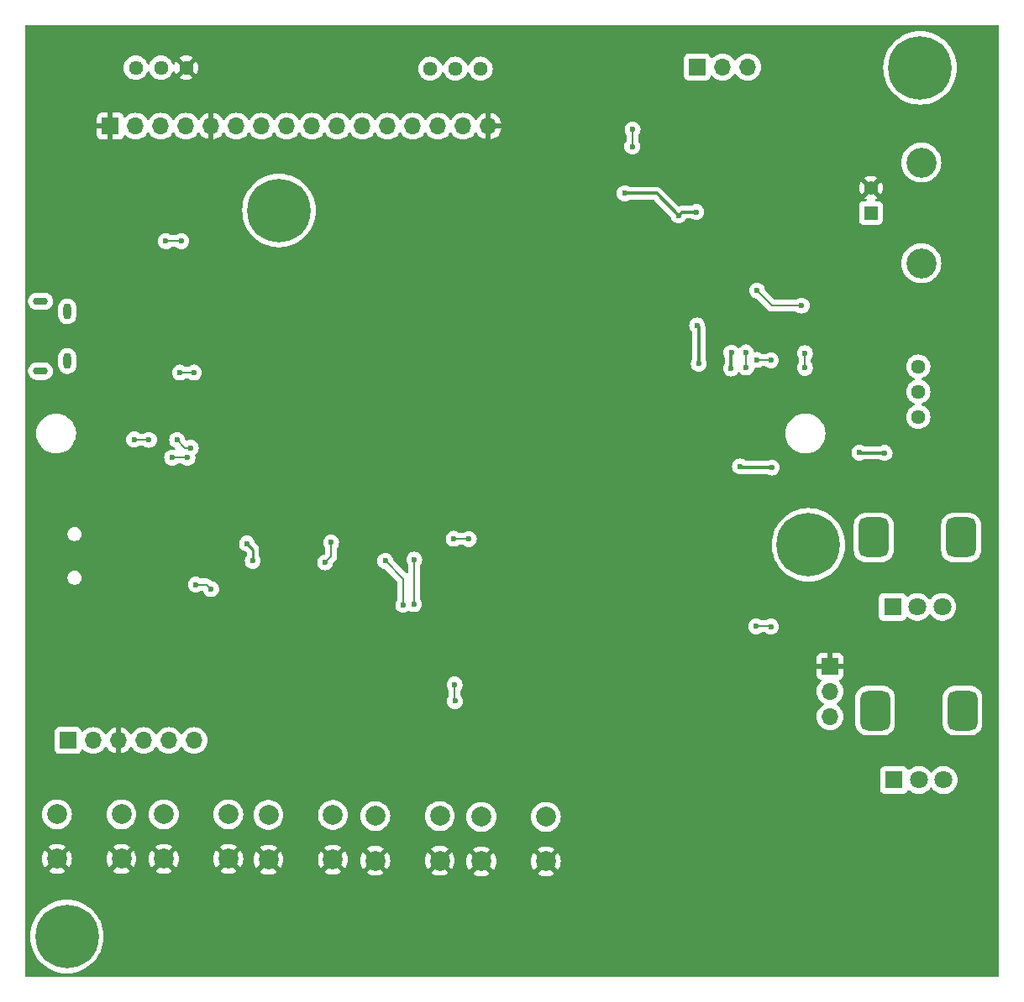
<source format=gbr>
%TF.GenerationSoftware,KiCad,Pcbnew,8.0.0*%
%TF.CreationDate,2024-05-30T16:28:29-06:00*%
%TF.ProjectId,STM32F405_DDS_Generator,53544d33-3246-4343-9035-5f4444535f47,rev?*%
%TF.SameCoordinates,Original*%
%TF.FileFunction,Copper,L2,Bot*%
%TF.FilePolarity,Positive*%
%FSLAX46Y46*%
G04 Gerber Fmt 4.6, Leading zero omitted, Abs format (unit mm)*
G04 Created by KiCad (PCBNEW 8.0.0) date 2024-05-30 16:28:29*
%MOMM*%
%LPD*%
G01*
G04 APERTURE LIST*
G04 Aperture macros list*
%AMRoundRect*
0 Rectangle with rounded corners*
0 $1 Rounding radius*
0 $2 $3 $4 $5 $6 $7 $8 $9 X,Y pos of 4 corners*
0 Add a 4 corners polygon primitive as box body*
4,1,4,$2,$3,$4,$5,$6,$7,$8,$9,$2,$3,0*
0 Add four circle primitives for the rounded corners*
1,1,$1+$1,$2,$3*
1,1,$1+$1,$4,$5*
1,1,$1+$1,$6,$7*
1,1,$1+$1,$8,$9*
0 Add four rect primitives between the rounded corners*
20,1,$1+$1,$2,$3,$4,$5,0*
20,1,$1+$1,$4,$5,$6,$7,0*
20,1,$1+$1,$6,$7,$8,$9,0*
20,1,$1+$1,$8,$9,$2,$3,0*%
G04 Aperture macros list end*
%TA.AperFunction,ComponentPad*%
%ADD10O,0.800000X1.600000*%
%TD*%
%TA.AperFunction,ComponentPad*%
%ADD11O,1.500000X0.750000*%
%TD*%
%TA.AperFunction,ComponentPad*%
%ADD12C,2.000000*%
%TD*%
%TA.AperFunction,ComponentPad*%
%ADD13R,1.700000X1.700000*%
%TD*%
%TA.AperFunction,ComponentPad*%
%ADD14O,1.700000X1.700000*%
%TD*%
%TA.AperFunction,ComponentPad*%
%ADD15C,1.440000*%
%TD*%
%TA.AperFunction,ComponentPad*%
%ADD16C,0.800000*%
%TD*%
%TA.AperFunction,ComponentPad*%
%ADD17C,6.400000*%
%TD*%
%TA.AperFunction,ComponentPad*%
%ADD18R,1.800000X1.800000*%
%TD*%
%TA.AperFunction,ComponentPad*%
%ADD19C,1.800000*%
%TD*%
%TA.AperFunction,ComponentPad*%
%ADD20RoundRect,0.750000X0.750000X-1.250000X0.750000X1.250000X-0.750000X1.250000X-0.750000X-1.250000X0*%
%TD*%
%TA.AperFunction,ComponentPad*%
%ADD21R,1.398000X1.398000*%
%TD*%
%TA.AperFunction,ComponentPad*%
%ADD22C,1.398000*%
%TD*%
%TA.AperFunction,ComponentPad*%
%ADD23C,3.015000*%
%TD*%
%TA.AperFunction,ViaPad*%
%ADD24C,0.600000*%
%TD*%
%TA.AperFunction,Conductor*%
%ADD25C,0.203200*%
%TD*%
%TA.AperFunction,Conductor*%
%ADD26C,0.200000*%
%TD*%
%TA.AperFunction,Conductor*%
%ADD27C,0.254000*%
%TD*%
%TA.AperFunction,Conductor*%
%ADD28C,0.304800*%
%TD*%
G04 APERTURE END LIST*
D10*
%TO.P,J2,S1,SHIELD*%
%TO.N,unconnected-(J2-SHIELD-PadS1)*%
X101317200Y-55199400D03*
%TO.P,J2,S2,SHIELD__1*%
%TO.N,unconnected-(J2-SHIELD__1-PadS2)*%
X101317200Y-60199400D03*
D11*
%TO.P,J2,S3,SHIELD__2*%
%TO.N,unconnected-(J2-SHIELD__2-PadS3)*%
X98617200Y-54174400D03*
%TO.P,J2,S6,SHIELD__5*%
%TO.N,unconnected-(J2-SHIELD__5-PadS6)*%
X98617200Y-61224400D03*
%TD*%
D12*
%TO.P,SW3,1,1*%
%TO.N,GND*%
X128091000Y-110504800D03*
X121591000Y-110504800D03*
%TO.P,SW3,2,2*%
%TO.N,/SW_CURSOR*%
X128091000Y-106004800D03*
X121591000Y-106004800D03*
%TD*%
%TO.P,SW2,1,1*%
%TO.N,GND*%
X117550000Y-110428600D03*
X111050000Y-110428600D03*
%TO.P,SW2,2,2*%
%TO.N,/SW_MODE*%
X117550000Y-105928600D03*
X111050000Y-105928600D03*
%TD*%
D13*
%TO.P,J6,1,Pin_1*%
%TO.N,Net-(J6-Pin_1)*%
X164820600Y-30530800D03*
D14*
%TO.P,J6,2,Pin_2*%
%TO.N,Net-(J6-Pin_2)*%
X167360600Y-30530800D03*
%TO.P,J6,3,Pin_3*%
%TO.N,Net-(J6-Pin_3)*%
X169900600Y-30530800D03*
%TD*%
D13*
%TO.P,J7,1,Pin_1*%
%TO.N,GND*%
X178205600Y-90987400D03*
D14*
%TO.P,J7,2,Pin_2*%
%TO.N,Net-(J7-Pin_2)*%
X178205600Y-93527400D03*
%TO.P,J7,3,Pin_3*%
%TO.N,Net-(J7-Pin_3)*%
X178205600Y-96067400D03*
%TD*%
D12*
%TO.P,SW4,1,1*%
%TO.N,GND*%
X138860600Y-110606400D03*
X132360600Y-110606400D03*
%TO.P,SW4,2,2*%
%TO.N,/SW_PLUS*%
X138860600Y-106106400D03*
X132360600Y-106106400D03*
%TD*%
D13*
%TO.P,J5,1,Pin_1*%
%TO.N,GND*%
X105664000Y-36499800D03*
D14*
%TO.P,J5,2,Pin_2*%
%TO.N,+5V*%
X108204000Y-36499800D03*
%TO.P,J5,3,Pin_3*%
%TO.N,Net-(J5-Pin_3)*%
X110744000Y-36499800D03*
%TO.P,J5,4,Pin_4*%
%TO.N,/RS*%
X113284000Y-36499800D03*
%TO.P,J5,5,Pin_5*%
%TO.N,GND*%
X115824000Y-36499800D03*
%TO.P,J5,6,Pin_6*%
%TO.N,/E*%
X118364000Y-36499800D03*
%TO.P,J5,7,Pin_7*%
%TO.N,/D0*%
X120904000Y-36499800D03*
%TO.P,J5,8,Pin_8*%
%TO.N,/D1*%
X123444000Y-36499800D03*
%TO.P,J5,9,Pin_9*%
%TO.N,/D2*%
X125984000Y-36499800D03*
%TO.P,J5,10,Pin_10*%
%TO.N,/D3*%
X128524000Y-36499800D03*
%TO.P,J5,11,Pin_11*%
%TO.N,/D4*%
X131064000Y-36499800D03*
%TO.P,J5,12,Pin_12*%
%TO.N,/D5*%
X133604000Y-36499800D03*
%TO.P,J5,13,Pin_13*%
%TO.N,/D6*%
X136144000Y-36499800D03*
%TO.P,J5,14,Pin_14*%
%TO.N,/D7*%
X138684000Y-36499800D03*
%TO.P,J5,15,Pin_15*%
%TO.N,/A*%
X141224000Y-36499800D03*
%TO.P,J5,16,Pin_16*%
%TO.N,GND*%
X143764000Y-36499800D03*
%TD*%
D15*
%TO.P,RV3,1,1*%
%TO.N,Net-(R35-Pad2)*%
X187096400Y-60756800D03*
%TO.P,RV3,2,2*%
%TO.N,Net-(U4A-+)*%
X187096400Y-63296800D03*
%TO.P,RV3,3,3*%
%TO.N,Net-(R36-Pad1)*%
X187096400Y-65836800D03*
%TD*%
D12*
%TO.P,SW6,1,1*%
%TO.N,GND*%
X106780400Y-110428600D03*
X100280400Y-110428600D03*
%TO.P,SW6,2,2*%
%TO.N,/SW_RUN_STOP*%
X106780400Y-105928600D03*
X100280400Y-105928600D03*
%TD*%
D15*
%TO.P,RV2,1,1*%
%TO.N,/A*%
X142976600Y-30708600D03*
%TO.P,RV2,2,2*%
X140436600Y-30708600D03*
%TO.P,RV2,3,3*%
%TO.N,+5V*%
X137896600Y-30708600D03*
%TD*%
D16*
%TO.P,H3,1*%
%TO.N,N/C*%
X98869800Y-118262400D03*
X99572744Y-116565344D03*
X99572744Y-119959456D03*
X101269800Y-115862400D03*
D17*
X101269800Y-118262400D03*
D16*
X101269800Y-120662400D03*
X102966856Y-116565344D03*
X102966856Y-119959456D03*
X103669800Y-118262400D03*
%TD*%
%TO.P,H1,1*%
%TO.N,N/C*%
X120251856Y-45013544D03*
X120954800Y-43316488D03*
X120954800Y-46710600D03*
X122651856Y-42613544D03*
D17*
X122651856Y-45013544D03*
D16*
X122651856Y-47413544D03*
X124348912Y-43316488D03*
X124348912Y-46710600D03*
X125051856Y-45013544D03*
%TD*%
D15*
%TO.P,RV1,1,1*%
%TO.N,GND*%
X113309400Y-30607000D03*
%TO.P,RV1,2,2*%
%TO.N,Net-(J5-Pin_3)*%
X110769400Y-30607000D03*
%TO.P,RV1,3,3*%
%TO.N,+5V*%
X108229400Y-30607000D03*
%TD*%
D13*
%TO.P,J4,1,Pin_1*%
%TO.N,+3.3V*%
X101396800Y-98475800D03*
D14*
%TO.P,J4,2,Pin_2*%
%TO.N,/SWCLK*%
X103936800Y-98475800D03*
%TO.P,J4,3,Pin_3*%
%TO.N,GND*%
X106476800Y-98475800D03*
%TO.P,J4,4,Pin_4*%
%TO.N,/SWDIO*%
X109016800Y-98475800D03*
%TO.P,J4,5,Pin_5*%
%TO.N,/RESET*%
X111556800Y-98475800D03*
%TO.P,J4,6,Pin_6*%
%TO.N,/SWO*%
X114096800Y-98475800D03*
%TD*%
D12*
%TO.P,SW5,1,1*%
%TO.N,GND*%
X149554000Y-110682600D03*
X143054000Y-110682600D03*
%TO.P,SW5,2,2*%
%TO.N,/SW_MINUS*%
X149554000Y-106182600D03*
X143054000Y-106182600D03*
%TD*%
D18*
%TO.P,RV5,1,1*%
%TO.N,VCC*%
X184647200Y-102468400D03*
D19*
%TO.P,RV5,2,2*%
%TO.N,Net-(J7-Pin_3)*%
X187147200Y-102468400D03*
%TO.P,RV5,3,3*%
%TO.N,VEE*%
X189647200Y-102468400D03*
D20*
%TO.P,RV5,MP*%
%TO.N,N/C*%
X182747200Y-95468400D03*
X191547200Y-95468400D03*
%TD*%
D21*
%TO.P,J8,1,1*%
%TO.N,Net-(J8-Pad1)*%
X182318200Y-45262800D03*
D22*
%TO.P,J8,2,2*%
%TO.N,GND*%
X182318200Y-42722800D03*
D23*
%TO.P,J8,P1,SHIELD*%
%TO.N,unconnected-(J8-SHIELD-PadP1)*%
X187398200Y-40182800D03*
%TO.P,J8,P2,SHIELD__1*%
%TO.N,unconnected-(J8-SHIELD__1-PadP2)*%
X187398200Y-50342800D03*
%TD*%
D18*
%TO.P,RV4,1,1*%
%TO.N,Net-(U6A--)*%
X184500600Y-85003400D03*
D19*
%TO.P,RV4,2,2*%
%TO.N,Net-(R40-Pad2)*%
X187000600Y-85003400D03*
%TO.P,RV4,3,3*%
X189500600Y-85003400D03*
D20*
%TO.P,RV4,MP*%
%TO.N,N/C*%
X182600600Y-78003400D03*
X191400600Y-78003400D03*
%TD*%
D16*
%TO.P,H4,1*%
%TO.N,N/C*%
X173622000Y-78740000D03*
X174324944Y-77042944D03*
X174324944Y-80437056D03*
X176022000Y-76340000D03*
D17*
X176022000Y-78740000D03*
D16*
X176022000Y-81140000D03*
X177719056Y-77042944D03*
X177719056Y-80437056D03*
X178422000Y-78740000D03*
%TD*%
%TO.P,H2,1*%
%TO.N,N/C*%
X184869456Y-30627656D03*
X185572400Y-28930600D03*
X185572400Y-32324712D03*
X187269456Y-28227656D03*
D17*
X187269456Y-30627656D03*
D16*
X187269456Y-33027656D03*
X188966512Y-28930600D03*
X188966512Y-32324712D03*
X189669456Y-30627656D03*
%TD*%
D24*
%TO.N,/MODE*%
X112801400Y-48107600D03*
X111252000Y-48107600D03*
%TO.N,GND*%
X115087400Y-49784000D03*
X116408200Y-52171600D03*
%TO.N,/MODE*%
X114071400Y-61366400D03*
X112674400Y-61366400D03*
%TO.N,/FTDI_RX*%
X108051600Y-68122800D03*
X109550200Y-68148200D03*
X112395000Y-68173600D03*
X113766600Y-68961000D03*
%TO.N,/FTDI_TX*%
X111887000Y-69951600D03*
X113436400Y-69951600D03*
%TO.N,GND*%
X118414800Y-93522800D03*
X165709600Y-55524400D03*
X147650200Y-75387200D03*
X177825400Y-117906800D03*
X167259000Y-52146200D03*
X140766800Y-81788000D03*
X164261800Y-102895400D03*
X153316900Y-77431900D03*
X177546000Y-112801400D03*
X128030600Y-83384200D03*
X189585600Y-117195600D03*
X153316900Y-76746100D03*
X142356200Y-86025800D03*
X118567200Y-85521800D03*
X144830800Y-90068400D03*
X167998100Y-76949300D03*
X162382200Y-62611000D03*
X180187600Y-53543200D03*
X136006200Y-73071800D03*
X111455200Y-55600600D03*
X152654000Y-40665400D03*
X157853900Y-74434700D03*
X116103400Y-79959200D03*
X126263400Y-91592400D03*
X170840400Y-47523400D03*
X142113000Y-75946000D03*
X157226000Y-97536000D03*
X163525200Y-107619800D03*
X155346400Y-89941400D03*
X111633000Y-90271600D03*
X163728400Y-80721200D03*
X171805600Y-115951000D03*
X132348600Y-84806600D03*
X165176200Y-87934800D03*
X193662300Y-108483400D03*
X157803100Y-79971900D03*
X129667000Y-90652600D03*
X164846000Y-104394000D03*
X100152200Y-59004200D03*
X182067200Y-63855600D03*
X104648000Y-82042000D03*
X117602000Y-72593200D03*
X144185000Y-69338000D03*
X170180000Y-106934000D03*
X153316900Y-78117700D03*
X141224000Y-73152000D03*
X143687800Y-96545400D03*
X111633000Y-87960200D03*
X158216600Y-50139600D03*
X131713600Y-67661600D03*
X148539200Y-47853600D03*
X129402200Y-70887400D03*
X112090200Y-58877200D03*
%TO.N,/RESET*%
X140258800Y-78130400D03*
X141782800Y-78155800D03*
X136271000Y-84734400D03*
X136296400Y-80238600D03*
%TO.N,+5V*%
X120015000Y-80365600D03*
X119430800Y-78613000D03*
%TO.N,/OTG_ID*%
X127304800Y-80518000D03*
X114274600Y-82753200D03*
X127914400Y-78511400D03*
X115824000Y-83210400D03*
%TO.N,/SWDIO*%
X133375400Y-80365600D03*
X135178800Y-84810600D03*
%TO.N,/SW_MINUS*%
X140385800Y-94513400D03*
X140360400Y-92837000D03*
%TO.N,VCC*%
X164973000Y-60477400D03*
X162941000Y-45516800D03*
X164719000Y-45161200D03*
X164795200Y-56616600D03*
X157505400Y-43281600D03*
%TO.N,VEE*%
X168249600Y-59359800D03*
X169113200Y-70840600D03*
X172339000Y-70942200D03*
X183692800Y-69469000D03*
X168224200Y-60960000D03*
X181152800Y-69443600D03*
%TO.N,Net-(J6-Pin_3)*%
X158292800Y-36830000D03*
X158267400Y-38557200D03*
%TO.N,Net-(U6A--)*%
X170764200Y-86969600D03*
X169748200Y-60858400D03*
X172237400Y-86995000D03*
X169722800Y-59334400D03*
%TO.N,Net-(R40-Pad2)*%
X170840400Y-53086000D03*
X175666400Y-60883800D03*
X175336200Y-54610000D03*
X175666400Y-59410600D03*
%TO.N,Net-(U4A-+)*%
X170789600Y-60096400D03*
X172237400Y-60121800D03*
%TD*%
D25*
%TO.N,/MODE*%
X111252000Y-48107600D02*
X112801400Y-48107600D01*
D26*
X112674400Y-61366400D02*
X114071400Y-61366400D01*
D25*
%TO.N,/FTDI_RX*%
X109550200Y-68148200D02*
X108077000Y-68148200D01*
X108077000Y-68148200D02*
X108051600Y-68122800D01*
X113182400Y-68961000D02*
X112395000Y-68173600D01*
X113766600Y-68961000D02*
X113182400Y-68961000D01*
%TO.N,/FTDI_TX*%
X113436400Y-69951600D02*
X111887000Y-69951600D01*
%TO.N,/RESET*%
X140258800Y-78130400D02*
X141757400Y-78130400D01*
X136271000Y-80264000D02*
X136296400Y-80238600D01*
X141757400Y-78130400D02*
X141782800Y-78155800D01*
X136271000Y-84734400D02*
X136271000Y-80264000D01*
D27*
%TO.N,+5V*%
X120015000Y-80365600D02*
X120015000Y-79197200D01*
X120015000Y-79197200D02*
X119430800Y-78613000D01*
D25*
%TO.N,/OTG_ID*%
X115366800Y-82753200D02*
X115824000Y-83210400D01*
X127304800Y-80518000D02*
X127914400Y-79908400D01*
X127914400Y-79908400D02*
X127914400Y-78511400D01*
X114274600Y-82753200D02*
X115366800Y-82753200D01*
%TO.N,/SWDIO*%
X135178800Y-84810600D02*
X135178800Y-82169000D01*
X135178800Y-82169000D02*
X133375400Y-80365600D01*
%TO.N,/SW_MINUS*%
X140360400Y-94488000D02*
X140385800Y-94513400D01*
X140360400Y-92837000D02*
X140360400Y-94488000D01*
D28*
%TO.N,VCC*%
X162941000Y-45516800D02*
X163296600Y-45161200D01*
X164973000Y-60477400D02*
X164973000Y-56794400D01*
X164973000Y-56794400D02*
X164795200Y-56616600D01*
X160705800Y-43281600D02*
X157505400Y-43281600D01*
X163296600Y-45161200D02*
X164719000Y-45161200D01*
X162941000Y-45516800D02*
X160705800Y-43281600D01*
%TO.N,VEE*%
X169214800Y-70942200D02*
X169113200Y-70840600D01*
X168224200Y-60960000D02*
X168224200Y-59385200D01*
X183692800Y-69469000D02*
X181178200Y-69469000D01*
X172339000Y-70942200D02*
X169214800Y-70942200D01*
X168224200Y-59385200D02*
X168249600Y-59359800D01*
X181178200Y-69469000D02*
X181152800Y-69443600D01*
D25*
%TO.N,Net-(J6-Pin_3)*%
X158267400Y-36855400D02*
X158292800Y-36830000D01*
X158267400Y-38557200D02*
X158267400Y-36855400D01*
%TO.N,Net-(U6A--)*%
X169722800Y-60833000D02*
X169748200Y-60858400D01*
X170764200Y-86969600D02*
X172212000Y-86969600D01*
X169722800Y-59334400D02*
X169722800Y-60833000D01*
X172212000Y-86969600D02*
X172237400Y-86995000D01*
%TO.N,Net-(R40-Pad2)*%
X175666400Y-60883800D02*
X175666400Y-59410600D01*
X172364400Y-54610000D02*
X170840400Y-53086000D01*
X175336200Y-54610000D02*
X172364400Y-54610000D01*
%TO.N,Net-(U4A-+)*%
X170815000Y-60121800D02*
X170789600Y-60096400D01*
X172237400Y-60121800D02*
X170815000Y-60121800D01*
%TD*%
%TA.AperFunction,Conductor*%
%TO.N,GND*%
G36*
X195124139Y-26301185D02*
G01*
X195169894Y-26353989D01*
X195181100Y-26405500D01*
X195181100Y-122235300D01*
X195161415Y-122302339D01*
X195108611Y-122348094D01*
X195057100Y-122359300D01*
X97220700Y-122359300D01*
X97153661Y-122339615D01*
X97107906Y-122286811D01*
X97096700Y-122235300D01*
X97096700Y-118262400D01*
X97564222Y-118262400D01*
X97584522Y-118649739D01*
X97645197Y-119032827D01*
X97645197Y-119032829D01*
X97745588Y-119407494D01*
X97884587Y-119769597D01*
X98060677Y-120115193D01*
X98271922Y-120440482D01*
X98271924Y-120440484D01*
X98516019Y-120741916D01*
X98790284Y-121016181D01*
X98790288Y-121016184D01*
X99091717Y-121260277D01*
X99417006Y-121471522D01*
X99417011Y-121471525D01*
X99762606Y-121647614D01*
X100124713Y-121786614D01*
X100499367Y-121887002D01*
X100882462Y-121947678D01*
X101248376Y-121966855D01*
X101269799Y-121967978D01*
X101269800Y-121967978D01*
X101269801Y-121967978D01*
X101290101Y-121966914D01*
X101657138Y-121947678D01*
X102040233Y-121887002D01*
X102414887Y-121786614D01*
X102776994Y-121647614D01*
X103122589Y-121471525D01*
X103447884Y-121260276D01*
X103749316Y-121016181D01*
X104023581Y-120741916D01*
X104267676Y-120440484D01*
X104478925Y-120115189D01*
X104655014Y-119769594D01*
X104794014Y-119407487D01*
X104894402Y-119032833D01*
X104955078Y-118649738D01*
X104975378Y-118262400D01*
X104955078Y-117875062D01*
X104894402Y-117491967D01*
X104794014Y-117117313D01*
X104655014Y-116755206D01*
X104478925Y-116409611D01*
X104267676Y-116084316D01*
X104023581Y-115782884D01*
X103749316Y-115508619D01*
X103447884Y-115264524D01*
X103447882Y-115264522D01*
X103122593Y-115053277D01*
X102776997Y-114877187D01*
X102414894Y-114738188D01*
X102414887Y-114738186D01*
X102040233Y-114637798D01*
X102040229Y-114637797D01*
X102040228Y-114637797D01*
X101657139Y-114577122D01*
X101269801Y-114556822D01*
X101269799Y-114556822D01*
X100882460Y-114577122D01*
X100499372Y-114637797D01*
X100499370Y-114637797D01*
X100124705Y-114738188D01*
X99762602Y-114877187D01*
X99417006Y-115053277D01*
X99091717Y-115264522D01*
X98790288Y-115508615D01*
X98790280Y-115508622D01*
X98516022Y-115782880D01*
X98516015Y-115782888D01*
X98271922Y-116084317D01*
X98060677Y-116409606D01*
X97884587Y-116755202D01*
X97745588Y-117117305D01*
X97645197Y-117491970D01*
X97645197Y-117491972D01*
X97584522Y-117875060D01*
X97564222Y-118262399D01*
X97564222Y-118262400D01*
X97096700Y-118262400D01*
X97096700Y-110428605D01*
X98775259Y-110428605D01*
X98795785Y-110676329D01*
X98795787Y-110676338D01*
X98856812Y-110917317D01*
X98956666Y-111144964D01*
X99056964Y-111298482D01*
X99756612Y-110598834D01*
X99767882Y-110640892D01*
X99840290Y-110766308D01*
X99942692Y-110868710D01*
X100068108Y-110941118D01*
X100110165Y-110952387D01*
X99410342Y-111652209D01*
X99457168Y-111688655D01*
X99457170Y-111688656D01*
X99675785Y-111806964D01*
X99675796Y-111806969D01*
X99910906Y-111887683D01*
X100156107Y-111928600D01*
X100404693Y-111928600D01*
X100649893Y-111887683D01*
X100885003Y-111806969D01*
X100885014Y-111806964D01*
X101103628Y-111688657D01*
X101103631Y-111688655D01*
X101150456Y-111652209D01*
X100450634Y-110952387D01*
X100492692Y-110941118D01*
X100618108Y-110868710D01*
X100720510Y-110766308D01*
X100792918Y-110640892D01*
X100804187Y-110598834D01*
X101503834Y-111298482D01*
X101604131Y-111144969D01*
X101703987Y-110917317D01*
X101765012Y-110676338D01*
X101765014Y-110676329D01*
X101785541Y-110428605D01*
X105275259Y-110428605D01*
X105295785Y-110676329D01*
X105295787Y-110676338D01*
X105356812Y-110917317D01*
X105456666Y-111144964D01*
X105556964Y-111298482D01*
X106256612Y-110598834D01*
X106267882Y-110640892D01*
X106340290Y-110766308D01*
X106442692Y-110868710D01*
X106568108Y-110941118D01*
X106610165Y-110952387D01*
X105910342Y-111652209D01*
X105957168Y-111688655D01*
X105957170Y-111688656D01*
X106175785Y-111806964D01*
X106175796Y-111806969D01*
X106410906Y-111887683D01*
X106656107Y-111928600D01*
X106904693Y-111928600D01*
X107149893Y-111887683D01*
X107385003Y-111806969D01*
X107385014Y-111806964D01*
X107603628Y-111688657D01*
X107603631Y-111688655D01*
X107650456Y-111652209D01*
X106950634Y-110952387D01*
X106992692Y-110941118D01*
X107118108Y-110868710D01*
X107220510Y-110766308D01*
X107292918Y-110640892D01*
X107304187Y-110598835D01*
X108003834Y-111298482D01*
X108104131Y-111144969D01*
X108203987Y-110917317D01*
X108265012Y-110676338D01*
X108265014Y-110676329D01*
X108285541Y-110428605D01*
X109544859Y-110428605D01*
X109565385Y-110676329D01*
X109565387Y-110676338D01*
X109626412Y-110917317D01*
X109726266Y-111144964D01*
X109826564Y-111298482D01*
X110526212Y-110598834D01*
X110537482Y-110640892D01*
X110609890Y-110766308D01*
X110712292Y-110868710D01*
X110837708Y-110941118D01*
X110879765Y-110952387D01*
X110179942Y-111652209D01*
X110226768Y-111688655D01*
X110226770Y-111688656D01*
X110445385Y-111806964D01*
X110445396Y-111806969D01*
X110680506Y-111887683D01*
X110925707Y-111928600D01*
X111174293Y-111928600D01*
X111419493Y-111887683D01*
X111654603Y-111806969D01*
X111654614Y-111806964D01*
X111873228Y-111688657D01*
X111873231Y-111688655D01*
X111920056Y-111652209D01*
X111220234Y-110952387D01*
X111262292Y-110941118D01*
X111387708Y-110868710D01*
X111490110Y-110766308D01*
X111562518Y-110640892D01*
X111573787Y-110598835D01*
X112273434Y-111298482D01*
X112373731Y-111144969D01*
X112473587Y-110917317D01*
X112534612Y-110676338D01*
X112534614Y-110676329D01*
X112555141Y-110428605D01*
X116044859Y-110428605D01*
X116065385Y-110676329D01*
X116065387Y-110676338D01*
X116126412Y-110917317D01*
X116226266Y-111144964D01*
X116326564Y-111298482D01*
X117026212Y-110598834D01*
X117037482Y-110640892D01*
X117109890Y-110766308D01*
X117212292Y-110868710D01*
X117337708Y-110941118D01*
X117379765Y-110952387D01*
X116679942Y-111652209D01*
X116726768Y-111688655D01*
X116726770Y-111688656D01*
X116945385Y-111806964D01*
X116945396Y-111806969D01*
X117180506Y-111887683D01*
X117425707Y-111928600D01*
X117674293Y-111928600D01*
X117919493Y-111887683D01*
X118154603Y-111806969D01*
X118154614Y-111806964D01*
X118373228Y-111688657D01*
X118373231Y-111688655D01*
X118420056Y-111652209D01*
X117720234Y-110952387D01*
X117762292Y-110941118D01*
X117887708Y-110868710D01*
X117990110Y-110766308D01*
X118062518Y-110640892D01*
X118073787Y-110598835D01*
X118773434Y-111298482D01*
X118873731Y-111144969D01*
X118973587Y-110917317D01*
X119034612Y-110676338D01*
X119034614Y-110676329D01*
X119048827Y-110504805D01*
X120085859Y-110504805D01*
X120106385Y-110752529D01*
X120106387Y-110752538D01*
X120167412Y-110993517D01*
X120267266Y-111221164D01*
X120367564Y-111374682D01*
X121067212Y-110675034D01*
X121078482Y-110717092D01*
X121150890Y-110842508D01*
X121253292Y-110944910D01*
X121378708Y-111017318D01*
X121420765Y-111028587D01*
X120720942Y-111728409D01*
X120767768Y-111764855D01*
X120767770Y-111764856D01*
X120986385Y-111883164D01*
X120986396Y-111883169D01*
X121221506Y-111963883D01*
X121466707Y-112004800D01*
X121715293Y-112004800D01*
X121960493Y-111963883D01*
X122195603Y-111883169D01*
X122195614Y-111883164D01*
X122414228Y-111764857D01*
X122414231Y-111764855D01*
X122461056Y-111728409D01*
X121761234Y-111028587D01*
X121803292Y-111017318D01*
X121928708Y-110944910D01*
X122031110Y-110842508D01*
X122103518Y-110717092D01*
X122114787Y-110675034D01*
X122814434Y-111374682D01*
X122914731Y-111221169D01*
X123014587Y-110993517D01*
X123075612Y-110752538D01*
X123075614Y-110752529D01*
X123096141Y-110504805D01*
X126585859Y-110504805D01*
X126606385Y-110752529D01*
X126606387Y-110752538D01*
X126667412Y-110993517D01*
X126767266Y-111221164D01*
X126867564Y-111374682D01*
X127567212Y-110675034D01*
X127578482Y-110717092D01*
X127650890Y-110842508D01*
X127753292Y-110944910D01*
X127878708Y-111017318D01*
X127920765Y-111028587D01*
X127220942Y-111728409D01*
X127267768Y-111764855D01*
X127267770Y-111764856D01*
X127486385Y-111883164D01*
X127486396Y-111883169D01*
X127721506Y-111963883D01*
X127966707Y-112004800D01*
X128215293Y-112004800D01*
X128460493Y-111963883D01*
X128695603Y-111883169D01*
X128695614Y-111883164D01*
X128914228Y-111764857D01*
X128914231Y-111764855D01*
X128961056Y-111728409D01*
X128261234Y-111028587D01*
X128303292Y-111017318D01*
X128428708Y-110944910D01*
X128531110Y-110842508D01*
X128603518Y-110717092D01*
X128614787Y-110675035D01*
X129314434Y-111374682D01*
X129414731Y-111221169D01*
X129514587Y-110993517D01*
X129575612Y-110752538D01*
X129575614Y-110752529D01*
X129587722Y-110606405D01*
X130855459Y-110606405D01*
X130875985Y-110854129D01*
X130875987Y-110854138D01*
X130937012Y-111095117D01*
X131036866Y-111322764D01*
X131137164Y-111476282D01*
X131836812Y-110776634D01*
X131848082Y-110818692D01*
X131920490Y-110944108D01*
X132022892Y-111046510D01*
X132148308Y-111118918D01*
X132190365Y-111130187D01*
X131490542Y-111830009D01*
X131537368Y-111866455D01*
X131537370Y-111866456D01*
X131755985Y-111984764D01*
X131755996Y-111984769D01*
X131991106Y-112065483D01*
X132236307Y-112106400D01*
X132484893Y-112106400D01*
X132730093Y-112065483D01*
X132965203Y-111984769D01*
X132965214Y-111984764D01*
X133183828Y-111866457D01*
X133183831Y-111866455D01*
X133230656Y-111830009D01*
X132530834Y-111130187D01*
X132572892Y-111118918D01*
X132698308Y-111046510D01*
X132800710Y-110944108D01*
X132873118Y-110818692D01*
X132884387Y-110776635D01*
X133584034Y-111476282D01*
X133684331Y-111322769D01*
X133784187Y-111095117D01*
X133845212Y-110854138D01*
X133845214Y-110854129D01*
X133865741Y-110606405D01*
X137355459Y-110606405D01*
X137375985Y-110854129D01*
X137375987Y-110854138D01*
X137437012Y-111095117D01*
X137536866Y-111322764D01*
X137637164Y-111476282D01*
X138336812Y-110776634D01*
X138348082Y-110818692D01*
X138420490Y-110944108D01*
X138522892Y-111046510D01*
X138648308Y-111118918D01*
X138690365Y-111130187D01*
X137990542Y-111830009D01*
X138037368Y-111866455D01*
X138037370Y-111866456D01*
X138255985Y-111984764D01*
X138255996Y-111984769D01*
X138491106Y-112065483D01*
X138736307Y-112106400D01*
X138984893Y-112106400D01*
X139230093Y-112065483D01*
X139465203Y-111984769D01*
X139465214Y-111984764D01*
X139683828Y-111866457D01*
X139683831Y-111866455D01*
X139730656Y-111830009D01*
X139030834Y-111130187D01*
X139072892Y-111118918D01*
X139198308Y-111046510D01*
X139300710Y-110944108D01*
X139373118Y-110818692D01*
X139384387Y-110776635D01*
X140084034Y-111476282D01*
X140184331Y-111322769D01*
X140284187Y-111095117D01*
X140345212Y-110854138D01*
X140345214Y-110854129D01*
X140359427Y-110682605D01*
X141548859Y-110682605D01*
X141569385Y-110930329D01*
X141569387Y-110930338D01*
X141630412Y-111171317D01*
X141730266Y-111398964D01*
X141830564Y-111552482D01*
X142530212Y-110852834D01*
X142541482Y-110894892D01*
X142613890Y-111020308D01*
X142716292Y-111122710D01*
X142841708Y-111195118D01*
X142883765Y-111206387D01*
X142183942Y-111906209D01*
X142230768Y-111942655D01*
X142230770Y-111942656D01*
X142449385Y-112060964D01*
X142449396Y-112060969D01*
X142684506Y-112141683D01*
X142929707Y-112182600D01*
X143178293Y-112182600D01*
X143423493Y-112141683D01*
X143658603Y-112060969D01*
X143658614Y-112060964D01*
X143877228Y-111942657D01*
X143877231Y-111942655D01*
X143924056Y-111906209D01*
X143224234Y-111206387D01*
X143266292Y-111195118D01*
X143391708Y-111122710D01*
X143494110Y-111020308D01*
X143566518Y-110894892D01*
X143577787Y-110852835D01*
X144277434Y-111552482D01*
X144377731Y-111398969D01*
X144477587Y-111171317D01*
X144538612Y-110930338D01*
X144538614Y-110930329D01*
X144559141Y-110682605D01*
X148048859Y-110682605D01*
X148069385Y-110930329D01*
X148069387Y-110930338D01*
X148130412Y-111171317D01*
X148230266Y-111398964D01*
X148330564Y-111552482D01*
X149030212Y-110852834D01*
X149041482Y-110894892D01*
X149113890Y-111020308D01*
X149216292Y-111122710D01*
X149341708Y-111195118D01*
X149383765Y-111206387D01*
X148683942Y-111906209D01*
X148730768Y-111942655D01*
X148730770Y-111942656D01*
X148949385Y-112060964D01*
X148949396Y-112060969D01*
X149184506Y-112141683D01*
X149429707Y-112182600D01*
X149678293Y-112182600D01*
X149923493Y-112141683D01*
X150158603Y-112060969D01*
X150158614Y-112060964D01*
X150377228Y-111942657D01*
X150377231Y-111942655D01*
X150424056Y-111906209D01*
X149724234Y-111206387D01*
X149766292Y-111195118D01*
X149891708Y-111122710D01*
X149994110Y-111020308D01*
X150066518Y-110894892D01*
X150077787Y-110852835D01*
X150777434Y-111552482D01*
X150877731Y-111398969D01*
X150977587Y-111171317D01*
X151038612Y-110930338D01*
X151038614Y-110930329D01*
X151059141Y-110682605D01*
X151059141Y-110682594D01*
X151038614Y-110434870D01*
X151038612Y-110434861D01*
X150977587Y-110193882D01*
X150877731Y-109966230D01*
X150777434Y-109812716D01*
X150077787Y-110512364D01*
X150066518Y-110470308D01*
X149994110Y-110344892D01*
X149891708Y-110242490D01*
X149766292Y-110170082D01*
X149724235Y-110158812D01*
X150424057Y-109458990D01*
X150424056Y-109458989D01*
X150377229Y-109422543D01*
X150158614Y-109304235D01*
X150158603Y-109304230D01*
X149923493Y-109223516D01*
X149678293Y-109182600D01*
X149429707Y-109182600D01*
X149184506Y-109223516D01*
X148949396Y-109304230D01*
X148949390Y-109304232D01*
X148730761Y-109422549D01*
X148683942Y-109458988D01*
X148683942Y-109458990D01*
X149383765Y-110158812D01*
X149341708Y-110170082D01*
X149216292Y-110242490D01*
X149113890Y-110344892D01*
X149041482Y-110470308D01*
X149030212Y-110512364D01*
X148330564Y-109812716D01*
X148230267Y-109966232D01*
X148130412Y-110193882D01*
X148069387Y-110434861D01*
X148069385Y-110434870D01*
X148048859Y-110682594D01*
X148048859Y-110682605D01*
X144559141Y-110682605D01*
X144559141Y-110682594D01*
X144538614Y-110434870D01*
X144538612Y-110434861D01*
X144477587Y-110193882D01*
X144377731Y-109966230D01*
X144277434Y-109812716D01*
X143577787Y-110512364D01*
X143566518Y-110470308D01*
X143494110Y-110344892D01*
X143391708Y-110242490D01*
X143266292Y-110170082D01*
X143224235Y-110158812D01*
X143924057Y-109458990D01*
X143924056Y-109458989D01*
X143877229Y-109422543D01*
X143658614Y-109304235D01*
X143658603Y-109304230D01*
X143423493Y-109223516D01*
X143178293Y-109182600D01*
X142929707Y-109182600D01*
X142684506Y-109223516D01*
X142449396Y-109304230D01*
X142449390Y-109304232D01*
X142230761Y-109422549D01*
X142183942Y-109458988D01*
X142183942Y-109458990D01*
X142883765Y-110158812D01*
X142841708Y-110170082D01*
X142716292Y-110242490D01*
X142613890Y-110344892D01*
X142541482Y-110470308D01*
X142530212Y-110512364D01*
X141830564Y-109812716D01*
X141730267Y-109966232D01*
X141630412Y-110193882D01*
X141569387Y-110434861D01*
X141569385Y-110434870D01*
X141548859Y-110682594D01*
X141548859Y-110682605D01*
X140359427Y-110682605D01*
X140365741Y-110606405D01*
X140365741Y-110606394D01*
X140345214Y-110358670D01*
X140345212Y-110358661D01*
X140284187Y-110117682D01*
X140184331Y-109890030D01*
X140084034Y-109736516D01*
X139384387Y-110436164D01*
X139373118Y-110394108D01*
X139300710Y-110268692D01*
X139198308Y-110166290D01*
X139072892Y-110093882D01*
X139030835Y-110082612D01*
X139730657Y-109382790D01*
X139730656Y-109382789D01*
X139683829Y-109346343D01*
X139465214Y-109228035D01*
X139465203Y-109228030D01*
X139230093Y-109147316D01*
X138984893Y-109106400D01*
X138736307Y-109106400D01*
X138491106Y-109147316D01*
X138255996Y-109228030D01*
X138255990Y-109228032D01*
X138037361Y-109346349D01*
X137990542Y-109382788D01*
X137990542Y-109382790D01*
X138690365Y-110082612D01*
X138648308Y-110093882D01*
X138522892Y-110166290D01*
X138420490Y-110268692D01*
X138348082Y-110394108D01*
X138336812Y-110436164D01*
X137637164Y-109736516D01*
X137536867Y-109890032D01*
X137437012Y-110117682D01*
X137375987Y-110358661D01*
X137375985Y-110358670D01*
X137355459Y-110606394D01*
X137355459Y-110606405D01*
X133865741Y-110606405D01*
X133865741Y-110606394D01*
X133845214Y-110358670D01*
X133845212Y-110358661D01*
X133784187Y-110117682D01*
X133684331Y-109890030D01*
X133584034Y-109736516D01*
X132884387Y-110436164D01*
X132873118Y-110394108D01*
X132800710Y-110268692D01*
X132698308Y-110166290D01*
X132572892Y-110093882D01*
X132530835Y-110082612D01*
X133230657Y-109382790D01*
X133230656Y-109382789D01*
X133183829Y-109346343D01*
X132965214Y-109228035D01*
X132965203Y-109228030D01*
X132730093Y-109147316D01*
X132484893Y-109106400D01*
X132236307Y-109106400D01*
X131991106Y-109147316D01*
X131755996Y-109228030D01*
X131755990Y-109228032D01*
X131537361Y-109346349D01*
X131490542Y-109382788D01*
X131490542Y-109382790D01*
X132190365Y-110082612D01*
X132148308Y-110093882D01*
X132022892Y-110166290D01*
X131920490Y-110268692D01*
X131848082Y-110394108D01*
X131836812Y-110436164D01*
X131137164Y-109736516D01*
X131036867Y-109890032D01*
X130937012Y-110117682D01*
X130875987Y-110358661D01*
X130875985Y-110358670D01*
X130855459Y-110606394D01*
X130855459Y-110606405D01*
X129587722Y-110606405D01*
X129596141Y-110504805D01*
X129596141Y-110504794D01*
X129575614Y-110257070D01*
X129575612Y-110257061D01*
X129514587Y-110016082D01*
X129414731Y-109788430D01*
X129314434Y-109634916D01*
X128614787Y-110334564D01*
X128603518Y-110292508D01*
X128531110Y-110167092D01*
X128428708Y-110064690D01*
X128303292Y-109992282D01*
X128261235Y-109981012D01*
X128961057Y-109281190D01*
X128961056Y-109281189D01*
X128914229Y-109244743D01*
X128695614Y-109126435D01*
X128695603Y-109126430D01*
X128460493Y-109045716D01*
X128215293Y-109004800D01*
X127966707Y-109004800D01*
X127721506Y-109045716D01*
X127486396Y-109126430D01*
X127486390Y-109126432D01*
X127267761Y-109244749D01*
X127220942Y-109281188D01*
X127220942Y-109281190D01*
X127920765Y-109981012D01*
X127878708Y-109992282D01*
X127753292Y-110064690D01*
X127650890Y-110167092D01*
X127578482Y-110292508D01*
X127567212Y-110334564D01*
X126867564Y-109634916D01*
X126767267Y-109788432D01*
X126667412Y-110016082D01*
X126606387Y-110257061D01*
X126606385Y-110257070D01*
X126585859Y-110504794D01*
X126585859Y-110504805D01*
X123096141Y-110504805D01*
X123096141Y-110504794D01*
X123075614Y-110257070D01*
X123075612Y-110257061D01*
X123014587Y-110016082D01*
X122914731Y-109788430D01*
X122814434Y-109634916D01*
X122114787Y-110334564D01*
X122103518Y-110292508D01*
X122031110Y-110167092D01*
X121928708Y-110064690D01*
X121803292Y-109992282D01*
X121761235Y-109981012D01*
X122461057Y-109281190D01*
X122461056Y-109281189D01*
X122414229Y-109244743D01*
X122195614Y-109126435D01*
X122195603Y-109126430D01*
X121960493Y-109045716D01*
X121715293Y-109004800D01*
X121466707Y-109004800D01*
X121221506Y-109045716D01*
X120986396Y-109126430D01*
X120986390Y-109126432D01*
X120767761Y-109244749D01*
X120720942Y-109281188D01*
X120720942Y-109281190D01*
X121420765Y-109981012D01*
X121378708Y-109992282D01*
X121253292Y-110064690D01*
X121150890Y-110167092D01*
X121078482Y-110292508D01*
X121067212Y-110334564D01*
X120367564Y-109634916D01*
X120267267Y-109788432D01*
X120167412Y-110016082D01*
X120106387Y-110257061D01*
X120106385Y-110257070D01*
X120085859Y-110504794D01*
X120085859Y-110504805D01*
X119048827Y-110504805D01*
X119055141Y-110428605D01*
X119055141Y-110428594D01*
X119034614Y-110180870D01*
X119034612Y-110180861D01*
X118973587Y-109939882D01*
X118873731Y-109712230D01*
X118773434Y-109558716D01*
X118073787Y-110258364D01*
X118062518Y-110216308D01*
X117990110Y-110090892D01*
X117887708Y-109988490D01*
X117762292Y-109916082D01*
X117720235Y-109904812D01*
X118420057Y-109204990D01*
X118420056Y-109204989D01*
X118373229Y-109168543D01*
X118154614Y-109050235D01*
X118154603Y-109050230D01*
X117919493Y-108969516D01*
X117674293Y-108928600D01*
X117425707Y-108928600D01*
X117180506Y-108969516D01*
X116945396Y-109050230D01*
X116945390Y-109050232D01*
X116726761Y-109168549D01*
X116679942Y-109204988D01*
X116679942Y-109204990D01*
X117379765Y-109904812D01*
X117337708Y-109916082D01*
X117212292Y-109988490D01*
X117109890Y-110090892D01*
X117037482Y-110216308D01*
X117026212Y-110258364D01*
X116326564Y-109558716D01*
X116226267Y-109712232D01*
X116126412Y-109939882D01*
X116065387Y-110180861D01*
X116065385Y-110180870D01*
X116044859Y-110428594D01*
X116044859Y-110428605D01*
X112555141Y-110428605D01*
X112555141Y-110428594D01*
X112534614Y-110180870D01*
X112534612Y-110180861D01*
X112473587Y-109939882D01*
X112373731Y-109712230D01*
X112273434Y-109558716D01*
X111573787Y-110258364D01*
X111562518Y-110216308D01*
X111490110Y-110090892D01*
X111387708Y-109988490D01*
X111262292Y-109916082D01*
X111220235Y-109904812D01*
X111920057Y-109204990D01*
X111920056Y-109204989D01*
X111873229Y-109168543D01*
X111654614Y-109050235D01*
X111654603Y-109050230D01*
X111419493Y-108969516D01*
X111174293Y-108928600D01*
X110925707Y-108928600D01*
X110680506Y-108969516D01*
X110445396Y-109050230D01*
X110445390Y-109050232D01*
X110226761Y-109168549D01*
X110179942Y-109204988D01*
X110179942Y-109204990D01*
X110879765Y-109904812D01*
X110837708Y-109916082D01*
X110712292Y-109988490D01*
X110609890Y-110090892D01*
X110537482Y-110216308D01*
X110526212Y-110258364D01*
X109826564Y-109558716D01*
X109726267Y-109712232D01*
X109626412Y-109939882D01*
X109565387Y-110180861D01*
X109565385Y-110180870D01*
X109544859Y-110428594D01*
X109544859Y-110428605D01*
X108285541Y-110428605D01*
X108285541Y-110428594D01*
X108265014Y-110180870D01*
X108265012Y-110180861D01*
X108203987Y-109939882D01*
X108104131Y-109712230D01*
X108003834Y-109558716D01*
X107304187Y-110258364D01*
X107292918Y-110216308D01*
X107220510Y-110090892D01*
X107118108Y-109988490D01*
X106992692Y-109916082D01*
X106950635Y-109904812D01*
X107650457Y-109204990D01*
X107650456Y-109204989D01*
X107603629Y-109168543D01*
X107385014Y-109050235D01*
X107385003Y-109050230D01*
X107149893Y-108969516D01*
X106904693Y-108928600D01*
X106656107Y-108928600D01*
X106410906Y-108969516D01*
X106175796Y-109050230D01*
X106175790Y-109050232D01*
X105957161Y-109168549D01*
X105910342Y-109204988D01*
X105910342Y-109204990D01*
X106610165Y-109904812D01*
X106568108Y-109916082D01*
X106442692Y-109988490D01*
X106340290Y-110090892D01*
X106267882Y-110216308D01*
X106256612Y-110258364D01*
X105556964Y-109558716D01*
X105456667Y-109712232D01*
X105356812Y-109939882D01*
X105295787Y-110180861D01*
X105295785Y-110180870D01*
X105275259Y-110428594D01*
X105275259Y-110428605D01*
X101785541Y-110428605D01*
X101785541Y-110428594D01*
X101765014Y-110180870D01*
X101765012Y-110180861D01*
X101703987Y-109939882D01*
X101604131Y-109712230D01*
X101503834Y-109558716D01*
X100804187Y-110258364D01*
X100792918Y-110216308D01*
X100720510Y-110090892D01*
X100618108Y-109988490D01*
X100492692Y-109916082D01*
X100450635Y-109904812D01*
X101150457Y-109204990D01*
X101150456Y-109204989D01*
X101103629Y-109168543D01*
X100885014Y-109050235D01*
X100885003Y-109050230D01*
X100649893Y-108969516D01*
X100404693Y-108928600D01*
X100156107Y-108928600D01*
X99910906Y-108969516D01*
X99675796Y-109050230D01*
X99675790Y-109050232D01*
X99457161Y-109168549D01*
X99410342Y-109204988D01*
X99410342Y-109204990D01*
X100110165Y-109904812D01*
X100068108Y-109916082D01*
X99942692Y-109988490D01*
X99840290Y-110090892D01*
X99767882Y-110216308D01*
X99756612Y-110258364D01*
X99056964Y-109558716D01*
X98956667Y-109712232D01*
X98856812Y-109939882D01*
X98795787Y-110180861D01*
X98795785Y-110180870D01*
X98775259Y-110428594D01*
X98775259Y-110428605D01*
X97096700Y-110428605D01*
X97096700Y-105928605D01*
X98774757Y-105928605D01*
X98795290Y-106176412D01*
X98795292Y-106176424D01*
X98856336Y-106417481D01*
X98956226Y-106645206D01*
X99092233Y-106853382D01*
X99092236Y-106853385D01*
X99260656Y-107036338D01*
X99456891Y-107189074D01*
X99675590Y-107307428D01*
X99910786Y-107388171D01*
X100156065Y-107429100D01*
X100404735Y-107429100D01*
X100650014Y-107388171D01*
X100885210Y-107307428D01*
X101103909Y-107189074D01*
X101300144Y-107036338D01*
X101468564Y-106853385D01*
X101604573Y-106645207D01*
X101704463Y-106417481D01*
X101765508Y-106176421D01*
X101771311Y-106106394D01*
X101786043Y-105928605D01*
X105274757Y-105928605D01*
X105295290Y-106176412D01*
X105295292Y-106176424D01*
X105356336Y-106417481D01*
X105456226Y-106645206D01*
X105592233Y-106853382D01*
X105592236Y-106853385D01*
X105760656Y-107036338D01*
X105956891Y-107189074D01*
X106175590Y-107307428D01*
X106410786Y-107388171D01*
X106656065Y-107429100D01*
X106904735Y-107429100D01*
X107150014Y-107388171D01*
X107385210Y-107307428D01*
X107603909Y-107189074D01*
X107800144Y-107036338D01*
X107968564Y-106853385D01*
X108104573Y-106645207D01*
X108204463Y-106417481D01*
X108265508Y-106176421D01*
X108271311Y-106106394D01*
X108286043Y-105928605D01*
X109544357Y-105928605D01*
X109564890Y-106176412D01*
X109564892Y-106176424D01*
X109625936Y-106417481D01*
X109725826Y-106645206D01*
X109861833Y-106853382D01*
X109861836Y-106853385D01*
X110030256Y-107036338D01*
X110226491Y-107189074D01*
X110445190Y-107307428D01*
X110680386Y-107388171D01*
X110925665Y-107429100D01*
X111174335Y-107429100D01*
X111419614Y-107388171D01*
X111654810Y-107307428D01*
X111873509Y-107189074D01*
X112069744Y-107036338D01*
X112238164Y-106853385D01*
X112374173Y-106645207D01*
X112474063Y-106417481D01*
X112535108Y-106176421D01*
X112540911Y-106106394D01*
X112555643Y-105928605D01*
X116044357Y-105928605D01*
X116064890Y-106176412D01*
X116064892Y-106176424D01*
X116125936Y-106417481D01*
X116225826Y-106645206D01*
X116361833Y-106853382D01*
X116361836Y-106853385D01*
X116530256Y-107036338D01*
X116726491Y-107189074D01*
X116945190Y-107307428D01*
X117180386Y-107388171D01*
X117425665Y-107429100D01*
X117674335Y-107429100D01*
X117919614Y-107388171D01*
X118154810Y-107307428D01*
X118373509Y-107189074D01*
X118569744Y-107036338D01*
X118738164Y-106853385D01*
X118874173Y-106645207D01*
X118974063Y-106417481D01*
X119035108Y-106176421D01*
X119040911Y-106106394D01*
X119049329Y-106004805D01*
X120085357Y-106004805D01*
X120105890Y-106252612D01*
X120105892Y-106252624D01*
X120166936Y-106493681D01*
X120266826Y-106721406D01*
X120402833Y-106929582D01*
X120402836Y-106929585D01*
X120571256Y-107112538D01*
X120767491Y-107265274D01*
X120986190Y-107383628D01*
X121221386Y-107464371D01*
X121466665Y-107505300D01*
X121715335Y-107505300D01*
X121960614Y-107464371D01*
X122195810Y-107383628D01*
X122414509Y-107265274D01*
X122610744Y-107112538D01*
X122779164Y-106929585D01*
X122915173Y-106721407D01*
X123015063Y-106493681D01*
X123076108Y-106252621D01*
X123088224Y-106106405D01*
X123096643Y-106004805D01*
X126585357Y-106004805D01*
X126605890Y-106252612D01*
X126605892Y-106252624D01*
X126666936Y-106493681D01*
X126766826Y-106721406D01*
X126902833Y-106929582D01*
X126902836Y-106929585D01*
X127071256Y-107112538D01*
X127267491Y-107265274D01*
X127486190Y-107383628D01*
X127721386Y-107464371D01*
X127966665Y-107505300D01*
X128215335Y-107505300D01*
X128460614Y-107464371D01*
X128695810Y-107383628D01*
X128914509Y-107265274D01*
X129110744Y-107112538D01*
X129279164Y-106929585D01*
X129415173Y-106721407D01*
X129515063Y-106493681D01*
X129576108Y-106252621D01*
X129588224Y-106106405D01*
X130854957Y-106106405D01*
X130875490Y-106354212D01*
X130875492Y-106354224D01*
X130936536Y-106595281D01*
X131036426Y-106823006D01*
X131172433Y-107031182D01*
X131204845Y-107066391D01*
X131340856Y-107214138D01*
X131537091Y-107366874D01*
X131755790Y-107485228D01*
X131990986Y-107565971D01*
X132236265Y-107606900D01*
X132484935Y-107606900D01*
X132730214Y-107565971D01*
X132965410Y-107485228D01*
X133184109Y-107366874D01*
X133380344Y-107214138D01*
X133548764Y-107031185D01*
X133684773Y-106823007D01*
X133784663Y-106595281D01*
X133845708Y-106354221D01*
X133854128Y-106252612D01*
X133866243Y-106106405D01*
X137354957Y-106106405D01*
X137375490Y-106354212D01*
X137375492Y-106354224D01*
X137436536Y-106595281D01*
X137536426Y-106823006D01*
X137672433Y-107031182D01*
X137704845Y-107066391D01*
X137840856Y-107214138D01*
X138037091Y-107366874D01*
X138255790Y-107485228D01*
X138490986Y-107565971D01*
X138736265Y-107606900D01*
X138984935Y-107606900D01*
X139230214Y-107565971D01*
X139465410Y-107485228D01*
X139684109Y-107366874D01*
X139880344Y-107214138D01*
X140048764Y-107031185D01*
X140184773Y-106823007D01*
X140284663Y-106595281D01*
X140345708Y-106354221D01*
X140354128Y-106252612D01*
X140359929Y-106182605D01*
X141548357Y-106182605D01*
X141568890Y-106430412D01*
X141568892Y-106430424D01*
X141629936Y-106671481D01*
X141729826Y-106899206D01*
X141865833Y-107107382D01*
X141898245Y-107142591D01*
X142034256Y-107290338D01*
X142230491Y-107443074D01*
X142449190Y-107561428D01*
X142684386Y-107642171D01*
X142929665Y-107683100D01*
X143178335Y-107683100D01*
X143423614Y-107642171D01*
X143658810Y-107561428D01*
X143877509Y-107443074D01*
X144073744Y-107290338D01*
X144242164Y-107107385D01*
X144378173Y-106899207D01*
X144478063Y-106671481D01*
X144539108Y-106430421D01*
X144559643Y-106182605D01*
X148048357Y-106182605D01*
X148068890Y-106430412D01*
X148068892Y-106430424D01*
X148129936Y-106671481D01*
X148229826Y-106899206D01*
X148365833Y-107107382D01*
X148398245Y-107142591D01*
X148534256Y-107290338D01*
X148730491Y-107443074D01*
X148949190Y-107561428D01*
X149184386Y-107642171D01*
X149429665Y-107683100D01*
X149678335Y-107683100D01*
X149923614Y-107642171D01*
X150158810Y-107561428D01*
X150377509Y-107443074D01*
X150573744Y-107290338D01*
X150742164Y-107107385D01*
X150878173Y-106899207D01*
X150978063Y-106671481D01*
X151039108Y-106430421D01*
X151059643Y-106182600D01*
X151059131Y-106176424D01*
X151039109Y-105934787D01*
X151039107Y-105934775D01*
X150978063Y-105693718D01*
X150878173Y-105465993D01*
X150742166Y-105257817D01*
X150699982Y-105211993D01*
X150573744Y-105074862D01*
X150377509Y-104922126D01*
X150377507Y-104922125D01*
X150377506Y-104922124D01*
X150158811Y-104803772D01*
X150158802Y-104803769D01*
X149923616Y-104723029D01*
X149678335Y-104682100D01*
X149429665Y-104682100D01*
X149184383Y-104723029D01*
X148949197Y-104803769D01*
X148949188Y-104803772D01*
X148730493Y-104922124D01*
X148534257Y-105074861D01*
X148534256Y-105074862D01*
X148523452Y-105086597D01*
X148365833Y-105257817D01*
X148229826Y-105465993D01*
X148129936Y-105693718D01*
X148068892Y-105934775D01*
X148068890Y-105934787D01*
X148048357Y-106182594D01*
X148048357Y-106182605D01*
X144559643Y-106182605D01*
X144559643Y-106182600D01*
X144559131Y-106176424D01*
X144539109Y-105934787D01*
X144539107Y-105934775D01*
X144478063Y-105693718D01*
X144378173Y-105465993D01*
X144242166Y-105257817D01*
X144199982Y-105211993D01*
X144073744Y-105074862D01*
X143877509Y-104922126D01*
X143877507Y-104922125D01*
X143877506Y-104922124D01*
X143658811Y-104803772D01*
X143658802Y-104803769D01*
X143423616Y-104723029D01*
X143178335Y-104682100D01*
X142929665Y-104682100D01*
X142684383Y-104723029D01*
X142449197Y-104803769D01*
X142449188Y-104803772D01*
X142230493Y-104922124D01*
X142034257Y-105074861D01*
X142034256Y-105074862D01*
X142023452Y-105086597D01*
X141865833Y-105257817D01*
X141729826Y-105465993D01*
X141629936Y-105693718D01*
X141568892Y-105934775D01*
X141568890Y-105934787D01*
X141548357Y-106182594D01*
X141548357Y-106182605D01*
X140359929Y-106182605D01*
X140366243Y-106106405D01*
X140366243Y-106106394D01*
X140345709Y-105858587D01*
X140345707Y-105858575D01*
X140284663Y-105617518D01*
X140184773Y-105389793D01*
X140048766Y-105181617D01*
X140027157Y-105158144D01*
X139880344Y-104998662D01*
X139684109Y-104845926D01*
X139684107Y-104845925D01*
X139684106Y-104845924D01*
X139465411Y-104727572D01*
X139465402Y-104727569D01*
X139230216Y-104646829D01*
X138984935Y-104605900D01*
X138736265Y-104605900D01*
X138490983Y-104646829D01*
X138255797Y-104727569D01*
X138255788Y-104727572D01*
X138037093Y-104845924D01*
X137939189Y-104922126D01*
X137840856Y-104998662D01*
X137830052Y-105010397D01*
X137672433Y-105181617D01*
X137536426Y-105389793D01*
X137436536Y-105617518D01*
X137375492Y-105858575D01*
X137375490Y-105858587D01*
X137354957Y-106106394D01*
X137354957Y-106106405D01*
X133866243Y-106106405D01*
X133866243Y-106106394D01*
X133845709Y-105858587D01*
X133845707Y-105858575D01*
X133784663Y-105617518D01*
X133684773Y-105389793D01*
X133548766Y-105181617D01*
X133527157Y-105158144D01*
X133380344Y-104998662D01*
X133184109Y-104845926D01*
X133184107Y-104845925D01*
X133184106Y-104845924D01*
X132965411Y-104727572D01*
X132965402Y-104727569D01*
X132730216Y-104646829D01*
X132484935Y-104605900D01*
X132236265Y-104605900D01*
X131990983Y-104646829D01*
X131755797Y-104727569D01*
X131755788Y-104727572D01*
X131537093Y-104845924D01*
X131439189Y-104922126D01*
X131340856Y-104998662D01*
X131330052Y-105010397D01*
X131172433Y-105181617D01*
X131036426Y-105389793D01*
X130936536Y-105617518D01*
X130875492Y-105858575D01*
X130875490Y-105858587D01*
X130854957Y-106106394D01*
X130854957Y-106106405D01*
X129588224Y-106106405D01*
X129596643Y-106004805D01*
X129596643Y-106004794D01*
X129576109Y-105756987D01*
X129576107Y-105756975D01*
X129515063Y-105515918D01*
X129415173Y-105288193D01*
X129279166Y-105080017D01*
X129257557Y-105056544D01*
X129110744Y-104897062D01*
X128914509Y-104744326D01*
X128914507Y-104744325D01*
X128914506Y-104744324D01*
X128695811Y-104625972D01*
X128695802Y-104625969D01*
X128460616Y-104545229D01*
X128215335Y-104504300D01*
X127966665Y-104504300D01*
X127721383Y-104545229D01*
X127486197Y-104625969D01*
X127486188Y-104625972D01*
X127267493Y-104744324D01*
X127071257Y-104897061D01*
X126902833Y-105080017D01*
X126766826Y-105288193D01*
X126666936Y-105515918D01*
X126605892Y-105756975D01*
X126605890Y-105756987D01*
X126585357Y-106004794D01*
X126585357Y-106004805D01*
X123096643Y-106004805D01*
X123096643Y-106004794D01*
X123076109Y-105756987D01*
X123076107Y-105756975D01*
X123015063Y-105515918D01*
X122915173Y-105288193D01*
X122779166Y-105080017D01*
X122757557Y-105056544D01*
X122610744Y-104897062D01*
X122414509Y-104744326D01*
X122414507Y-104744325D01*
X122414506Y-104744324D01*
X122195811Y-104625972D01*
X122195802Y-104625969D01*
X121960616Y-104545229D01*
X121715335Y-104504300D01*
X121466665Y-104504300D01*
X121221383Y-104545229D01*
X120986197Y-104625969D01*
X120986188Y-104625972D01*
X120767493Y-104744324D01*
X120571257Y-104897061D01*
X120402833Y-105080017D01*
X120266826Y-105288193D01*
X120166936Y-105515918D01*
X120105892Y-105756975D01*
X120105890Y-105756987D01*
X120085357Y-106004794D01*
X120085357Y-106004805D01*
X119049329Y-106004805D01*
X119055643Y-105928605D01*
X119055643Y-105928594D01*
X119035109Y-105680787D01*
X119035107Y-105680775D01*
X118974063Y-105439718D01*
X118874173Y-105211993D01*
X118738166Y-105003817D01*
X118662962Y-104922124D01*
X118569744Y-104820862D01*
X118373509Y-104668126D01*
X118373507Y-104668125D01*
X118373506Y-104668124D01*
X118154811Y-104549772D01*
X118154802Y-104549769D01*
X117919616Y-104469029D01*
X117674335Y-104428100D01*
X117425665Y-104428100D01*
X117180383Y-104469029D01*
X116945197Y-104549769D01*
X116945188Y-104549772D01*
X116726493Y-104668124D01*
X116530257Y-104820861D01*
X116361833Y-105003817D01*
X116225826Y-105211993D01*
X116125936Y-105439718D01*
X116064892Y-105680775D01*
X116064890Y-105680787D01*
X116044357Y-105928594D01*
X116044357Y-105928605D01*
X112555643Y-105928605D01*
X112555643Y-105928594D01*
X112535109Y-105680787D01*
X112535107Y-105680775D01*
X112474063Y-105439718D01*
X112374173Y-105211993D01*
X112238166Y-105003817D01*
X112162962Y-104922124D01*
X112069744Y-104820862D01*
X111873509Y-104668126D01*
X111873507Y-104668125D01*
X111873506Y-104668124D01*
X111654811Y-104549772D01*
X111654802Y-104549769D01*
X111419616Y-104469029D01*
X111174335Y-104428100D01*
X110925665Y-104428100D01*
X110680383Y-104469029D01*
X110445197Y-104549769D01*
X110445188Y-104549772D01*
X110226493Y-104668124D01*
X110030257Y-104820861D01*
X109861833Y-105003817D01*
X109725826Y-105211993D01*
X109625936Y-105439718D01*
X109564892Y-105680775D01*
X109564890Y-105680787D01*
X109544357Y-105928594D01*
X109544357Y-105928605D01*
X108286043Y-105928605D01*
X108286043Y-105928594D01*
X108265509Y-105680787D01*
X108265507Y-105680775D01*
X108204463Y-105439718D01*
X108104573Y-105211993D01*
X107968566Y-105003817D01*
X107893362Y-104922124D01*
X107800144Y-104820862D01*
X107603909Y-104668126D01*
X107603907Y-104668125D01*
X107603906Y-104668124D01*
X107385211Y-104549772D01*
X107385202Y-104549769D01*
X107150016Y-104469029D01*
X106904735Y-104428100D01*
X106656065Y-104428100D01*
X106410783Y-104469029D01*
X106175597Y-104549769D01*
X106175588Y-104549772D01*
X105956893Y-104668124D01*
X105760657Y-104820861D01*
X105592233Y-105003817D01*
X105456226Y-105211993D01*
X105356336Y-105439718D01*
X105295292Y-105680775D01*
X105295290Y-105680787D01*
X105274757Y-105928594D01*
X105274757Y-105928605D01*
X101786043Y-105928605D01*
X101786043Y-105928594D01*
X101765509Y-105680787D01*
X101765507Y-105680775D01*
X101704463Y-105439718D01*
X101604573Y-105211993D01*
X101468566Y-105003817D01*
X101393362Y-104922124D01*
X101300144Y-104820862D01*
X101103909Y-104668126D01*
X101103907Y-104668125D01*
X101103906Y-104668124D01*
X100885211Y-104549772D01*
X100885202Y-104549769D01*
X100650016Y-104469029D01*
X100404735Y-104428100D01*
X100156065Y-104428100D01*
X99910783Y-104469029D01*
X99675597Y-104549769D01*
X99675588Y-104549772D01*
X99456893Y-104668124D01*
X99260657Y-104820861D01*
X99092233Y-105003817D01*
X98956226Y-105211993D01*
X98856336Y-105439718D01*
X98795292Y-105680775D01*
X98795290Y-105680787D01*
X98774757Y-105928594D01*
X98774757Y-105928605D01*
X97096700Y-105928605D01*
X97096700Y-103416270D01*
X183246700Y-103416270D01*
X183246701Y-103416276D01*
X183253108Y-103475883D01*
X183303402Y-103610728D01*
X183303406Y-103610735D01*
X183389652Y-103725944D01*
X183389655Y-103725947D01*
X183504864Y-103812193D01*
X183504871Y-103812197D01*
X183639717Y-103862491D01*
X183639716Y-103862491D01*
X183646644Y-103863235D01*
X183699327Y-103868900D01*
X185595072Y-103868899D01*
X185654683Y-103862491D01*
X185789531Y-103812196D01*
X185904746Y-103725946D01*
X185990996Y-103610731D01*
X186009292Y-103561674D01*
X186051161Y-103505742D01*
X186116625Y-103481324D01*
X186184899Y-103496175D01*
X186201636Y-103507155D01*
X186378565Y-103644864D01*
X186378571Y-103644868D01*
X186378574Y-103644870D01*
X186582697Y-103755336D01*
X186696687Y-103794468D01*
X186802215Y-103830697D01*
X186802217Y-103830697D01*
X186802219Y-103830698D01*
X187031151Y-103868900D01*
X187031152Y-103868900D01*
X187263248Y-103868900D01*
X187263249Y-103868900D01*
X187492181Y-103830698D01*
X187711703Y-103755336D01*
X187915826Y-103644870D01*
X188098984Y-103502313D01*
X188256179Y-103331553D01*
X188293391Y-103274596D01*
X188346537Y-103229239D01*
X188415769Y-103219815D01*
X188479104Y-103249317D01*
X188501009Y-103274596D01*
X188538216Y-103331547D01*
X188538219Y-103331551D01*
X188538221Y-103331553D01*
X188695416Y-103502313D01*
X188695419Y-103502315D01*
X188695422Y-103502318D01*
X188878565Y-103644864D01*
X188878571Y-103644868D01*
X188878574Y-103644870D01*
X189082697Y-103755336D01*
X189196687Y-103794468D01*
X189302215Y-103830697D01*
X189302217Y-103830697D01*
X189302219Y-103830698D01*
X189531151Y-103868900D01*
X189531152Y-103868900D01*
X189763248Y-103868900D01*
X189763249Y-103868900D01*
X189992181Y-103830698D01*
X190211703Y-103755336D01*
X190415826Y-103644870D01*
X190598984Y-103502313D01*
X190756179Y-103331553D01*
X190883124Y-103137249D01*
X190976357Y-102924700D01*
X191033334Y-102699705D01*
X191052500Y-102468400D01*
X191052500Y-102468393D01*
X191033335Y-102237102D01*
X191033333Y-102237091D01*
X190976357Y-102012099D01*
X190883124Y-101799551D01*
X190756183Y-101605252D01*
X190756180Y-101605249D01*
X190756179Y-101605247D01*
X190598984Y-101434487D01*
X190598979Y-101434483D01*
X190598977Y-101434481D01*
X190415834Y-101291935D01*
X190415828Y-101291931D01*
X190211704Y-101181464D01*
X190211695Y-101181461D01*
X189992184Y-101106102D01*
X189801650Y-101074308D01*
X189763249Y-101067900D01*
X189531151Y-101067900D01*
X189492750Y-101074308D01*
X189302215Y-101106102D01*
X189082704Y-101181461D01*
X189082695Y-101181464D01*
X188878571Y-101291931D01*
X188878565Y-101291935D01*
X188695422Y-101434481D01*
X188695419Y-101434484D01*
X188695416Y-101434486D01*
X188695416Y-101434487D01*
X188547700Y-101594951D01*
X188538215Y-101605254D01*
X188501008Y-101662204D01*
X188447862Y-101707561D01*
X188378630Y-101716984D01*
X188315295Y-101687482D01*
X188293392Y-101662204D01*
X188256184Y-101605254D01*
X188256182Y-101605252D01*
X188256179Y-101605247D01*
X188098984Y-101434487D01*
X188098979Y-101434483D01*
X188098977Y-101434481D01*
X187915834Y-101291935D01*
X187915828Y-101291931D01*
X187711704Y-101181464D01*
X187711695Y-101181461D01*
X187492184Y-101106102D01*
X187301650Y-101074308D01*
X187263249Y-101067900D01*
X187031151Y-101067900D01*
X186992750Y-101074308D01*
X186802215Y-101106102D01*
X186582704Y-101181461D01*
X186582695Y-101181464D01*
X186378572Y-101291931D01*
X186201636Y-101429645D01*
X186136642Y-101455287D01*
X186068102Y-101441720D01*
X186017777Y-101393252D01*
X186009292Y-101375123D01*
X185990998Y-101326073D01*
X185990993Y-101326064D01*
X185904747Y-101210855D01*
X185904744Y-101210852D01*
X185789535Y-101124606D01*
X185789528Y-101124602D01*
X185654682Y-101074308D01*
X185654683Y-101074308D01*
X185595083Y-101067901D01*
X185595081Y-101067900D01*
X185595073Y-101067900D01*
X185595064Y-101067900D01*
X183699329Y-101067900D01*
X183699323Y-101067901D01*
X183639716Y-101074308D01*
X183504871Y-101124602D01*
X183504864Y-101124606D01*
X183389655Y-101210852D01*
X183389652Y-101210855D01*
X183303406Y-101326064D01*
X183303402Y-101326071D01*
X183253108Y-101460917D01*
X183246701Y-101520516D01*
X183246700Y-101520535D01*
X183246700Y-103416270D01*
X97096700Y-103416270D01*
X97096700Y-99373670D01*
X100046300Y-99373670D01*
X100046301Y-99373676D01*
X100052708Y-99433283D01*
X100103002Y-99568128D01*
X100103006Y-99568135D01*
X100189252Y-99683344D01*
X100189255Y-99683347D01*
X100304464Y-99769593D01*
X100304471Y-99769597D01*
X100439317Y-99819891D01*
X100439316Y-99819891D01*
X100446244Y-99820635D01*
X100498927Y-99826300D01*
X102294672Y-99826299D01*
X102354283Y-99819891D01*
X102489131Y-99769596D01*
X102604346Y-99683346D01*
X102690596Y-99568131D01*
X102739610Y-99436716D01*
X102781481Y-99380784D01*
X102846945Y-99356366D01*
X102915218Y-99371217D01*
X102943473Y-99392369D01*
X103065399Y-99514295D01*
X103162184Y-99582065D01*
X103258965Y-99649832D01*
X103258967Y-99649833D01*
X103258970Y-99649835D01*
X103473137Y-99749703D01*
X103701392Y-99810863D01*
X103877834Y-99826300D01*
X103936799Y-99831459D01*
X103936800Y-99831459D01*
X103936801Y-99831459D01*
X103995766Y-99826300D01*
X104172208Y-99810863D01*
X104400463Y-99749703D01*
X104614630Y-99649835D01*
X104808201Y-99514295D01*
X104975295Y-99347201D01*
X105105530Y-99161205D01*
X105160107Y-99117581D01*
X105229605Y-99110387D01*
X105291960Y-99141910D01*
X105308679Y-99161205D01*
X105438690Y-99346878D01*
X105605717Y-99513905D01*
X105799221Y-99649400D01*
X106013307Y-99749229D01*
X106013316Y-99749233D01*
X106226800Y-99806434D01*
X106226800Y-98908812D01*
X106283807Y-98941725D01*
X106410974Y-98975800D01*
X106542626Y-98975800D01*
X106669793Y-98941725D01*
X106726800Y-98908812D01*
X106726800Y-99806433D01*
X106940283Y-99749233D01*
X106940292Y-99749229D01*
X107154378Y-99649400D01*
X107347882Y-99513905D01*
X107514905Y-99346882D01*
X107644919Y-99161205D01*
X107699496Y-99117581D01*
X107768995Y-99110388D01*
X107831349Y-99141910D01*
X107848069Y-99161205D01*
X107978305Y-99347201D01*
X108145399Y-99514295D01*
X108242184Y-99582065D01*
X108338965Y-99649832D01*
X108338967Y-99649833D01*
X108338970Y-99649835D01*
X108553137Y-99749703D01*
X108781392Y-99810863D01*
X108957834Y-99826300D01*
X109016799Y-99831459D01*
X109016800Y-99831459D01*
X109016801Y-99831459D01*
X109075766Y-99826300D01*
X109252208Y-99810863D01*
X109480463Y-99749703D01*
X109694630Y-99649835D01*
X109888201Y-99514295D01*
X110055295Y-99347201D01*
X110185225Y-99161642D01*
X110239802Y-99118017D01*
X110309300Y-99110823D01*
X110371655Y-99142346D01*
X110388375Y-99161642D01*
X110518300Y-99347195D01*
X110518305Y-99347201D01*
X110685399Y-99514295D01*
X110782184Y-99582065D01*
X110878965Y-99649832D01*
X110878967Y-99649833D01*
X110878970Y-99649835D01*
X111093137Y-99749703D01*
X111321392Y-99810863D01*
X111497834Y-99826300D01*
X111556799Y-99831459D01*
X111556800Y-99831459D01*
X111556801Y-99831459D01*
X111615766Y-99826300D01*
X111792208Y-99810863D01*
X112020463Y-99749703D01*
X112234630Y-99649835D01*
X112428201Y-99514295D01*
X112595295Y-99347201D01*
X112725225Y-99161642D01*
X112779802Y-99118017D01*
X112849300Y-99110823D01*
X112911655Y-99142346D01*
X112928375Y-99161642D01*
X113058300Y-99347195D01*
X113058305Y-99347201D01*
X113225399Y-99514295D01*
X113322184Y-99582065D01*
X113418965Y-99649832D01*
X113418967Y-99649833D01*
X113418970Y-99649835D01*
X113633137Y-99749703D01*
X113861392Y-99810863D01*
X114037834Y-99826300D01*
X114096799Y-99831459D01*
X114096800Y-99831459D01*
X114096801Y-99831459D01*
X114155766Y-99826300D01*
X114332208Y-99810863D01*
X114560463Y-99749703D01*
X114774630Y-99649835D01*
X114968201Y-99514295D01*
X115135295Y-99347201D01*
X115270835Y-99153630D01*
X115370703Y-98939463D01*
X115431863Y-98711208D01*
X115452459Y-98475800D01*
X115431863Y-98240392D01*
X115370703Y-98012137D01*
X115270835Y-97797971D01*
X115265531Y-97790395D01*
X115135294Y-97604397D01*
X114968202Y-97437306D01*
X114968195Y-97437301D01*
X114947855Y-97423059D01*
X114891318Y-97383471D01*
X114774634Y-97301767D01*
X114774630Y-97301765D01*
X114774628Y-97301764D01*
X114560463Y-97201897D01*
X114560459Y-97201896D01*
X114560455Y-97201894D01*
X114332213Y-97140738D01*
X114332203Y-97140736D01*
X114096801Y-97120141D01*
X114096799Y-97120141D01*
X113861396Y-97140736D01*
X113861386Y-97140738D01*
X113633144Y-97201894D01*
X113633135Y-97201898D01*
X113418971Y-97301764D01*
X113418969Y-97301765D01*
X113225397Y-97437305D01*
X113058305Y-97604397D01*
X112928375Y-97789958D01*
X112873798Y-97833583D01*
X112804300Y-97840777D01*
X112741945Y-97809254D01*
X112725225Y-97789958D01*
X112595294Y-97604397D01*
X112428202Y-97437306D01*
X112428195Y-97437301D01*
X112407855Y-97423059D01*
X112351318Y-97383471D01*
X112234634Y-97301767D01*
X112234630Y-97301765D01*
X112234628Y-97301764D01*
X112020463Y-97201897D01*
X112020459Y-97201896D01*
X112020455Y-97201894D01*
X111792213Y-97140738D01*
X111792203Y-97140736D01*
X111556801Y-97120141D01*
X111556799Y-97120141D01*
X111321396Y-97140736D01*
X111321386Y-97140738D01*
X111093144Y-97201894D01*
X111093135Y-97201898D01*
X110878971Y-97301764D01*
X110878969Y-97301765D01*
X110685397Y-97437305D01*
X110518305Y-97604397D01*
X110388375Y-97789958D01*
X110333798Y-97833583D01*
X110264300Y-97840777D01*
X110201945Y-97809254D01*
X110185225Y-97789958D01*
X110055294Y-97604397D01*
X109888202Y-97437306D01*
X109888195Y-97437301D01*
X109867855Y-97423059D01*
X109811318Y-97383471D01*
X109694634Y-97301767D01*
X109694630Y-97301765D01*
X109694628Y-97301764D01*
X109480463Y-97201897D01*
X109480459Y-97201896D01*
X109480455Y-97201894D01*
X109252213Y-97140738D01*
X109252203Y-97140736D01*
X109016801Y-97120141D01*
X109016799Y-97120141D01*
X108781396Y-97140736D01*
X108781386Y-97140738D01*
X108553144Y-97201894D01*
X108553135Y-97201898D01*
X108338971Y-97301764D01*
X108338969Y-97301765D01*
X108145397Y-97437305D01*
X107978308Y-97604394D01*
X107848069Y-97790395D01*
X107793492Y-97834019D01*
X107723993Y-97841212D01*
X107661639Y-97809690D01*
X107644919Y-97790394D01*
X107514913Y-97604726D01*
X107514908Y-97604720D01*
X107347882Y-97437694D01*
X107154378Y-97302199D01*
X106940292Y-97202370D01*
X106940286Y-97202367D01*
X106726800Y-97145164D01*
X106726800Y-98042788D01*
X106669793Y-98009875D01*
X106542626Y-97975800D01*
X106410974Y-97975800D01*
X106283807Y-98009875D01*
X106226800Y-98042788D01*
X106226800Y-97145164D01*
X106226799Y-97145164D01*
X106013313Y-97202367D01*
X106013307Y-97202370D01*
X105799222Y-97302199D01*
X105799220Y-97302200D01*
X105605726Y-97437686D01*
X105605720Y-97437691D01*
X105438691Y-97604720D01*
X105438690Y-97604722D01*
X105308680Y-97790395D01*
X105254103Y-97834019D01*
X105184604Y-97841212D01*
X105122250Y-97809690D01*
X105105530Y-97790394D01*
X104975294Y-97604397D01*
X104808202Y-97437306D01*
X104808195Y-97437301D01*
X104787855Y-97423059D01*
X104731318Y-97383471D01*
X104614634Y-97301767D01*
X104614630Y-97301765D01*
X104614628Y-97301764D01*
X104400463Y-97201897D01*
X104400459Y-97201896D01*
X104400455Y-97201894D01*
X104172213Y-97140738D01*
X104172203Y-97140736D01*
X103936801Y-97120141D01*
X103936799Y-97120141D01*
X103701396Y-97140736D01*
X103701386Y-97140738D01*
X103473144Y-97201894D01*
X103473135Y-97201898D01*
X103258971Y-97301764D01*
X103258969Y-97301765D01*
X103065400Y-97437303D01*
X102943473Y-97559230D01*
X102882150Y-97592714D01*
X102812458Y-97587730D01*
X102756525Y-97545858D01*
X102739610Y-97514881D01*
X102690597Y-97383471D01*
X102690593Y-97383464D01*
X102604347Y-97268255D01*
X102604344Y-97268252D01*
X102489135Y-97182006D01*
X102489128Y-97182002D01*
X102354282Y-97131708D01*
X102354283Y-97131708D01*
X102294683Y-97125301D01*
X102294681Y-97125300D01*
X102294673Y-97125300D01*
X102294664Y-97125300D01*
X100498929Y-97125300D01*
X100498923Y-97125301D01*
X100439316Y-97131708D01*
X100304471Y-97182002D01*
X100304464Y-97182006D01*
X100189255Y-97268252D01*
X100189252Y-97268255D01*
X100103006Y-97383464D01*
X100103002Y-97383471D01*
X100052708Y-97518317D01*
X100046301Y-97577916D01*
X100046300Y-97577935D01*
X100046300Y-99373670D01*
X97096700Y-99373670D01*
X97096700Y-96067400D01*
X176849941Y-96067400D01*
X176870536Y-96302803D01*
X176870538Y-96302813D01*
X176931694Y-96531055D01*
X176931696Y-96531059D01*
X176931697Y-96531063D01*
X177031565Y-96745230D01*
X177031567Y-96745234D01*
X177139881Y-96899921D01*
X177167105Y-96938801D01*
X177334199Y-97105895D01*
X177383960Y-97140738D01*
X177527765Y-97241432D01*
X177527767Y-97241433D01*
X177527770Y-97241435D01*
X177741937Y-97341303D01*
X177970192Y-97402463D01*
X178158518Y-97418939D01*
X178205599Y-97423059D01*
X178205600Y-97423059D01*
X178205601Y-97423059D01*
X178244834Y-97419626D01*
X178441008Y-97402463D01*
X178669263Y-97341303D01*
X178883430Y-97241435D01*
X179077001Y-97105895D01*
X179244095Y-96938801D01*
X179353463Y-96782608D01*
X180746700Y-96782608D01*
X180746701Y-96782623D01*
X180757104Y-96914813D01*
X180757105Y-96914820D01*
X180812102Y-97133078D01*
X180812103Y-97133081D01*
X180905191Y-97338022D01*
X180905197Y-97338032D01*
X181033374Y-97523045D01*
X181033378Y-97523050D01*
X181033381Y-97523054D01*
X181192546Y-97682219D01*
X181192550Y-97682222D01*
X181192554Y-97682225D01*
X181331803Y-97778697D01*
X181377574Y-97810407D01*
X181582517Y-97903496D01*
X181582521Y-97903497D01*
X181800779Y-97958494D01*
X181800781Y-97958494D01*
X181800788Y-97958496D01*
X181932983Y-97968900D01*
X183561416Y-97968899D01*
X183693612Y-97958496D01*
X183911883Y-97903496D01*
X184116826Y-97810407D01*
X184301854Y-97682219D01*
X184461019Y-97523054D01*
X184589207Y-97338026D01*
X184682296Y-97133083D01*
X184737296Y-96914812D01*
X184747700Y-96782617D01*
X184747700Y-96782608D01*
X189546700Y-96782608D01*
X189546701Y-96782623D01*
X189557104Y-96914813D01*
X189557105Y-96914820D01*
X189612102Y-97133078D01*
X189612103Y-97133081D01*
X189705191Y-97338022D01*
X189705197Y-97338032D01*
X189833374Y-97523045D01*
X189833378Y-97523050D01*
X189833381Y-97523054D01*
X189992546Y-97682219D01*
X189992550Y-97682222D01*
X189992554Y-97682225D01*
X190131803Y-97778697D01*
X190177574Y-97810407D01*
X190382517Y-97903496D01*
X190382521Y-97903497D01*
X190600779Y-97958494D01*
X190600781Y-97958494D01*
X190600788Y-97958496D01*
X190732983Y-97968900D01*
X192361416Y-97968899D01*
X192493612Y-97958496D01*
X192711883Y-97903496D01*
X192916826Y-97810407D01*
X193101854Y-97682219D01*
X193261019Y-97523054D01*
X193389207Y-97338026D01*
X193482296Y-97133083D01*
X193537296Y-96914812D01*
X193547700Y-96782617D01*
X193547699Y-94154184D01*
X193537296Y-94021988D01*
X193533978Y-94008822D01*
X193482297Y-93803721D01*
X193482296Y-93803718D01*
X193463716Y-93762813D01*
X193389207Y-93598774D01*
X193261019Y-93413746D01*
X193101854Y-93254581D01*
X193101850Y-93254578D01*
X193101845Y-93254574D01*
X192916832Y-93126397D01*
X192916830Y-93126395D01*
X192916826Y-93126393D01*
X192778879Y-93063735D01*
X192711881Y-93033303D01*
X192711878Y-93033302D01*
X192493620Y-92978305D01*
X192493613Y-92978304D01*
X192449547Y-92974836D01*
X192361417Y-92967900D01*
X192361415Y-92967900D01*
X190732991Y-92967900D01*
X190732976Y-92967901D01*
X190600786Y-92978304D01*
X190600779Y-92978305D01*
X190382521Y-93033302D01*
X190382518Y-93033303D01*
X190177577Y-93126391D01*
X190177567Y-93126397D01*
X189992554Y-93254574D01*
X189992542Y-93254584D01*
X189833384Y-93413742D01*
X189833374Y-93413754D01*
X189705197Y-93598767D01*
X189705191Y-93598777D01*
X189612103Y-93803718D01*
X189612102Y-93803721D01*
X189557105Y-94021979D01*
X189557104Y-94021986D01*
X189546700Y-94154177D01*
X189546700Y-96782608D01*
X184747700Y-96782608D01*
X184747699Y-94154184D01*
X184737296Y-94021988D01*
X184733978Y-94008822D01*
X184682297Y-93803721D01*
X184682296Y-93803718D01*
X184663716Y-93762813D01*
X184589207Y-93598774D01*
X184461019Y-93413746D01*
X184301854Y-93254581D01*
X184301850Y-93254578D01*
X184301845Y-93254574D01*
X184116832Y-93126397D01*
X184116830Y-93126395D01*
X184116826Y-93126393D01*
X183978879Y-93063735D01*
X183911881Y-93033303D01*
X183911878Y-93033302D01*
X183693620Y-92978305D01*
X183693613Y-92978304D01*
X183649547Y-92974836D01*
X183561417Y-92967900D01*
X183561415Y-92967900D01*
X181932991Y-92967900D01*
X181932976Y-92967901D01*
X181800786Y-92978304D01*
X181800779Y-92978305D01*
X181582521Y-93033302D01*
X181582518Y-93033303D01*
X181377577Y-93126391D01*
X181377567Y-93126397D01*
X181192554Y-93254574D01*
X181192542Y-93254584D01*
X181033384Y-93413742D01*
X181033374Y-93413754D01*
X180905197Y-93598767D01*
X180905191Y-93598777D01*
X180812103Y-93803718D01*
X180812102Y-93803721D01*
X180757105Y-94021979D01*
X180757104Y-94021986D01*
X180746700Y-94154177D01*
X180746700Y-96782608D01*
X179353463Y-96782608D01*
X179379635Y-96745230D01*
X179479503Y-96531063D01*
X179540663Y-96302808D01*
X179561259Y-96067400D01*
X179540663Y-95831992D01*
X179479503Y-95603737D01*
X179379635Y-95389571D01*
X179330197Y-95318965D01*
X179244094Y-95195997D01*
X179077002Y-95028906D01*
X179076996Y-95028901D01*
X178891442Y-94898975D01*
X178847817Y-94844398D01*
X178840623Y-94774900D01*
X178872146Y-94712545D01*
X178891442Y-94695825D01*
X178913626Y-94680291D01*
X179077001Y-94565895D01*
X179244095Y-94398801D01*
X179379635Y-94205230D01*
X179479503Y-93991063D01*
X179540663Y-93762808D01*
X179561259Y-93527400D01*
X179540663Y-93291992D01*
X179479503Y-93063737D01*
X179379635Y-92849571D01*
X179244095Y-92655999D01*
X179121779Y-92533683D01*
X179088296Y-92472363D01*
X179093280Y-92402671D01*
X179135151Y-92346737D01*
X179166129Y-92329822D01*
X179297686Y-92280754D01*
X179297693Y-92280750D01*
X179412787Y-92194590D01*
X179412790Y-92194587D01*
X179498950Y-92079493D01*
X179498954Y-92079486D01*
X179549196Y-91944779D01*
X179549198Y-91944772D01*
X179555599Y-91885244D01*
X179555600Y-91885227D01*
X179555600Y-91237400D01*
X178638612Y-91237400D01*
X178671525Y-91180393D01*
X178705600Y-91053226D01*
X178705600Y-90921574D01*
X178671525Y-90794407D01*
X178638612Y-90737400D01*
X179555600Y-90737400D01*
X179555600Y-90089572D01*
X179555599Y-90089555D01*
X179549198Y-90030027D01*
X179549196Y-90030020D01*
X179498954Y-89895313D01*
X179498950Y-89895306D01*
X179412790Y-89780212D01*
X179412787Y-89780209D01*
X179297693Y-89694049D01*
X179297686Y-89694045D01*
X179162979Y-89643803D01*
X179162972Y-89643801D01*
X179103444Y-89637400D01*
X178455600Y-89637400D01*
X178455600Y-90554388D01*
X178398593Y-90521475D01*
X178271426Y-90487400D01*
X178139774Y-90487400D01*
X178012607Y-90521475D01*
X177955600Y-90554388D01*
X177955600Y-89637400D01*
X177307755Y-89637400D01*
X177248227Y-89643801D01*
X177248220Y-89643803D01*
X177113513Y-89694045D01*
X177113506Y-89694049D01*
X176998412Y-89780209D01*
X176998409Y-89780212D01*
X176912249Y-89895306D01*
X176912245Y-89895313D01*
X176862003Y-90030020D01*
X176862001Y-90030027D01*
X176855600Y-90089555D01*
X176855600Y-90737400D01*
X177772588Y-90737400D01*
X177739675Y-90794407D01*
X177705600Y-90921574D01*
X177705600Y-91053226D01*
X177739675Y-91180393D01*
X177772588Y-91237400D01*
X176855600Y-91237400D01*
X176855600Y-91885244D01*
X176862001Y-91944772D01*
X176862003Y-91944779D01*
X176912245Y-92079486D01*
X176912249Y-92079493D01*
X176998409Y-92194587D01*
X176998412Y-92194590D01*
X177113506Y-92280750D01*
X177113513Y-92280754D01*
X177245070Y-92329821D01*
X177301003Y-92371692D01*
X177325421Y-92437156D01*
X177310570Y-92505429D01*
X177289419Y-92533684D01*
X177167103Y-92656000D01*
X177031565Y-92849569D01*
X177031564Y-92849571D01*
X176931698Y-93063735D01*
X176931694Y-93063744D01*
X176870538Y-93291986D01*
X176870536Y-93291996D01*
X176849941Y-93527399D01*
X176849941Y-93527400D01*
X176870536Y-93762803D01*
X176870538Y-93762813D01*
X176931694Y-93991055D01*
X176931696Y-93991059D01*
X176931697Y-93991063D01*
X177007758Y-94154176D01*
X177031565Y-94205230D01*
X177031567Y-94205234D01*
X177167101Y-94398795D01*
X177167106Y-94398802D01*
X177334197Y-94565893D01*
X177334203Y-94565898D01*
X177519758Y-94695825D01*
X177563383Y-94750402D01*
X177570577Y-94819900D01*
X177539054Y-94882255D01*
X177519758Y-94898975D01*
X177334197Y-95028905D01*
X177167105Y-95195997D01*
X177031565Y-95389569D01*
X177031564Y-95389571D01*
X176931698Y-95603735D01*
X176931694Y-95603744D01*
X176870538Y-95831986D01*
X176870536Y-95831996D01*
X176849941Y-96067399D01*
X176849941Y-96067400D01*
X97096700Y-96067400D01*
X97096700Y-92837003D01*
X139554835Y-92837003D01*
X139575030Y-93016249D01*
X139575031Y-93016254D01*
X139634611Y-93186523D01*
X139677371Y-93254574D01*
X139730584Y-93339262D01*
X139730591Y-93339269D01*
X139731241Y-93340084D01*
X139731501Y-93340721D01*
X139734289Y-93345158D01*
X139733512Y-93345646D01*
X139757654Y-93404769D01*
X139758300Y-93417405D01*
X139758300Y-93971728D01*
X139739294Y-94037700D01*
X139660011Y-94163876D01*
X139600431Y-94334145D01*
X139600430Y-94334150D01*
X139580235Y-94513396D01*
X139580235Y-94513403D01*
X139600430Y-94692649D01*
X139600431Y-94692654D01*
X139660011Y-94862923D01*
X139755984Y-95015662D01*
X139883538Y-95143216D01*
X140036278Y-95239189D01*
X140206545Y-95298768D01*
X140206550Y-95298769D01*
X140385796Y-95318965D01*
X140385800Y-95318965D01*
X140385804Y-95318965D01*
X140565049Y-95298769D01*
X140565052Y-95298768D01*
X140565055Y-95298768D01*
X140735322Y-95239189D01*
X140888062Y-95143216D01*
X141015616Y-95015662D01*
X141111589Y-94862922D01*
X141171168Y-94692655D01*
X141185450Y-94565898D01*
X141191365Y-94513403D01*
X141191365Y-94513396D01*
X141171169Y-94334150D01*
X141171168Y-94334145D01*
X141126060Y-94205234D01*
X141111589Y-94163878D01*
X141105493Y-94154177D01*
X141032306Y-94037700D01*
X141015616Y-94011138D01*
X140998819Y-93994341D01*
X140965334Y-93933018D01*
X140962500Y-93906660D01*
X140962500Y-93417405D01*
X140982185Y-93350366D01*
X140989559Y-93340084D01*
X140990203Y-93339274D01*
X140990216Y-93339262D01*
X141086189Y-93186522D01*
X141145768Y-93016255D01*
X141151216Y-92967901D01*
X141165965Y-92837003D01*
X141165965Y-92836996D01*
X141145769Y-92657750D01*
X141145768Y-92657745D01*
X141086188Y-92487476D01*
X140990215Y-92334737D01*
X140862662Y-92207184D01*
X140709923Y-92111211D01*
X140539654Y-92051631D01*
X140539649Y-92051630D01*
X140360404Y-92031435D01*
X140360396Y-92031435D01*
X140181150Y-92051630D01*
X140181145Y-92051631D01*
X140010876Y-92111211D01*
X139858137Y-92207184D01*
X139730584Y-92334737D01*
X139634611Y-92487476D01*
X139575031Y-92657745D01*
X139575030Y-92657750D01*
X139554835Y-92836996D01*
X139554835Y-92837003D01*
X97096700Y-92837003D01*
X97096700Y-86969603D01*
X169958635Y-86969603D01*
X169978830Y-87148849D01*
X169978831Y-87148854D01*
X170038411Y-87319123D01*
X170134384Y-87471862D01*
X170261938Y-87599416D01*
X170414678Y-87695389D01*
X170584945Y-87754968D01*
X170584950Y-87754969D01*
X170764196Y-87775165D01*
X170764200Y-87775165D01*
X170764204Y-87775165D01*
X170943449Y-87754969D01*
X170943452Y-87754968D01*
X170943455Y-87754968D01*
X171113722Y-87695389D01*
X171266462Y-87599416D01*
X171266470Y-87599407D01*
X171267293Y-87598753D01*
X171267931Y-87598492D01*
X171272358Y-87595711D01*
X171272845Y-87596486D01*
X171331979Y-87572345D01*
X171344606Y-87571700D01*
X171630660Y-87571700D01*
X171697699Y-87591385D01*
X171718341Y-87608019D01*
X171735138Y-87624816D01*
X171825480Y-87681582D01*
X171847452Y-87695388D01*
X171887878Y-87720789D01*
X171985556Y-87754968D01*
X172058145Y-87780368D01*
X172058150Y-87780369D01*
X172237396Y-87800565D01*
X172237400Y-87800565D01*
X172237404Y-87800565D01*
X172416649Y-87780369D01*
X172416652Y-87780368D01*
X172416655Y-87780368D01*
X172586922Y-87720789D01*
X172739662Y-87624816D01*
X172867216Y-87497262D01*
X172963189Y-87344522D01*
X173022768Y-87174255D01*
X173042965Y-86995000D01*
X173040103Y-86969603D01*
X173022769Y-86815750D01*
X173022768Y-86815745D01*
X172963188Y-86645476D01*
X172867215Y-86492737D01*
X172739662Y-86365184D01*
X172586923Y-86269211D01*
X172416654Y-86209631D01*
X172416649Y-86209630D01*
X172237404Y-86189435D01*
X172237396Y-86189435D01*
X172058150Y-86209630D01*
X172058145Y-86209631D01*
X171887876Y-86269211D01*
X171761700Y-86348494D01*
X171695728Y-86367500D01*
X171344606Y-86367500D01*
X171277567Y-86347815D01*
X171267293Y-86340447D01*
X171266465Y-86339787D01*
X171266462Y-86339784D01*
X171140994Y-86260947D01*
X171113723Y-86243811D01*
X170943454Y-86184231D01*
X170943449Y-86184230D01*
X170764204Y-86164035D01*
X170764196Y-86164035D01*
X170584950Y-86184230D01*
X170584945Y-86184231D01*
X170414676Y-86243811D01*
X170261937Y-86339784D01*
X170134384Y-86467337D01*
X170038411Y-86620076D01*
X169978831Y-86790345D01*
X169978830Y-86790350D01*
X169958635Y-86969596D01*
X169958635Y-86969603D01*
X97096700Y-86969603D01*
X97096700Y-85951270D01*
X183100100Y-85951270D01*
X183100101Y-85951276D01*
X183106508Y-86010883D01*
X183156802Y-86145728D01*
X183156806Y-86145735D01*
X183243052Y-86260944D01*
X183243055Y-86260947D01*
X183358264Y-86347193D01*
X183358271Y-86347197D01*
X183493117Y-86397491D01*
X183493116Y-86397491D01*
X183500044Y-86398235D01*
X183552727Y-86403900D01*
X185448472Y-86403899D01*
X185508083Y-86397491D01*
X185642931Y-86347196D01*
X185758146Y-86260946D01*
X185844396Y-86145731D01*
X185862692Y-86096674D01*
X185904561Y-86040742D01*
X185970025Y-86016324D01*
X186038299Y-86031175D01*
X186055036Y-86042155D01*
X186231965Y-86179864D01*
X186231971Y-86179868D01*
X186231974Y-86179870D01*
X186436097Y-86290336D01*
X186550087Y-86329468D01*
X186655615Y-86365697D01*
X186655617Y-86365697D01*
X186655619Y-86365698D01*
X186884551Y-86403900D01*
X186884552Y-86403900D01*
X187116648Y-86403900D01*
X187116649Y-86403900D01*
X187345581Y-86365698D01*
X187565103Y-86290336D01*
X187769226Y-86179870D01*
X187952384Y-86037313D01*
X188109579Y-85866553D01*
X188146791Y-85809596D01*
X188199937Y-85764239D01*
X188269169Y-85754815D01*
X188332504Y-85784317D01*
X188354409Y-85809596D01*
X188391616Y-85866547D01*
X188391619Y-85866551D01*
X188391621Y-85866553D01*
X188548816Y-86037313D01*
X188548819Y-86037315D01*
X188548822Y-86037318D01*
X188731965Y-86179864D01*
X188731971Y-86179868D01*
X188731974Y-86179870D01*
X188936097Y-86290336D01*
X189050087Y-86329468D01*
X189155615Y-86365697D01*
X189155617Y-86365697D01*
X189155619Y-86365698D01*
X189384551Y-86403900D01*
X189384552Y-86403900D01*
X189616648Y-86403900D01*
X189616649Y-86403900D01*
X189845581Y-86365698D01*
X190065103Y-86290336D01*
X190269226Y-86179870D01*
X190452384Y-86037313D01*
X190609579Y-85866553D01*
X190736524Y-85672249D01*
X190829757Y-85459700D01*
X190886734Y-85234705D01*
X190905900Y-85003400D01*
X190905900Y-85003393D01*
X190886735Y-84772102D01*
X190886733Y-84772091D01*
X190829757Y-84547099D01*
X190736524Y-84334551D01*
X190609583Y-84140252D01*
X190609580Y-84140249D01*
X190609579Y-84140247D01*
X190452384Y-83969487D01*
X190452379Y-83969483D01*
X190452377Y-83969481D01*
X190269234Y-83826935D01*
X190269228Y-83826931D01*
X190065104Y-83716464D01*
X190065095Y-83716461D01*
X189845584Y-83641102D01*
X189655050Y-83609308D01*
X189616649Y-83602900D01*
X189384551Y-83602900D01*
X189346150Y-83609308D01*
X189155615Y-83641102D01*
X188936104Y-83716461D01*
X188936095Y-83716464D01*
X188731971Y-83826931D01*
X188731965Y-83826935D01*
X188548822Y-83969481D01*
X188548819Y-83969484D01*
X188548816Y-83969486D01*
X188548816Y-83969487D01*
X188401100Y-84129951D01*
X188391615Y-84140254D01*
X188354408Y-84197204D01*
X188301262Y-84242561D01*
X188232030Y-84251984D01*
X188168695Y-84222482D01*
X188146792Y-84197204D01*
X188109584Y-84140254D01*
X188109582Y-84140252D01*
X188109579Y-84140247D01*
X187952384Y-83969487D01*
X187952379Y-83969483D01*
X187952377Y-83969481D01*
X187769234Y-83826935D01*
X187769228Y-83826931D01*
X187565104Y-83716464D01*
X187565095Y-83716461D01*
X187345584Y-83641102D01*
X187155050Y-83609308D01*
X187116649Y-83602900D01*
X186884551Y-83602900D01*
X186846150Y-83609308D01*
X186655615Y-83641102D01*
X186436104Y-83716461D01*
X186436095Y-83716464D01*
X186231972Y-83826931D01*
X186055036Y-83964645D01*
X185990042Y-83990287D01*
X185921502Y-83976720D01*
X185871177Y-83928252D01*
X185862692Y-83910123D01*
X185844398Y-83861073D01*
X185844393Y-83861064D01*
X185758147Y-83745855D01*
X185758144Y-83745852D01*
X185642935Y-83659606D01*
X185642928Y-83659602D01*
X185508082Y-83609308D01*
X185508083Y-83609308D01*
X185448483Y-83602901D01*
X185448481Y-83602900D01*
X185448473Y-83602900D01*
X185448464Y-83602900D01*
X183552729Y-83602900D01*
X183552723Y-83602901D01*
X183493116Y-83609308D01*
X183358271Y-83659602D01*
X183358264Y-83659606D01*
X183243055Y-83745852D01*
X183243052Y-83745855D01*
X183156806Y-83861064D01*
X183156802Y-83861071D01*
X183106508Y-83995917D01*
X183100101Y-84055516D01*
X183100100Y-84055535D01*
X183100100Y-85951270D01*
X97096700Y-85951270D01*
X97096700Y-82126595D01*
X101340299Y-82126595D01*
X101367218Y-82261922D01*
X101367221Y-82261932D01*
X101420021Y-82389404D01*
X101420028Y-82389417D01*
X101496685Y-82504141D01*
X101496688Y-82504145D01*
X101594254Y-82601711D01*
X101594258Y-82601714D01*
X101708982Y-82678371D01*
X101708995Y-82678378D01*
X101780843Y-82708138D01*
X101836472Y-82731180D01*
X101836476Y-82731180D01*
X101836477Y-82731181D01*
X101971804Y-82758100D01*
X101971807Y-82758100D01*
X102109795Y-82758100D01*
X102134413Y-82753203D01*
X113469035Y-82753203D01*
X113489230Y-82932449D01*
X113489231Y-82932454D01*
X113548811Y-83102723D01*
X113644784Y-83255462D01*
X113772338Y-83383016D01*
X113925078Y-83478989D01*
X114095345Y-83538568D01*
X114095350Y-83538569D01*
X114274596Y-83558765D01*
X114274600Y-83558765D01*
X114274604Y-83558765D01*
X114453849Y-83538569D01*
X114453852Y-83538568D01*
X114453855Y-83538568D01*
X114624122Y-83478989D01*
X114776862Y-83383016D01*
X114776870Y-83383007D01*
X114777693Y-83382353D01*
X114778331Y-83382092D01*
X114782758Y-83379311D01*
X114783245Y-83380086D01*
X114842379Y-83355945D01*
X114855006Y-83355300D01*
X114938628Y-83355300D01*
X115005667Y-83374985D01*
X115051422Y-83427789D01*
X115055670Y-83438346D01*
X115098210Y-83559921D01*
X115129242Y-83609308D01*
X115194184Y-83712662D01*
X115321738Y-83840216D01*
X115474478Y-83936189D01*
X115590309Y-83976720D01*
X115644745Y-83995768D01*
X115644750Y-83995769D01*
X115823996Y-84015965D01*
X115824000Y-84015965D01*
X115824004Y-84015965D01*
X116003249Y-83995769D01*
X116003252Y-83995768D01*
X116003255Y-83995768D01*
X116173522Y-83936189D01*
X116326262Y-83840216D01*
X116453816Y-83712662D01*
X116549789Y-83559922D01*
X116609368Y-83389655D01*
X116610446Y-83380086D01*
X116629565Y-83210403D01*
X116629565Y-83210396D01*
X116609369Y-83031150D01*
X116609368Y-83031145D01*
X116574835Y-82932455D01*
X116549789Y-82860878D01*
X116453816Y-82708138D01*
X116326262Y-82580584D01*
X116315696Y-82573945D01*
X116173521Y-82484610D01*
X116003249Y-82425030D01*
X115918880Y-82415524D01*
X115854466Y-82388457D01*
X115845083Y-82379985D01*
X115736499Y-82271401D01*
X115736498Y-82271400D01*
X115701056Y-82250938D01*
X115701056Y-82250937D01*
X115701054Y-82250937D01*
X115599204Y-82192134D01*
X115599203Y-82192133D01*
X115548157Y-82178455D01*
X115446068Y-82151100D01*
X115446066Y-82151100D01*
X114855006Y-82151100D01*
X114787967Y-82131415D01*
X114777693Y-82124047D01*
X114776865Y-82123387D01*
X114776862Y-82123384D01*
X114700492Y-82075397D01*
X114624123Y-82027411D01*
X114453854Y-81967831D01*
X114453849Y-81967830D01*
X114274604Y-81947635D01*
X114274596Y-81947635D01*
X114095350Y-81967830D01*
X114095345Y-81967831D01*
X113925076Y-82027411D01*
X113772337Y-82123384D01*
X113644784Y-82250937D01*
X113548811Y-82403676D01*
X113489231Y-82573945D01*
X113489230Y-82573950D01*
X113469035Y-82753196D01*
X113469035Y-82753203D01*
X102134413Y-82753203D01*
X102200841Y-82739989D01*
X102245128Y-82731180D01*
X102372611Y-82678375D01*
X102487342Y-82601714D01*
X102584914Y-82504142D01*
X102661575Y-82389411D01*
X102714380Y-82261928D01*
X102728263Y-82192133D01*
X102741300Y-82126595D01*
X102741300Y-81988604D01*
X102714381Y-81853277D01*
X102714380Y-81853276D01*
X102714380Y-81853272D01*
X102666582Y-81737876D01*
X102661578Y-81725795D01*
X102661571Y-81725782D01*
X102584914Y-81611058D01*
X102584911Y-81611054D01*
X102487345Y-81513488D01*
X102487341Y-81513485D01*
X102372617Y-81436828D01*
X102372604Y-81436821D01*
X102245132Y-81384021D01*
X102245122Y-81384018D01*
X102109795Y-81357100D01*
X102109793Y-81357100D01*
X101971807Y-81357100D01*
X101971805Y-81357100D01*
X101836477Y-81384018D01*
X101836467Y-81384021D01*
X101708995Y-81436821D01*
X101708982Y-81436828D01*
X101594258Y-81513485D01*
X101594254Y-81513488D01*
X101496688Y-81611054D01*
X101496685Y-81611058D01*
X101420028Y-81725782D01*
X101420021Y-81725795D01*
X101367221Y-81853267D01*
X101367218Y-81853277D01*
X101340300Y-81988604D01*
X101340300Y-81988607D01*
X101340300Y-82126593D01*
X101340300Y-82126595D01*
X101340299Y-82126595D01*
X97096700Y-82126595D01*
X97096700Y-78613003D01*
X118625235Y-78613003D01*
X118645430Y-78792249D01*
X118645431Y-78792254D01*
X118705011Y-78962523D01*
X118788565Y-79095497D01*
X118800984Y-79115262D01*
X118928538Y-79242816D01*
X119018880Y-79299582D01*
X119047592Y-79317623D01*
X119081278Y-79338789D01*
X119251545Y-79398368D01*
X119277382Y-79401279D01*
X119341795Y-79428343D01*
X119381352Y-79485937D01*
X119387500Y-79524499D01*
X119387500Y-79823928D01*
X119368494Y-79889900D01*
X119289211Y-80016076D01*
X119229631Y-80186345D01*
X119229630Y-80186350D01*
X119209435Y-80365596D01*
X119209435Y-80365603D01*
X119229630Y-80544849D01*
X119229631Y-80544854D01*
X119289211Y-80715123D01*
X119371032Y-80845340D01*
X119385184Y-80867862D01*
X119512738Y-80995416D01*
X119665478Y-81091389D01*
X119826734Y-81147815D01*
X119835745Y-81150968D01*
X119835750Y-81150969D01*
X120014996Y-81171165D01*
X120015000Y-81171165D01*
X120015004Y-81171165D01*
X120194249Y-81150969D01*
X120194252Y-81150968D01*
X120194255Y-81150968D01*
X120364522Y-81091389D01*
X120517262Y-80995416D01*
X120644816Y-80867862D01*
X120740789Y-80715122D01*
X120800368Y-80544855D01*
X120800369Y-80544849D01*
X120803394Y-80518003D01*
X126499235Y-80518003D01*
X126519430Y-80697249D01*
X126519431Y-80697254D01*
X126579011Y-80867523D01*
X126659372Y-80995416D01*
X126674984Y-81020262D01*
X126802538Y-81147816D01*
X126830415Y-81165332D01*
X126916652Y-81219519D01*
X126955278Y-81243789D01*
X127125545Y-81303368D01*
X127125550Y-81303369D01*
X127304796Y-81323565D01*
X127304800Y-81323565D01*
X127304804Y-81323565D01*
X127484049Y-81303369D01*
X127484052Y-81303368D01*
X127484055Y-81303368D01*
X127654322Y-81243789D01*
X127807062Y-81147816D01*
X127934616Y-81020262D01*
X128030589Y-80867522D01*
X128090168Y-80697255D01*
X128099674Y-80612878D01*
X128126739Y-80548468D01*
X128135193Y-80539103D01*
X128308694Y-80365603D01*
X132569835Y-80365603D01*
X132590030Y-80544849D01*
X132590031Y-80544854D01*
X132649611Y-80715123D01*
X132731432Y-80845340D01*
X132745584Y-80867862D01*
X132873138Y-80995416D01*
X133025878Y-81091389D01*
X133187134Y-81147815D01*
X133196145Y-81150968D01*
X133196150Y-81150969D01*
X133280516Y-81160474D01*
X133344930Y-81187540D01*
X133354315Y-81196013D01*
X134540381Y-82382079D01*
X134573866Y-82443402D01*
X134576700Y-82469760D01*
X134576700Y-84230194D01*
X134557015Y-84297233D01*
X134549647Y-84307507D01*
X134548984Y-84308338D01*
X134453011Y-84461076D01*
X134393431Y-84631345D01*
X134393430Y-84631350D01*
X134373235Y-84810596D01*
X134373235Y-84810603D01*
X134393430Y-84989849D01*
X134393431Y-84989854D01*
X134453011Y-85160123D01*
X134501104Y-85236662D01*
X134548984Y-85312862D01*
X134676538Y-85440416D01*
X134829278Y-85536389D01*
X134839498Y-85539965D01*
X134999545Y-85595968D01*
X134999550Y-85595969D01*
X135178796Y-85616165D01*
X135178800Y-85616165D01*
X135178804Y-85616165D01*
X135358049Y-85595969D01*
X135358052Y-85595968D01*
X135358055Y-85595968D01*
X135528322Y-85536389D01*
X135681062Y-85440416D01*
X135691765Y-85429712D01*
X135753085Y-85396227D01*
X135822777Y-85401209D01*
X135845419Y-85412398D01*
X135920699Y-85459700D01*
X135921478Y-85460189D01*
X136091745Y-85519768D01*
X136091750Y-85519769D01*
X136270996Y-85539965D01*
X136271000Y-85539965D01*
X136271004Y-85539965D01*
X136450249Y-85519769D01*
X136450252Y-85519768D01*
X136450255Y-85519768D01*
X136620522Y-85460189D01*
X136773262Y-85364216D01*
X136900816Y-85236662D01*
X136996789Y-85083922D01*
X137056368Y-84913655D01*
X137067979Y-84810603D01*
X137076565Y-84734403D01*
X137076565Y-84734396D01*
X137056369Y-84555150D01*
X137056368Y-84555145D01*
X137053553Y-84547099D01*
X136996789Y-84384878D01*
X136900816Y-84232138D01*
X136900811Y-84232133D01*
X136900153Y-84231307D01*
X136899892Y-84230668D01*
X136897111Y-84226242D01*
X136897886Y-84225754D01*
X136873745Y-84166621D01*
X136873100Y-84153994D01*
X136873100Y-80845340D01*
X136892785Y-80778301D01*
X136909419Y-80757659D01*
X136926216Y-80740862D01*
X137022189Y-80588122D01*
X137081768Y-80417855D01*
X137081769Y-80417849D01*
X137101965Y-80238603D01*
X137101965Y-80238596D01*
X137081769Y-80059350D01*
X137081768Y-80059345D01*
X137066628Y-80016078D01*
X137022189Y-79889078D01*
X137021627Y-79888184D01*
X136982982Y-79826680D01*
X136926216Y-79736338D01*
X136798662Y-79608784D01*
X136753222Y-79580232D01*
X136645923Y-79512811D01*
X136475654Y-79453231D01*
X136475649Y-79453230D01*
X136296404Y-79433035D01*
X136296396Y-79433035D01*
X136117150Y-79453230D01*
X136117145Y-79453231D01*
X135946876Y-79512811D01*
X135794137Y-79608784D01*
X135666584Y-79736337D01*
X135570611Y-79889076D01*
X135511031Y-80059345D01*
X135511030Y-80059350D01*
X135490835Y-80238596D01*
X135490835Y-80238603D01*
X135511030Y-80417849D01*
X135511031Y-80417854D01*
X135570611Y-80588124D01*
X135649893Y-80714298D01*
X135668900Y-80780271D01*
X135668900Y-81508240D01*
X135649215Y-81575279D01*
X135596411Y-81621034D01*
X135527253Y-81630978D01*
X135463697Y-81601953D01*
X135457219Y-81595921D01*
X134205813Y-80344515D01*
X134172328Y-80283192D01*
X134170274Y-80270716D01*
X134160769Y-80186350D01*
X134160768Y-80186345D01*
X134144831Y-80140801D01*
X134101189Y-80016078D01*
X134100975Y-80015738D01*
X134021906Y-79889900D01*
X134005216Y-79863338D01*
X133877662Y-79735784D01*
X133769917Y-79668083D01*
X133724923Y-79639811D01*
X133554654Y-79580231D01*
X133554649Y-79580230D01*
X133375404Y-79560035D01*
X133375396Y-79560035D01*
X133196150Y-79580230D01*
X133196145Y-79580231D01*
X133025876Y-79639811D01*
X132873137Y-79735784D01*
X132745584Y-79863337D01*
X132649611Y-80016076D01*
X132590031Y-80186345D01*
X132590030Y-80186350D01*
X132569835Y-80365596D01*
X132569835Y-80365603D01*
X128308694Y-80365603D01*
X128396200Y-80278098D01*
X128475468Y-80140801D01*
X128516500Y-79987668D01*
X128516500Y-79829132D01*
X128516500Y-79091805D01*
X128536185Y-79024766D01*
X128543559Y-79014484D01*
X128544203Y-79013674D01*
X128544216Y-79013662D01*
X128640189Y-78860922D01*
X128699768Y-78690655D01*
X128699769Y-78690649D01*
X128719965Y-78511403D01*
X128719965Y-78511396D01*
X128699769Y-78332150D01*
X128699768Y-78332145D01*
X128640188Y-78161876D01*
X128620412Y-78130403D01*
X139453235Y-78130403D01*
X139473430Y-78309649D01*
X139473431Y-78309654D01*
X139533011Y-78479923D01*
X139616631Y-78613003D01*
X139628984Y-78632662D01*
X139756538Y-78760216D01*
X139909278Y-78856189D01*
X140034394Y-78899969D01*
X140079545Y-78915768D01*
X140079550Y-78915769D01*
X140258796Y-78935965D01*
X140258800Y-78935965D01*
X140258804Y-78935965D01*
X140438049Y-78915769D01*
X140438052Y-78915768D01*
X140438055Y-78915768D01*
X140608322Y-78856189D01*
X140761062Y-78760216D01*
X140761070Y-78760207D01*
X140761893Y-78759553D01*
X140762531Y-78759292D01*
X140766958Y-78756511D01*
X140767445Y-78757286D01*
X140826579Y-78733145D01*
X140839206Y-78732500D01*
X141176060Y-78732500D01*
X141243099Y-78752185D01*
X141263741Y-78768819D01*
X141280538Y-78785616D01*
X141298963Y-78797193D01*
X141400386Y-78860922D01*
X141433278Y-78881589D01*
X141530956Y-78915768D01*
X141603545Y-78941168D01*
X141603550Y-78941169D01*
X141782796Y-78961365D01*
X141782800Y-78961365D01*
X141782804Y-78961365D01*
X141962049Y-78941169D01*
X141962052Y-78941168D01*
X141962055Y-78941168D01*
X142132322Y-78881589D01*
X142285062Y-78785616D01*
X142330678Y-78740000D01*
X172316422Y-78740000D01*
X172336722Y-79127339D01*
X172379649Y-79398368D01*
X172397398Y-79510433D01*
X172491958Y-79863338D01*
X172497788Y-79885094D01*
X172636787Y-80247197D01*
X172812877Y-80592793D01*
X173024122Y-80918082D01*
X173024124Y-80918084D01*
X173268219Y-81219516D01*
X173542484Y-81493781D01*
X173566818Y-81513486D01*
X173843917Y-81737877D01*
X174169206Y-81949122D01*
X174169211Y-81949125D01*
X174514806Y-82125214D01*
X174876913Y-82264214D01*
X175251567Y-82364602D01*
X175634662Y-82425278D01*
X176000576Y-82444455D01*
X176021999Y-82445578D01*
X176022000Y-82445578D01*
X176022001Y-82445578D01*
X176042301Y-82444514D01*
X176409338Y-82425278D01*
X176792433Y-82364602D01*
X177167087Y-82264214D01*
X177529194Y-82125214D01*
X177874789Y-81949125D01*
X178200084Y-81737876D01*
X178501516Y-81493781D01*
X178775781Y-81219516D01*
X179019876Y-80918084D01*
X179231125Y-80592789D01*
X179407214Y-80247194D01*
X179546214Y-79885087D01*
X179646602Y-79510433D01*
X179677142Y-79317608D01*
X180600100Y-79317608D01*
X180600101Y-79317623D01*
X180610504Y-79449813D01*
X180610505Y-79449820D01*
X180665502Y-79668078D01*
X180665503Y-79668081D01*
X180758591Y-79873022D01*
X180758597Y-79873032D01*
X180886774Y-80058045D01*
X180886778Y-80058050D01*
X180886781Y-80058054D01*
X181045946Y-80217219D01*
X181045950Y-80217222D01*
X181045954Y-80217225D01*
X181133819Y-80278098D01*
X181230974Y-80345407D01*
X181435917Y-80438496D01*
X181435921Y-80438497D01*
X181654179Y-80493494D01*
X181654181Y-80493494D01*
X181654188Y-80493496D01*
X181786383Y-80503900D01*
X183414816Y-80503899D01*
X183547012Y-80493496D01*
X183765283Y-80438496D01*
X183970226Y-80345407D01*
X184155254Y-80217219D01*
X184314419Y-80058054D01*
X184442607Y-79873026D01*
X184535696Y-79668083D01*
X184590696Y-79449812D01*
X184601100Y-79317617D01*
X184601100Y-79317608D01*
X189400100Y-79317608D01*
X189400101Y-79317623D01*
X189410504Y-79449813D01*
X189410505Y-79449820D01*
X189465502Y-79668078D01*
X189465503Y-79668081D01*
X189558591Y-79873022D01*
X189558597Y-79873032D01*
X189686774Y-80058045D01*
X189686778Y-80058050D01*
X189686781Y-80058054D01*
X189845946Y-80217219D01*
X189845950Y-80217222D01*
X189845954Y-80217225D01*
X189933819Y-80278098D01*
X190030974Y-80345407D01*
X190235917Y-80438496D01*
X190235921Y-80438497D01*
X190454179Y-80493494D01*
X190454181Y-80493494D01*
X190454188Y-80493496D01*
X190586383Y-80503900D01*
X192214816Y-80503899D01*
X192347012Y-80493496D01*
X192565283Y-80438496D01*
X192770226Y-80345407D01*
X192955254Y-80217219D01*
X193114419Y-80058054D01*
X193242607Y-79873026D01*
X193335696Y-79668083D01*
X193390696Y-79449812D01*
X193401100Y-79317617D01*
X193401099Y-76689184D01*
X193390696Y-76556988D01*
X193335696Y-76338717D01*
X193242607Y-76133774D01*
X193210897Y-76088003D01*
X193114425Y-75948754D01*
X193114422Y-75948750D01*
X193114419Y-75948746D01*
X192955254Y-75789581D01*
X192955250Y-75789578D01*
X192955245Y-75789574D01*
X192770232Y-75661397D01*
X192770230Y-75661395D01*
X192770226Y-75661393D01*
X192565283Y-75568304D01*
X192565281Y-75568303D01*
X192565278Y-75568302D01*
X192347020Y-75513305D01*
X192347013Y-75513304D01*
X192302947Y-75509836D01*
X192214817Y-75502900D01*
X192214815Y-75502900D01*
X190586391Y-75502900D01*
X190586376Y-75502901D01*
X190454186Y-75513304D01*
X190454179Y-75513305D01*
X190235921Y-75568302D01*
X190235918Y-75568303D01*
X190030977Y-75661391D01*
X190030967Y-75661397D01*
X189845954Y-75789574D01*
X189845942Y-75789584D01*
X189686784Y-75948742D01*
X189686774Y-75948754D01*
X189558597Y-76133767D01*
X189558591Y-76133777D01*
X189465503Y-76338718D01*
X189465502Y-76338721D01*
X189410505Y-76556979D01*
X189410504Y-76556986D01*
X189400100Y-76689177D01*
X189400100Y-79317608D01*
X184601100Y-79317608D01*
X184601099Y-76689184D01*
X184590696Y-76556988D01*
X184535696Y-76338717D01*
X184442607Y-76133774D01*
X184410897Y-76088003D01*
X184314425Y-75948754D01*
X184314422Y-75948750D01*
X184314419Y-75948746D01*
X184155254Y-75789581D01*
X184155250Y-75789578D01*
X184155245Y-75789574D01*
X183970232Y-75661397D01*
X183970230Y-75661395D01*
X183970226Y-75661393D01*
X183765283Y-75568304D01*
X183765281Y-75568303D01*
X183765278Y-75568302D01*
X183547020Y-75513305D01*
X183547013Y-75513304D01*
X183502947Y-75509836D01*
X183414817Y-75502900D01*
X183414815Y-75502900D01*
X181786391Y-75502900D01*
X181786376Y-75502901D01*
X181654186Y-75513304D01*
X181654179Y-75513305D01*
X181435921Y-75568302D01*
X181435918Y-75568303D01*
X181230977Y-75661391D01*
X181230967Y-75661397D01*
X181045954Y-75789574D01*
X181045942Y-75789584D01*
X180886784Y-75948742D01*
X180886774Y-75948754D01*
X180758597Y-76133767D01*
X180758591Y-76133777D01*
X180665503Y-76338718D01*
X180665502Y-76338721D01*
X180610505Y-76556979D01*
X180610504Y-76556986D01*
X180600100Y-76689177D01*
X180600100Y-79317608D01*
X179677142Y-79317608D01*
X179707278Y-79127338D01*
X179727578Y-78740000D01*
X179707278Y-78352662D01*
X179646602Y-77969567D01*
X179546214Y-77594913D01*
X179407214Y-77232806D01*
X179231125Y-76887211D01*
X179231122Y-76887206D01*
X179019877Y-76561917D01*
X178775784Y-76260488D01*
X178775781Y-76260484D01*
X178501516Y-75986219D01*
X178455236Y-75948742D01*
X178200082Y-75742122D01*
X177874793Y-75530877D01*
X177529197Y-75354787D01*
X177167094Y-75215788D01*
X177167087Y-75215786D01*
X176792433Y-75115398D01*
X176792429Y-75115397D01*
X176792428Y-75115397D01*
X176409339Y-75054722D01*
X176022001Y-75034422D01*
X176021999Y-75034422D01*
X175634660Y-75054722D01*
X175251572Y-75115397D01*
X175251570Y-75115397D01*
X174876905Y-75215788D01*
X174514802Y-75354787D01*
X174169206Y-75530877D01*
X173843917Y-75742122D01*
X173542488Y-75986215D01*
X173542480Y-75986222D01*
X173268222Y-76260480D01*
X173268215Y-76260488D01*
X173024122Y-76561917D01*
X172812877Y-76887206D01*
X172636787Y-77232802D01*
X172497788Y-77594905D01*
X172397397Y-77969570D01*
X172397397Y-77969572D01*
X172336722Y-78352660D01*
X172316422Y-78739999D01*
X172316422Y-78740000D01*
X142330678Y-78740000D01*
X142412616Y-78658062D01*
X142508589Y-78505322D01*
X142568168Y-78335055D01*
X142568169Y-78335049D01*
X142588365Y-78155803D01*
X142588365Y-78155796D01*
X142568169Y-77976550D01*
X142568168Y-77976545D01*
X142528062Y-77861928D01*
X142508589Y-77806278D01*
X142412616Y-77653538D01*
X142285062Y-77525984D01*
X142258500Y-77509294D01*
X142132323Y-77430011D01*
X141962054Y-77370431D01*
X141962049Y-77370430D01*
X141782804Y-77350235D01*
X141782796Y-77350235D01*
X141603550Y-77370430D01*
X141603545Y-77370431D01*
X141433276Y-77430011D01*
X141307100Y-77509294D01*
X141241128Y-77528300D01*
X140839206Y-77528300D01*
X140772167Y-77508615D01*
X140761893Y-77501247D01*
X140761065Y-77500587D01*
X140761062Y-77500584D01*
X140648746Y-77430011D01*
X140608323Y-77404611D01*
X140438054Y-77345031D01*
X140438049Y-77345030D01*
X140258804Y-77324835D01*
X140258796Y-77324835D01*
X140079550Y-77345030D01*
X140079545Y-77345031D01*
X139909276Y-77404611D01*
X139756537Y-77500584D01*
X139628984Y-77628137D01*
X139533011Y-77780876D01*
X139473431Y-77951145D01*
X139473430Y-77951150D01*
X139453235Y-78130396D01*
X139453235Y-78130403D01*
X128620412Y-78130403D01*
X128544215Y-78009137D01*
X128416662Y-77881584D01*
X128263923Y-77785611D01*
X128093654Y-77726031D01*
X128093649Y-77726030D01*
X127914404Y-77705835D01*
X127914396Y-77705835D01*
X127735150Y-77726030D01*
X127735145Y-77726031D01*
X127564876Y-77785611D01*
X127412137Y-77881584D01*
X127284584Y-78009137D01*
X127188611Y-78161876D01*
X127129031Y-78332145D01*
X127129030Y-78332150D01*
X127108835Y-78511396D01*
X127108835Y-78511403D01*
X127129030Y-78690649D01*
X127129031Y-78690654D01*
X127188611Y-78860923D01*
X127247342Y-78954391D01*
X127284584Y-79013662D01*
X127284591Y-79013669D01*
X127285241Y-79014484D01*
X127285501Y-79015121D01*
X127288289Y-79019558D01*
X127287512Y-79020046D01*
X127311654Y-79079169D01*
X127312300Y-79091805D01*
X127312300Y-79600776D01*
X127292615Y-79667815D01*
X127239811Y-79713570D01*
X127202184Y-79723996D01*
X127125550Y-79732630D01*
X126955278Y-79792210D01*
X126802537Y-79888184D01*
X126674984Y-80015737D01*
X126579011Y-80168476D01*
X126519431Y-80338745D01*
X126519430Y-80338750D01*
X126499235Y-80517996D01*
X126499235Y-80518003D01*
X120803394Y-80518003D01*
X120820565Y-80365603D01*
X120820565Y-80365596D01*
X120800369Y-80186350D01*
X120800368Y-80186345D01*
X120784431Y-80140801D01*
X120740789Y-80016078D01*
X120740575Y-80015738D01*
X120661506Y-79889900D01*
X120642500Y-79823928D01*
X120642500Y-79135395D01*
X120634563Y-79095497D01*
X120634563Y-79095495D01*
X120618386Y-79014166D01*
X120585994Y-78935965D01*
X120571084Y-78899969D01*
X120571079Y-78899960D01*
X120502412Y-78797193D01*
X120461730Y-78756511D01*
X120415008Y-78709789D01*
X120256652Y-78551433D01*
X120223167Y-78490110D01*
X120221114Y-78477648D01*
X120216168Y-78433745D01*
X120156589Y-78263478D01*
X120060616Y-78110738D01*
X119933062Y-77983184D01*
X119911399Y-77969572D01*
X119780323Y-77887211D01*
X119610054Y-77827631D01*
X119610049Y-77827630D01*
X119430804Y-77807435D01*
X119430796Y-77807435D01*
X119251550Y-77827630D01*
X119251545Y-77827631D01*
X119081276Y-77887211D01*
X118928537Y-77983184D01*
X118800984Y-78110737D01*
X118705011Y-78263476D01*
X118645431Y-78433745D01*
X118645430Y-78433750D01*
X118625235Y-78612996D01*
X118625235Y-78613003D01*
X97096700Y-78613003D01*
X97096700Y-77726595D01*
X101340299Y-77726595D01*
X101367218Y-77861922D01*
X101367221Y-77861932D01*
X101420021Y-77989404D01*
X101420028Y-77989417D01*
X101496685Y-78104141D01*
X101496688Y-78104145D01*
X101594254Y-78201711D01*
X101594258Y-78201714D01*
X101708982Y-78278371D01*
X101708995Y-78278378D01*
X101836467Y-78331178D01*
X101836472Y-78331180D01*
X101836476Y-78331180D01*
X101836477Y-78331181D01*
X101971804Y-78358100D01*
X101971807Y-78358100D01*
X102109795Y-78358100D01*
X102225677Y-78335049D01*
X102245128Y-78331180D01*
X102372611Y-78278375D01*
X102487342Y-78201714D01*
X102584914Y-78104142D01*
X102661575Y-77989411D01*
X102714380Y-77861928D01*
X102730502Y-77780878D01*
X102741300Y-77726595D01*
X102741300Y-77588604D01*
X102714381Y-77453277D01*
X102714380Y-77453276D01*
X102714380Y-77453272D01*
X102680067Y-77370432D01*
X102661578Y-77325795D01*
X102661571Y-77325782D01*
X102584914Y-77211058D01*
X102584911Y-77211054D01*
X102487345Y-77113488D01*
X102487341Y-77113485D01*
X102372617Y-77036828D01*
X102372604Y-77036821D01*
X102245132Y-76984021D01*
X102245122Y-76984018D01*
X102109795Y-76957100D01*
X102109793Y-76957100D01*
X101971807Y-76957100D01*
X101971805Y-76957100D01*
X101836477Y-76984018D01*
X101836467Y-76984021D01*
X101708995Y-77036821D01*
X101708982Y-77036828D01*
X101594258Y-77113485D01*
X101594254Y-77113488D01*
X101496688Y-77211054D01*
X101496685Y-77211058D01*
X101420028Y-77325782D01*
X101420021Y-77325795D01*
X101367221Y-77453267D01*
X101367218Y-77453277D01*
X101340300Y-77588604D01*
X101340300Y-77588607D01*
X101340300Y-77726593D01*
X101340300Y-77726595D01*
X101340299Y-77726595D01*
X97096700Y-77726595D01*
X97096700Y-70840603D01*
X168307635Y-70840603D01*
X168327830Y-71019849D01*
X168327831Y-71019854D01*
X168387411Y-71190123D01*
X168451251Y-71291723D01*
X168483384Y-71342862D01*
X168610938Y-71470416D01*
X168763678Y-71566389D01*
X168933939Y-71625966D01*
X168933945Y-71625968D01*
X168933950Y-71625969D01*
X169113196Y-71646165D01*
X169113200Y-71646165D01*
X169113204Y-71646165D01*
X169292449Y-71625969D01*
X169292451Y-71625968D01*
X169292455Y-71625968D01*
X169292458Y-71625966D01*
X169292462Y-71625966D01*
X169360785Y-71602059D01*
X169401740Y-71595100D01*
X171837752Y-71595100D01*
X171903723Y-71614105D01*
X171989478Y-71667989D01*
X172159745Y-71727568D01*
X172159750Y-71727569D01*
X172338996Y-71747765D01*
X172339000Y-71747765D01*
X172339004Y-71747765D01*
X172518249Y-71727569D01*
X172518252Y-71727568D01*
X172518255Y-71727568D01*
X172688522Y-71667989D01*
X172841262Y-71572016D01*
X172968816Y-71444462D01*
X173064789Y-71291722D01*
X173124368Y-71121455D01*
X173124369Y-71121449D01*
X173144565Y-70942203D01*
X173144565Y-70942196D01*
X173124369Y-70762950D01*
X173124368Y-70762945D01*
X173088818Y-70661350D01*
X173064789Y-70592678D01*
X173052666Y-70573385D01*
X172968815Y-70439937D01*
X172841262Y-70312384D01*
X172688523Y-70216411D01*
X172518254Y-70156831D01*
X172518249Y-70156830D01*
X172339004Y-70136635D01*
X172338996Y-70136635D01*
X172159750Y-70156830D01*
X172159745Y-70156831D01*
X171989477Y-70216411D01*
X171937350Y-70249165D01*
X171904805Y-70269615D01*
X171903724Y-70270294D01*
X171837752Y-70289300D01*
X169745340Y-70289300D01*
X169678301Y-70269615D01*
X169657659Y-70252981D01*
X169615462Y-70210784D01*
X169462723Y-70114811D01*
X169292454Y-70055231D01*
X169292449Y-70055230D01*
X169113204Y-70035035D01*
X169113196Y-70035035D01*
X168933950Y-70055230D01*
X168933945Y-70055231D01*
X168763676Y-70114811D01*
X168610937Y-70210784D01*
X168483384Y-70338337D01*
X168387411Y-70491076D01*
X168327831Y-70661345D01*
X168327830Y-70661350D01*
X168307635Y-70840596D01*
X168307635Y-70840603D01*
X97096700Y-70840603D01*
X97096700Y-69951603D01*
X111081435Y-69951603D01*
X111101630Y-70130849D01*
X111101631Y-70130854D01*
X111161211Y-70301123D01*
X111184595Y-70338338D01*
X111257184Y-70453862D01*
X111384738Y-70581416D01*
X111537478Y-70677389D01*
X111707745Y-70736968D01*
X111707750Y-70736969D01*
X111886996Y-70757165D01*
X111887000Y-70757165D01*
X111887004Y-70757165D01*
X112066249Y-70736969D01*
X112066252Y-70736968D01*
X112066255Y-70736968D01*
X112236522Y-70677389D01*
X112389262Y-70581416D01*
X112389270Y-70581407D01*
X112390093Y-70580753D01*
X112390731Y-70580492D01*
X112395158Y-70577711D01*
X112395645Y-70578486D01*
X112454779Y-70554345D01*
X112467406Y-70553700D01*
X112855994Y-70553700D01*
X112923033Y-70573385D01*
X112933307Y-70580753D01*
X112934133Y-70581411D01*
X112934138Y-70581416D01*
X113086878Y-70677389D01*
X113257145Y-70736968D01*
X113257150Y-70736969D01*
X113436396Y-70757165D01*
X113436400Y-70757165D01*
X113436404Y-70757165D01*
X113615649Y-70736969D01*
X113615652Y-70736968D01*
X113615655Y-70736968D01*
X113785922Y-70677389D01*
X113938662Y-70581416D01*
X114066216Y-70453862D01*
X114162189Y-70301122D01*
X114221768Y-70130855D01*
X114230289Y-70055230D01*
X114241965Y-69951603D01*
X114241965Y-69951596D01*
X114221769Y-69772350D01*
X114221766Y-69772337D01*
X114210846Y-69741129D01*
X114207284Y-69671350D01*
X114242012Y-69610723D01*
X114261913Y-69595181D01*
X114268862Y-69590816D01*
X114396416Y-69463262D01*
X114492389Y-69310522D01*
X114551968Y-69140255D01*
X114554309Y-69119478D01*
X114572165Y-68961003D01*
X114572165Y-68960996D01*
X114551969Y-68781750D01*
X114551968Y-68781745D01*
X114538484Y-68743211D01*
X114492389Y-68611478D01*
X114396416Y-68458738D01*
X114268862Y-68331184D01*
X114222494Y-68302049D01*
X114116123Y-68235211D01*
X113945854Y-68175631D01*
X113945849Y-68175630D01*
X113766604Y-68155435D01*
X113766596Y-68155435D01*
X113587350Y-68175630D01*
X113587337Y-68175633D01*
X113410506Y-68237510D01*
X113409506Y-68234653D01*
X113353807Y-68243802D01*
X113289684Y-68216054D01*
X113281315Y-68208417D01*
X113225413Y-68152515D01*
X113191928Y-68091192D01*
X113189874Y-68078716D01*
X113180369Y-67994350D01*
X113180368Y-67994345D01*
X113120788Y-67824076D01*
X113049300Y-67710304D01*
X113024816Y-67671338D01*
X112897262Y-67543784D01*
X112848588Y-67513200D01*
X173701180Y-67513200D01*
X173719956Y-67787709D01*
X173775939Y-68057118D01*
X173775940Y-68057121D01*
X173868082Y-68316381D01*
X173868083Y-68316384D01*
X173868084Y-68316385D01*
X173994673Y-68560692D01*
X174153351Y-68785486D01*
X174193514Y-68828490D01*
X174341158Y-68986579D01*
X174554590Y-69160220D01*
X174554597Y-69160225D01*
X174554601Y-69160228D01*
X174564568Y-69166289D01*
X174789701Y-69303195D01*
X174896306Y-69349500D01*
X175042076Y-69412817D01*
X175307029Y-69487053D01*
X175546681Y-69519992D01*
X175579621Y-69524520D01*
X175579622Y-69524520D01*
X175854779Y-69524520D01*
X175884167Y-69520480D01*
X176127371Y-69487053D01*
X176282447Y-69443603D01*
X180347235Y-69443603D01*
X180367430Y-69622849D01*
X180367431Y-69622854D01*
X180427011Y-69793123D01*
X180522984Y-69945862D01*
X180650538Y-70073416D01*
X180690962Y-70098816D01*
X180783293Y-70156832D01*
X180803278Y-70169389D01*
X180921578Y-70210784D01*
X180973545Y-70228968D01*
X180973550Y-70228969D01*
X181152796Y-70249165D01*
X181152800Y-70249165D01*
X181152804Y-70249165D01*
X181332049Y-70228969D01*
X181332052Y-70228968D01*
X181332055Y-70228968D01*
X181502322Y-70169389D01*
X181522307Y-70156832D01*
X181547651Y-70140907D01*
X181613624Y-70121900D01*
X183191552Y-70121900D01*
X183257523Y-70140905D01*
X183343278Y-70194789D01*
X183498676Y-70249165D01*
X183513545Y-70254368D01*
X183513550Y-70254369D01*
X183692796Y-70274565D01*
X183692800Y-70274565D01*
X183692804Y-70274565D01*
X183872049Y-70254369D01*
X183872052Y-70254368D01*
X183872055Y-70254368D01*
X184042322Y-70194789D01*
X184195062Y-70098816D01*
X184322616Y-69971262D01*
X184418589Y-69818522D01*
X184478168Y-69648255D01*
X184483371Y-69602076D01*
X184498365Y-69469003D01*
X184498365Y-69468996D01*
X184478169Y-69289750D01*
X184478168Y-69289745D01*
X184469280Y-69264345D01*
X184418589Y-69119478D01*
X184322616Y-68966738D01*
X184195062Y-68839184D01*
X184138136Y-68803415D01*
X184042323Y-68743211D01*
X183872054Y-68683631D01*
X183872049Y-68683630D01*
X183692804Y-68663435D01*
X183692796Y-68663435D01*
X183513550Y-68683630D01*
X183513545Y-68683631D01*
X183343277Y-68743211D01*
X183257524Y-68797094D01*
X183191552Y-68816100D01*
X181694472Y-68816100D01*
X181628500Y-68797094D01*
X181502323Y-68717811D01*
X181332054Y-68658231D01*
X181332049Y-68658230D01*
X181152804Y-68638035D01*
X181152796Y-68638035D01*
X180973550Y-68658230D01*
X180973545Y-68658231D01*
X180803276Y-68717811D01*
X180650537Y-68813784D01*
X180522984Y-68941337D01*
X180427011Y-69094076D01*
X180367431Y-69264345D01*
X180367430Y-69264350D01*
X180347235Y-69443596D01*
X180347235Y-69443603D01*
X176282447Y-69443603D01*
X176392324Y-69412817D01*
X176627827Y-69310523D01*
X176644698Y-69303195D01*
X176644700Y-69303194D01*
X176879799Y-69160228D01*
X177093241Y-68986580D01*
X177281049Y-68785486D01*
X177439727Y-68560692D01*
X177566316Y-68316385D01*
X177658461Y-68057116D01*
X177714443Y-67787715D01*
X177733220Y-67513200D01*
X177714443Y-67238685D01*
X177658461Y-66969284D01*
X177653845Y-66956297D01*
X177566317Y-66710018D01*
X177566316Y-66710015D01*
X177439727Y-66465708D01*
X177281049Y-66240914D01*
X177093241Y-66039820D01*
X177038467Y-65995258D01*
X176879809Y-65866179D01*
X176879796Y-65866170D01*
X176831501Y-65836801D01*
X185871238Y-65836801D01*
X185889850Y-66049541D01*
X185889852Y-66049552D01*
X185945121Y-66255822D01*
X185945123Y-66255826D01*
X185945124Y-66255830D01*
X185987571Y-66346858D01*
X186035377Y-66449378D01*
X186157872Y-66624321D01*
X186308878Y-66775327D01*
X186308881Y-66775329D01*
X186483819Y-66897821D01*
X186483821Y-66897822D01*
X186483820Y-66897822D01*
X186548336Y-66927906D01*
X186677370Y-66988076D01*
X186883653Y-67043349D01*
X187035615Y-67056644D01*
X187096398Y-67061962D01*
X187096400Y-67061962D01*
X187096402Y-67061962D01*
X187149586Y-67057308D01*
X187309147Y-67043349D01*
X187515430Y-66988076D01*
X187708981Y-66897821D01*
X187883919Y-66775329D01*
X188034929Y-66624319D01*
X188157421Y-66449381D01*
X188247676Y-66255830D01*
X188302949Y-66049547D01*
X188321562Y-65836800D01*
X188302949Y-65624053D01*
X188247676Y-65417770D01*
X188157421Y-65224219D01*
X188034929Y-65049281D01*
X188034927Y-65049278D01*
X187883921Y-64898272D01*
X187708978Y-64775777D01*
X187708979Y-64775777D01*
X187579947Y-64715609D01*
X187515430Y-64685524D01*
X187515423Y-64685522D01*
X187510336Y-64683670D01*
X187511109Y-64681546D01*
X187459705Y-64650224D01*
X187429166Y-64587381D01*
X187437450Y-64518004D01*
X187481928Y-64464120D01*
X187510715Y-64450972D01*
X187510336Y-64449930D01*
X187515413Y-64448080D01*
X187515430Y-64448076D01*
X187708981Y-64357821D01*
X187883919Y-64235329D01*
X188034929Y-64084319D01*
X188157421Y-63909381D01*
X188247676Y-63715830D01*
X188302949Y-63509547D01*
X188321562Y-63296800D01*
X188302949Y-63084053D01*
X188247676Y-62877770D01*
X188157421Y-62684219D01*
X188034929Y-62509281D01*
X188034927Y-62509278D01*
X187883921Y-62358272D01*
X187708978Y-62235777D01*
X187708979Y-62235777D01*
X187572132Y-62171965D01*
X187515430Y-62145524D01*
X187515423Y-62145522D01*
X187510336Y-62143670D01*
X187511109Y-62141546D01*
X187459705Y-62110224D01*
X187429166Y-62047381D01*
X187437450Y-61978004D01*
X187481928Y-61924120D01*
X187510715Y-61910972D01*
X187510336Y-61909930D01*
X187515413Y-61908080D01*
X187515430Y-61908076D01*
X187708981Y-61817821D01*
X187883919Y-61695329D01*
X188034929Y-61544319D01*
X188157421Y-61369381D01*
X188247676Y-61175830D01*
X188302949Y-60969547D01*
X188321562Y-60756800D01*
X188321108Y-60751616D01*
X188309949Y-60624062D01*
X188302949Y-60544053D01*
X188247676Y-60337770D01*
X188157421Y-60144219D01*
X188050140Y-59991005D01*
X188034927Y-59969278D01*
X187883921Y-59818272D01*
X187728325Y-59709324D01*
X187708981Y-59695779D01*
X187708980Y-59695778D01*
X187708978Y-59695777D01*
X187708979Y-59695777D01*
X187579947Y-59635609D01*
X187515430Y-59605524D01*
X187515426Y-59605523D01*
X187515422Y-59605521D01*
X187309152Y-59550252D01*
X187309148Y-59550251D01*
X187309147Y-59550251D01*
X187309146Y-59550250D01*
X187309141Y-59550250D01*
X187096402Y-59531638D01*
X187096398Y-59531638D01*
X186883658Y-59550250D01*
X186883647Y-59550252D01*
X186677377Y-59605521D01*
X186677368Y-59605525D01*
X186483821Y-59695777D01*
X186308878Y-59818272D01*
X186157872Y-59969278D01*
X186035377Y-60144221D01*
X185945125Y-60337768D01*
X185945121Y-60337777D01*
X185889852Y-60544047D01*
X185889850Y-60544058D01*
X185871238Y-60756798D01*
X185871238Y-60756801D01*
X185889850Y-60969541D01*
X185889852Y-60969552D01*
X185945121Y-61175822D01*
X185945123Y-61175826D01*
X185945124Y-61175830D01*
X185971933Y-61233322D01*
X186035377Y-61369378D01*
X186157872Y-61544321D01*
X186308878Y-61695327D01*
X186308881Y-61695329D01*
X186483819Y-61817821D01*
X186483821Y-61817822D01*
X186483820Y-61817822D01*
X186548336Y-61847906D01*
X186677370Y-61908076D01*
X186677383Y-61908079D01*
X186682464Y-61909930D01*
X186681692Y-61912050D01*
X186733110Y-61943394D01*
X186763637Y-62006242D01*
X186755339Y-62075617D01*
X186710852Y-62129493D01*
X186682085Y-62142630D01*
X186682464Y-62143670D01*
X186677372Y-62145523D01*
X186677370Y-62145524D01*
X186677368Y-62145525D01*
X186483821Y-62235777D01*
X186308878Y-62358272D01*
X186157872Y-62509278D01*
X186035377Y-62684221D01*
X185945125Y-62877768D01*
X185945121Y-62877777D01*
X185889852Y-63084047D01*
X185889850Y-63084058D01*
X185871238Y-63296798D01*
X185871238Y-63296801D01*
X185889850Y-63509541D01*
X185889852Y-63509552D01*
X185945121Y-63715822D01*
X185945123Y-63715826D01*
X185945124Y-63715830D01*
X185987571Y-63806858D01*
X186035377Y-63909378D01*
X186157872Y-64084321D01*
X186308878Y-64235327D01*
X186308881Y-64235329D01*
X186483819Y-64357821D01*
X186483821Y-64357822D01*
X186483820Y-64357822D01*
X186548336Y-64387906D01*
X186677370Y-64448076D01*
X186677383Y-64448079D01*
X186682464Y-64449930D01*
X186681692Y-64452050D01*
X186733110Y-64483394D01*
X186763637Y-64546242D01*
X186755339Y-64615617D01*
X186710852Y-64669493D01*
X186682085Y-64682630D01*
X186682464Y-64683670D01*
X186677372Y-64685523D01*
X186677370Y-64685524D01*
X186677368Y-64685525D01*
X186483821Y-64775777D01*
X186308878Y-64898272D01*
X186157872Y-65049278D01*
X186035377Y-65224221D01*
X185945125Y-65417768D01*
X185945121Y-65417777D01*
X185889852Y-65624047D01*
X185889850Y-65624058D01*
X185871238Y-65836798D01*
X185871238Y-65836801D01*
X176831501Y-65836801D01*
X176644698Y-65723204D01*
X176392327Y-65613584D01*
X176392325Y-65613583D01*
X176392324Y-65613583D01*
X176342069Y-65599502D01*
X176127377Y-65539348D01*
X176127372Y-65539347D01*
X176127371Y-65539347D01*
X175875179Y-65504684D01*
X175854779Y-65501880D01*
X175854778Y-65501880D01*
X175579622Y-65501880D01*
X175579621Y-65501880D01*
X175307029Y-65539347D01*
X175307022Y-65539348D01*
X175042072Y-65613584D01*
X174789701Y-65723204D01*
X174554603Y-65866170D01*
X174554590Y-65866179D01*
X174341158Y-66039820D01*
X174153355Y-66240909D01*
X174153352Y-66240911D01*
X174153351Y-66240914D01*
X174089881Y-66330828D01*
X173994673Y-66465707D01*
X173868082Y-66710018D01*
X173775940Y-66969278D01*
X173775939Y-66969281D01*
X173719956Y-67238690D01*
X173701180Y-67513200D01*
X112848588Y-67513200D01*
X112744523Y-67447811D01*
X112574254Y-67388231D01*
X112574249Y-67388230D01*
X112395004Y-67368035D01*
X112394996Y-67368035D01*
X112215750Y-67388230D01*
X112215745Y-67388231D01*
X112045476Y-67447811D01*
X111892737Y-67543784D01*
X111765184Y-67671337D01*
X111669211Y-67824076D01*
X111609631Y-67994345D01*
X111609630Y-67994350D01*
X111589435Y-68173596D01*
X111589435Y-68173603D01*
X111609630Y-68352849D01*
X111609631Y-68352854D01*
X111669211Y-68523123D01*
X111724729Y-68611478D01*
X111765184Y-68675862D01*
X111892738Y-68803416D01*
X111964629Y-68848588D01*
X112005052Y-68873988D01*
X112045478Y-68899389D01*
X112070570Y-68908169D01*
X112121605Y-68926027D01*
X112178381Y-68966749D01*
X112204128Y-69031702D01*
X112190672Y-69100264D01*
X112142285Y-69150666D01*
X112074329Y-69166908D01*
X112066767Y-69166289D01*
X111887004Y-69146035D01*
X111886996Y-69146035D01*
X111707750Y-69166230D01*
X111707745Y-69166231D01*
X111537476Y-69225811D01*
X111384737Y-69321784D01*
X111257184Y-69449337D01*
X111161211Y-69602076D01*
X111101631Y-69772345D01*
X111101630Y-69772350D01*
X111081435Y-69951596D01*
X111081435Y-69951603D01*
X97096700Y-69951603D01*
X97096700Y-67513201D01*
X98194484Y-67513201D01*
X98214928Y-67799047D01*
X98274851Y-68074504D01*
X98275843Y-68079064D01*
X98324089Y-68208417D01*
X98375990Y-68347569D01*
X98375992Y-68347573D01*
X98513325Y-68599080D01*
X98513330Y-68599088D01*
X98685058Y-68828490D01*
X98685074Y-68828508D01*
X98887691Y-69031125D01*
X98887709Y-69031141D01*
X99117111Y-69202869D01*
X99117119Y-69202874D01*
X99368626Y-69340207D01*
X99368630Y-69340209D01*
X99368632Y-69340210D01*
X99637136Y-69440357D01*
X99768806Y-69469000D01*
X99917152Y-69501271D01*
X99917154Y-69501271D01*
X99917158Y-69501272D01*
X100171173Y-69519439D01*
X100202999Y-69521716D01*
X100203000Y-69521716D01*
X100203001Y-69521716D01*
X100231637Y-69519667D01*
X100488842Y-69501272D01*
X100768864Y-69440357D01*
X101037368Y-69340210D01*
X101288886Y-69202871D01*
X101518298Y-69031135D01*
X101720935Y-68828498D01*
X101892671Y-68599086D01*
X102030010Y-68347568D01*
X102113843Y-68122803D01*
X107246035Y-68122803D01*
X107266230Y-68302049D01*
X107266231Y-68302054D01*
X107325811Y-68472323D01*
X107405458Y-68599080D01*
X107421784Y-68625062D01*
X107549338Y-68752616D01*
X107601657Y-68785490D01*
X107670090Y-68828490D01*
X107702078Y-68848589D01*
X107847253Y-68899388D01*
X107872345Y-68908168D01*
X107872350Y-68908169D01*
X108051596Y-68928365D01*
X108051600Y-68928365D01*
X108051604Y-68928365D01*
X108230849Y-68908169D01*
X108230852Y-68908168D01*
X108230855Y-68908168D01*
X108401122Y-68848589D01*
X108527300Y-68769305D01*
X108593272Y-68750300D01*
X108969794Y-68750300D01*
X109036833Y-68769985D01*
X109047107Y-68777353D01*
X109047933Y-68778011D01*
X109047938Y-68778016D01*
X109200678Y-68873989D01*
X109298356Y-68908168D01*
X109370945Y-68933568D01*
X109370950Y-68933569D01*
X109550196Y-68953765D01*
X109550200Y-68953765D01*
X109550204Y-68953765D01*
X109729449Y-68933569D01*
X109729452Y-68933568D01*
X109729455Y-68933568D01*
X109899722Y-68873989D01*
X110052462Y-68778016D01*
X110180016Y-68650462D01*
X110275989Y-68497722D01*
X110335568Y-68327455D01*
X110335569Y-68327449D01*
X110355765Y-68148203D01*
X110355765Y-68148196D01*
X110335569Y-67968950D01*
X110335568Y-67968945D01*
X110275988Y-67798676D01*
X110180015Y-67645937D01*
X110052462Y-67518384D01*
X109899723Y-67422411D01*
X109729454Y-67362831D01*
X109729449Y-67362830D01*
X109550204Y-67342635D01*
X109550196Y-67342635D01*
X109370950Y-67362830D01*
X109370945Y-67362831D01*
X109200676Y-67422411D01*
X109047938Y-67518384D01*
X109047107Y-67519047D01*
X109046468Y-67519307D01*
X109042042Y-67522089D01*
X109041554Y-67521313D01*
X108982421Y-67545455D01*
X108969794Y-67546100D01*
X108658340Y-67546100D01*
X108591301Y-67526415D01*
X108570659Y-67509781D01*
X108553862Y-67492984D01*
X108401123Y-67397011D01*
X108230854Y-67337431D01*
X108230849Y-67337430D01*
X108051604Y-67317235D01*
X108051596Y-67317235D01*
X107872350Y-67337430D01*
X107872345Y-67337431D01*
X107702076Y-67397011D01*
X107549337Y-67492984D01*
X107421784Y-67620537D01*
X107325811Y-67773276D01*
X107266231Y-67943545D01*
X107266230Y-67943550D01*
X107246035Y-68122796D01*
X107246035Y-68122803D01*
X102113843Y-68122803D01*
X102130157Y-68079064D01*
X102191072Y-67799042D01*
X102211516Y-67513200D01*
X102211271Y-67509781D01*
X102202578Y-67388230D01*
X102191072Y-67227358D01*
X102130157Y-66947336D01*
X102030010Y-66678832D01*
X102026907Y-66673150D01*
X101892674Y-66427319D01*
X101892669Y-66427311D01*
X101720941Y-66197909D01*
X101720925Y-66197891D01*
X101518308Y-65995274D01*
X101518290Y-65995258D01*
X101288888Y-65823530D01*
X101288880Y-65823525D01*
X101037373Y-65686192D01*
X101037369Y-65686190D01*
X100935575Y-65648223D01*
X100768864Y-65586043D01*
X100768860Y-65586042D01*
X100768857Y-65586041D01*
X100488847Y-65525128D01*
X100203001Y-65504684D01*
X100202999Y-65504684D01*
X99917152Y-65525128D01*
X99637142Y-65586041D01*
X99637137Y-65586042D01*
X99637136Y-65586043D01*
X99572217Y-65610256D01*
X99368630Y-65686190D01*
X99368626Y-65686192D01*
X99117119Y-65823525D01*
X99117111Y-65823530D01*
X98887709Y-65995258D01*
X98887691Y-65995274D01*
X98685074Y-66197891D01*
X98685058Y-66197909D01*
X98513330Y-66427311D01*
X98513325Y-66427319D01*
X98375992Y-66678826D01*
X98375990Y-66678830D01*
X98275841Y-66947342D01*
X98214928Y-67227352D01*
X98194484Y-67513198D01*
X98194484Y-67513201D01*
X97096700Y-67513201D01*
X97096700Y-61310633D01*
X97366700Y-61310633D01*
X97400343Y-61479766D01*
X97400346Y-61479778D01*
X97466338Y-61639098D01*
X97466345Y-61639111D01*
X97562154Y-61782498D01*
X97562157Y-61782502D01*
X97684097Y-61904442D01*
X97684101Y-61904445D01*
X97827488Y-62000254D01*
X97827501Y-62000261D01*
X97941260Y-62047381D01*
X97986826Y-62066255D01*
X98155966Y-62099899D01*
X98155969Y-62099900D01*
X98155971Y-62099900D01*
X99078431Y-62099900D01*
X99078432Y-62099899D01*
X99247574Y-62066255D01*
X99406905Y-62000258D01*
X99550299Y-61904445D01*
X99672245Y-61782499D01*
X99768058Y-61639105D01*
X99834055Y-61479774D01*
X99867700Y-61310629D01*
X99867700Y-61138171D01*
X99867700Y-61138168D01*
X99867699Y-61138166D01*
X99861542Y-61107215D01*
X99834055Y-60969026D01*
X99819542Y-60933988D01*
X99768061Y-60809701D01*
X99768054Y-60809688D01*
X99686807Y-60688095D01*
X100416700Y-60688095D01*
X100451303Y-60862058D01*
X100451306Y-60862067D01*
X100519183Y-61025940D01*
X100519190Y-61025953D01*
X100617735Y-61173434D01*
X100617738Y-61173438D01*
X100743161Y-61298861D01*
X100743165Y-61298864D01*
X100890646Y-61397409D01*
X100890659Y-61397416D01*
X101013563Y-61448323D01*
X101054534Y-61465294D01*
X101054536Y-61465294D01*
X101054541Y-61465296D01*
X101228504Y-61499899D01*
X101228507Y-61499900D01*
X101228509Y-61499900D01*
X101405893Y-61499900D01*
X101405894Y-61499899D01*
X101464635Y-61488215D01*
X101579858Y-61465296D01*
X101579861Y-61465294D01*
X101579866Y-61465294D01*
X101743747Y-61397413D01*
X101790156Y-61366403D01*
X111868835Y-61366403D01*
X111889030Y-61545649D01*
X111889031Y-61545654D01*
X111948611Y-61715923D01*
X111990444Y-61782499D01*
X112044584Y-61868662D01*
X112172138Y-61996216D01*
X112253567Y-62047381D01*
X112321793Y-62090251D01*
X112324878Y-62092189D01*
X112431487Y-62129493D01*
X112495145Y-62151768D01*
X112495150Y-62151769D01*
X112674396Y-62171965D01*
X112674400Y-62171965D01*
X112674404Y-62171965D01*
X112853649Y-62151769D01*
X112853652Y-62151768D01*
X112853655Y-62151768D01*
X113023922Y-62092189D01*
X113176662Y-61996216D01*
X113176667Y-61996210D01*
X113179497Y-61993955D01*
X113181675Y-61993065D01*
X113182558Y-61992511D01*
X113182655Y-61992665D01*
X113244183Y-61967545D01*
X113256812Y-61966900D01*
X113488988Y-61966900D01*
X113556027Y-61986585D01*
X113566303Y-61993955D01*
X113569136Y-61996214D01*
X113569138Y-61996216D01*
X113650567Y-62047381D01*
X113718793Y-62090251D01*
X113721878Y-62092189D01*
X113828487Y-62129493D01*
X113892145Y-62151768D01*
X113892150Y-62151769D01*
X114071396Y-62171965D01*
X114071400Y-62171965D01*
X114071404Y-62171965D01*
X114250649Y-62151769D01*
X114250652Y-62151768D01*
X114250655Y-62151768D01*
X114420922Y-62092189D01*
X114573662Y-61996216D01*
X114701216Y-61868662D01*
X114797189Y-61715922D01*
X114856768Y-61545655D01*
X114856769Y-61545649D01*
X114876965Y-61366403D01*
X114876965Y-61366396D01*
X114856769Y-61187150D01*
X114856768Y-61187145D01*
X114845603Y-61155236D01*
X114797189Y-61016878D01*
X114701216Y-60864138D01*
X114573662Y-60736584D01*
X114420923Y-60640611D01*
X114250654Y-60581031D01*
X114250649Y-60581030D01*
X114071404Y-60560835D01*
X114071396Y-60560835D01*
X113892150Y-60581030D01*
X113892145Y-60581031D01*
X113721876Y-60640611D01*
X113569136Y-60736585D01*
X113566303Y-60738845D01*
X113564124Y-60739734D01*
X113563242Y-60740289D01*
X113563144Y-60740134D01*
X113501617Y-60765255D01*
X113488988Y-60765900D01*
X113256812Y-60765900D01*
X113189773Y-60746215D01*
X113179497Y-60738845D01*
X113176663Y-60736585D01*
X113176662Y-60736584D01*
X113099486Y-60688091D01*
X113023923Y-60640611D01*
X112853654Y-60581031D01*
X112853649Y-60581030D01*
X112674404Y-60560835D01*
X112674396Y-60560835D01*
X112495150Y-60581030D01*
X112495145Y-60581031D01*
X112324876Y-60640611D01*
X112172137Y-60736584D01*
X112044584Y-60864137D01*
X111948611Y-61016876D01*
X111889031Y-61187145D01*
X111889030Y-61187150D01*
X111868835Y-61366396D01*
X111868835Y-61366403D01*
X101790156Y-61366403D01*
X101891235Y-61298864D01*
X102016664Y-61173435D01*
X102115213Y-61025947D01*
X102118970Y-61016878D01*
X102138792Y-60969021D01*
X102183094Y-60862066D01*
X102183141Y-60861834D01*
X102207348Y-60740134D01*
X102217700Y-60688091D01*
X102217700Y-59710709D01*
X102217700Y-59710706D01*
X102217699Y-59710704D01*
X102183096Y-59536741D01*
X102183093Y-59536732D01*
X102115216Y-59372859D01*
X102115209Y-59372846D01*
X102016664Y-59225365D01*
X102016661Y-59225361D01*
X101891238Y-59099938D01*
X101891234Y-59099935D01*
X101743753Y-59001390D01*
X101743740Y-59001383D01*
X101579867Y-58933506D01*
X101579858Y-58933503D01*
X101405894Y-58898900D01*
X101405891Y-58898900D01*
X101228509Y-58898900D01*
X101228506Y-58898900D01*
X101054541Y-58933503D01*
X101054532Y-58933506D01*
X100890659Y-59001383D01*
X100890646Y-59001390D01*
X100743165Y-59099935D01*
X100743161Y-59099938D01*
X100617738Y-59225361D01*
X100617735Y-59225365D01*
X100519190Y-59372846D01*
X100519183Y-59372859D01*
X100451306Y-59536732D01*
X100451303Y-59536741D01*
X100416700Y-59710704D01*
X100416700Y-60688095D01*
X99686807Y-60688095D01*
X99672245Y-60666301D01*
X99672242Y-60666297D01*
X99550302Y-60544357D01*
X99550298Y-60544354D01*
X99406911Y-60448545D01*
X99406898Y-60448538D01*
X99247578Y-60382546D01*
X99247566Y-60382543D01*
X99078432Y-60348900D01*
X99078429Y-60348900D01*
X98155971Y-60348900D01*
X98155968Y-60348900D01*
X97986833Y-60382543D01*
X97986821Y-60382546D01*
X97827501Y-60448538D01*
X97827488Y-60448545D01*
X97684101Y-60544354D01*
X97684097Y-60544357D01*
X97562157Y-60666297D01*
X97562154Y-60666301D01*
X97466345Y-60809688D01*
X97466338Y-60809701D01*
X97400346Y-60969021D01*
X97400343Y-60969033D01*
X97366700Y-61138166D01*
X97366700Y-61310633D01*
X97096700Y-61310633D01*
X97096700Y-56616603D01*
X163989635Y-56616603D01*
X164009830Y-56795849D01*
X164009831Y-56795854D01*
X164069411Y-56966123D01*
X164165384Y-57118862D01*
X164283781Y-57237259D01*
X164317266Y-57298582D01*
X164320100Y-57324940D01*
X164320100Y-59976151D01*
X164301094Y-60042122D01*
X164247209Y-60127879D01*
X164187633Y-60298137D01*
X164187630Y-60298150D01*
X164167435Y-60477396D01*
X164167435Y-60477403D01*
X164187630Y-60656649D01*
X164187631Y-60656654D01*
X164247211Y-60826923D01*
X164330831Y-60960003D01*
X164343184Y-60979662D01*
X164470738Y-61107216D01*
X164623478Y-61203189D01*
X164709596Y-61233323D01*
X164793745Y-61262768D01*
X164793750Y-61262769D01*
X164972996Y-61282965D01*
X164973000Y-61282965D01*
X164973004Y-61282965D01*
X165152249Y-61262769D01*
X165152252Y-61262768D01*
X165152255Y-61262768D01*
X165322522Y-61203189D01*
X165475262Y-61107216D01*
X165602816Y-60979662D01*
X165615169Y-60960003D01*
X167418635Y-60960003D01*
X167438830Y-61139249D01*
X167438831Y-61139254D01*
X167498411Y-61309523D01*
X167594384Y-61462262D01*
X167721938Y-61589816D01*
X167874678Y-61685789D01*
X167960796Y-61715923D01*
X168044945Y-61745368D01*
X168044950Y-61745369D01*
X168224196Y-61765565D01*
X168224200Y-61765565D01*
X168224204Y-61765565D01*
X168403449Y-61745369D01*
X168403452Y-61745368D01*
X168403455Y-61745368D01*
X168573722Y-61685789D01*
X168726462Y-61589816D01*
X168854016Y-61462262D01*
X168913249Y-61367993D01*
X168965581Y-61321704D01*
X169034635Y-61311055D01*
X169098483Y-61339430D01*
X169115187Y-61356652D01*
X169118380Y-61360657D01*
X169118384Y-61360662D01*
X169245938Y-61488216D01*
X169398678Y-61584189D01*
X169555599Y-61639098D01*
X169568945Y-61643768D01*
X169568950Y-61643769D01*
X169748196Y-61663965D01*
X169748200Y-61663965D01*
X169748204Y-61663965D01*
X169927449Y-61643769D01*
X169927452Y-61643768D01*
X169927455Y-61643768D01*
X170097722Y-61584189D01*
X170250462Y-61488216D01*
X170378016Y-61360662D01*
X170473989Y-61207922D01*
X170533568Y-61037655D01*
X170534887Y-61025953D01*
X170537991Y-60998402D01*
X170565057Y-60933988D01*
X170622651Y-60894432D01*
X170675094Y-60889064D01*
X170789596Y-60901965D01*
X170789600Y-60901965D01*
X170789604Y-60901965D01*
X170968849Y-60881769D01*
X170968852Y-60881768D01*
X170968855Y-60881768D01*
X171139122Y-60822189D01*
X171265300Y-60742905D01*
X171331272Y-60723900D01*
X171656994Y-60723900D01*
X171724033Y-60743585D01*
X171734307Y-60750953D01*
X171735133Y-60751611D01*
X171735138Y-60751616D01*
X171887878Y-60847589D01*
X171985556Y-60881768D01*
X172058145Y-60907168D01*
X172058150Y-60907169D01*
X172237396Y-60927365D01*
X172237400Y-60927365D01*
X172237404Y-60927365D01*
X172416649Y-60907169D01*
X172416652Y-60907168D01*
X172416655Y-60907168D01*
X172483428Y-60883803D01*
X174860835Y-60883803D01*
X174881030Y-61063049D01*
X174881031Y-61063054D01*
X174940611Y-61233323D01*
X175024231Y-61366403D01*
X175036584Y-61386062D01*
X175164138Y-61513616D01*
X175213005Y-61544321D01*
X175276452Y-61584188D01*
X175316878Y-61609589D01*
X175401210Y-61639098D01*
X175487145Y-61669168D01*
X175487150Y-61669169D01*
X175666396Y-61689365D01*
X175666400Y-61689365D01*
X175666404Y-61689365D01*
X175845649Y-61669169D01*
X175845652Y-61669168D01*
X175845655Y-61669168D01*
X176015922Y-61609589D01*
X176168662Y-61513616D01*
X176296216Y-61386062D01*
X176392189Y-61233322D01*
X176451768Y-61063055D01*
X176454631Y-61037649D01*
X176471965Y-60883803D01*
X176471965Y-60883796D01*
X176451769Y-60704550D01*
X176451768Y-60704545D01*
X176437288Y-60663163D01*
X176392189Y-60534278D01*
X176296216Y-60381538D01*
X176296211Y-60381533D01*
X176295553Y-60380707D01*
X176295292Y-60380068D01*
X176292511Y-60375642D01*
X176293286Y-60375154D01*
X176269145Y-60316021D01*
X176268500Y-60303394D01*
X176268500Y-59991005D01*
X176288185Y-59923966D01*
X176295559Y-59913684D01*
X176296203Y-59912874D01*
X176296216Y-59912862D01*
X176392189Y-59760122D01*
X176451768Y-59589855D01*
X176456230Y-59550252D01*
X176471965Y-59410603D01*
X176471965Y-59410596D01*
X176451769Y-59231350D01*
X176451768Y-59231345D01*
X176392189Y-59061078D01*
X176296216Y-58908338D01*
X176168662Y-58780784D01*
X176015923Y-58684811D01*
X175845654Y-58625231D01*
X175845649Y-58625230D01*
X175666404Y-58605035D01*
X175666396Y-58605035D01*
X175487150Y-58625230D01*
X175487145Y-58625231D01*
X175316876Y-58684811D01*
X175164137Y-58780784D01*
X175036584Y-58908337D01*
X174940611Y-59061076D01*
X174881031Y-59231345D01*
X174881030Y-59231350D01*
X174860835Y-59410596D01*
X174860835Y-59410603D01*
X174881030Y-59589849D01*
X174881031Y-59589854D01*
X174940611Y-59760123D01*
X174948249Y-59772278D01*
X175036584Y-59912862D01*
X175036591Y-59912869D01*
X175037241Y-59913684D01*
X175037501Y-59914321D01*
X175040289Y-59918758D01*
X175039512Y-59919246D01*
X175063654Y-59978369D01*
X175064300Y-59991005D01*
X175064300Y-60303394D01*
X175044615Y-60370433D01*
X175037247Y-60380707D01*
X175036584Y-60381538D01*
X174940611Y-60534276D01*
X174881031Y-60704545D01*
X174881030Y-60704550D01*
X174860835Y-60883796D01*
X174860835Y-60883803D01*
X172483428Y-60883803D01*
X172586922Y-60847589D01*
X172739662Y-60751616D01*
X172867216Y-60624062D01*
X172963189Y-60471322D01*
X173022768Y-60301055D01*
X173022769Y-60301049D01*
X173042965Y-60121803D01*
X173042965Y-60121796D01*
X173022769Y-59942550D01*
X173022768Y-59942545D01*
X172979283Y-59818272D01*
X172963189Y-59772278D01*
X172955551Y-59760123D01*
X172867215Y-59619537D01*
X172739662Y-59491984D01*
X172586923Y-59396011D01*
X172416654Y-59336431D01*
X172416649Y-59336430D01*
X172237404Y-59316235D01*
X172237396Y-59316235D01*
X172058150Y-59336430D01*
X172058145Y-59336431D01*
X171887876Y-59396011D01*
X171735138Y-59491984D01*
X171734307Y-59492647D01*
X171733668Y-59492907D01*
X171729242Y-59495689D01*
X171728754Y-59494913D01*
X171669621Y-59519055D01*
X171656994Y-59519700D01*
X171396340Y-59519700D01*
X171329301Y-59500015D01*
X171308659Y-59483381D01*
X171291862Y-59466584D01*
X171139123Y-59370611D01*
X170968854Y-59311031D01*
X170968849Y-59311030D01*
X170789604Y-59290835D01*
X170789595Y-59290835D01*
X170650011Y-59306561D01*
X170581190Y-59294506D01*
X170529811Y-59247157D01*
X170512909Y-59197225D01*
X170508168Y-59155145D01*
X170448589Y-58984878D01*
X170352616Y-58832138D01*
X170225062Y-58704584D01*
X170072323Y-58608611D01*
X169902054Y-58549031D01*
X169902049Y-58549030D01*
X169722804Y-58528835D01*
X169722796Y-58528835D01*
X169543550Y-58549030D01*
X169543545Y-58549031D01*
X169373276Y-58608611D01*
X169220537Y-58704584D01*
X169092985Y-58832136D01*
X169082918Y-58848158D01*
X169030582Y-58894448D01*
X168961529Y-58905095D01*
X168897681Y-58876719D01*
X168880980Y-58859499D01*
X168879416Y-58857538D01*
X168751862Y-58729984D01*
X168599123Y-58634011D01*
X168428854Y-58574431D01*
X168428849Y-58574430D01*
X168249604Y-58554235D01*
X168249596Y-58554235D01*
X168070350Y-58574430D01*
X168070345Y-58574431D01*
X167900076Y-58634011D01*
X167747337Y-58729984D01*
X167619784Y-58857537D01*
X167523811Y-59010276D01*
X167464231Y-59180545D01*
X167464230Y-59180550D01*
X167444035Y-59359796D01*
X167444035Y-59359803D01*
X167464230Y-59539049D01*
X167464231Y-59539054D01*
X167523811Y-59709324D01*
X167552293Y-59754651D01*
X167571300Y-59820624D01*
X167571300Y-60458751D01*
X167552294Y-60524722D01*
X167498409Y-60610479D01*
X167438833Y-60780737D01*
X167438830Y-60780750D01*
X167418635Y-60959996D01*
X167418635Y-60960003D01*
X165615169Y-60960003D01*
X165698789Y-60826922D01*
X165758368Y-60656655D01*
X165760176Y-60640611D01*
X165778565Y-60477403D01*
X165778565Y-60477396D01*
X165758369Y-60298150D01*
X165758366Y-60298137D01*
X165698790Y-60127879D01*
X165644906Y-60042122D01*
X165625900Y-59976151D01*
X165625900Y-56730092D01*
X165599620Y-56597980D01*
X165599872Y-56597929D01*
X165597202Y-56584985D01*
X165580569Y-56437350D01*
X165580568Y-56437345D01*
X165520988Y-56267076D01*
X165462149Y-56173435D01*
X165425016Y-56114338D01*
X165297462Y-55986784D01*
X165144723Y-55890811D01*
X164974454Y-55831231D01*
X164974449Y-55831230D01*
X164795204Y-55811035D01*
X164795196Y-55811035D01*
X164615950Y-55831230D01*
X164615945Y-55831231D01*
X164445676Y-55890811D01*
X164292937Y-55986784D01*
X164165384Y-56114337D01*
X164069411Y-56267076D01*
X164009831Y-56437345D01*
X164009830Y-56437350D01*
X163989635Y-56616596D01*
X163989635Y-56616603D01*
X97096700Y-56616603D01*
X97096700Y-55688095D01*
X100416700Y-55688095D01*
X100451303Y-55862058D01*
X100451306Y-55862067D01*
X100519183Y-56025940D01*
X100519190Y-56025953D01*
X100617735Y-56173434D01*
X100617738Y-56173438D01*
X100743161Y-56298861D01*
X100743165Y-56298864D01*
X100890646Y-56397409D01*
X100890659Y-56397416D01*
X100987058Y-56437345D01*
X101054534Y-56465294D01*
X101054536Y-56465294D01*
X101054541Y-56465296D01*
X101228504Y-56499899D01*
X101228507Y-56499900D01*
X101228509Y-56499900D01*
X101405893Y-56499900D01*
X101405894Y-56499899D01*
X101463882Y-56488364D01*
X101579858Y-56465296D01*
X101579861Y-56465294D01*
X101579866Y-56465294D01*
X101743747Y-56397413D01*
X101891235Y-56298864D01*
X102016664Y-56173435D01*
X102115213Y-56025947D01*
X102183094Y-55862066D01*
X102189228Y-55831232D01*
X102217699Y-55688095D01*
X102217700Y-55688093D01*
X102217700Y-54710706D01*
X102217699Y-54710704D01*
X102183096Y-54536741D01*
X102183093Y-54536732D01*
X102115216Y-54372859D01*
X102115209Y-54372846D01*
X102016664Y-54225365D01*
X102016661Y-54225361D01*
X101891238Y-54099938D01*
X101891234Y-54099935D01*
X101743753Y-54001390D01*
X101743740Y-54001383D01*
X101579867Y-53933506D01*
X101579858Y-53933503D01*
X101405894Y-53898900D01*
X101405891Y-53898900D01*
X101228509Y-53898900D01*
X101228506Y-53898900D01*
X101054541Y-53933503D01*
X101054532Y-53933506D01*
X100890659Y-54001383D01*
X100890646Y-54001390D01*
X100743165Y-54099935D01*
X100743161Y-54099938D01*
X100617738Y-54225361D01*
X100617735Y-54225365D01*
X100519190Y-54372846D01*
X100519183Y-54372859D01*
X100451306Y-54536732D01*
X100451303Y-54536741D01*
X100416700Y-54710704D01*
X100416700Y-55688095D01*
X97096700Y-55688095D01*
X97096700Y-54260633D01*
X97366700Y-54260633D01*
X97400343Y-54429766D01*
X97400346Y-54429778D01*
X97466338Y-54589098D01*
X97466345Y-54589111D01*
X97562154Y-54732498D01*
X97562157Y-54732502D01*
X97684097Y-54854442D01*
X97684101Y-54854445D01*
X97827488Y-54950254D01*
X97827501Y-54950261D01*
X97986821Y-55016253D01*
X97986826Y-55016255D01*
X98155966Y-55049899D01*
X98155969Y-55049900D01*
X98155971Y-55049900D01*
X99078431Y-55049900D01*
X99078432Y-55049899D01*
X99247574Y-55016255D01*
X99406905Y-54950258D01*
X99550299Y-54854445D01*
X99672245Y-54732499D01*
X99768058Y-54589105D01*
X99834055Y-54429774D01*
X99867700Y-54260629D01*
X99867700Y-54088171D01*
X99867700Y-54088168D01*
X99867699Y-54088166D01*
X99850438Y-54001390D01*
X99834055Y-53919026D01*
X99814315Y-53871369D01*
X99768061Y-53759701D01*
X99768054Y-53759688D01*
X99672245Y-53616301D01*
X99672242Y-53616297D01*
X99550302Y-53494357D01*
X99550298Y-53494354D01*
X99406911Y-53398545D01*
X99406898Y-53398538D01*
X99247578Y-53332546D01*
X99247566Y-53332543D01*
X99078432Y-53298900D01*
X99078429Y-53298900D01*
X98155971Y-53298900D01*
X98155968Y-53298900D01*
X97986833Y-53332543D01*
X97986821Y-53332546D01*
X97827501Y-53398538D01*
X97827488Y-53398545D01*
X97684101Y-53494354D01*
X97684097Y-53494357D01*
X97562157Y-53616297D01*
X97562154Y-53616301D01*
X97466345Y-53759688D01*
X97466338Y-53759701D01*
X97400346Y-53919021D01*
X97400343Y-53919033D01*
X97366700Y-54088166D01*
X97366700Y-54260633D01*
X97096700Y-54260633D01*
X97096700Y-53086003D01*
X170034835Y-53086003D01*
X170055030Y-53265249D01*
X170055031Y-53265254D01*
X170114611Y-53435523D01*
X170210584Y-53588262D01*
X170338138Y-53715816D01*
X170490878Y-53811789D01*
X170661145Y-53871368D01*
X170661150Y-53871369D01*
X170745516Y-53880874D01*
X170809930Y-53907940D01*
X170819315Y-53916413D01*
X171882600Y-54979698D01*
X171994702Y-55091800D01*
X172131998Y-55171067D01*
X172285132Y-55212100D01*
X174755794Y-55212100D01*
X174822833Y-55231785D01*
X174833107Y-55239153D01*
X174833933Y-55239811D01*
X174833938Y-55239816D01*
X174986678Y-55335789D01*
X175156945Y-55395368D01*
X175156950Y-55395369D01*
X175336196Y-55415565D01*
X175336200Y-55415565D01*
X175336204Y-55415565D01*
X175515449Y-55395369D01*
X175515452Y-55395368D01*
X175515455Y-55395368D01*
X175685722Y-55335789D01*
X175838462Y-55239816D01*
X175966016Y-55112262D01*
X176061989Y-54959522D01*
X176121568Y-54789255D01*
X176121569Y-54789249D01*
X176141765Y-54610003D01*
X176141765Y-54609996D01*
X176121569Y-54430750D01*
X176121568Y-54430745D01*
X176062043Y-54260633D01*
X176061989Y-54260478D01*
X175966016Y-54107738D01*
X175838462Y-53980184D01*
X175685723Y-53884211D01*
X175515454Y-53824631D01*
X175515449Y-53824630D01*
X175336204Y-53804435D01*
X175336196Y-53804435D01*
X175156950Y-53824630D01*
X175156945Y-53824631D01*
X174986676Y-53884211D01*
X174833938Y-53980184D01*
X174833107Y-53980847D01*
X174832468Y-53981107D01*
X174828042Y-53983889D01*
X174827554Y-53983113D01*
X174768421Y-54007255D01*
X174755794Y-54007900D01*
X172665160Y-54007900D01*
X172598121Y-53988215D01*
X172577479Y-53971581D01*
X171670813Y-53064915D01*
X171637328Y-53003592D01*
X171635274Y-52991116D01*
X171625769Y-52906750D01*
X171625768Y-52906745D01*
X171566188Y-52736476D01*
X171470215Y-52583737D01*
X171342662Y-52456184D01*
X171189923Y-52360211D01*
X171019654Y-52300631D01*
X171019649Y-52300630D01*
X170840404Y-52280435D01*
X170840396Y-52280435D01*
X170661150Y-52300630D01*
X170661145Y-52300631D01*
X170490876Y-52360211D01*
X170338137Y-52456184D01*
X170210584Y-52583737D01*
X170114611Y-52736476D01*
X170055031Y-52906745D01*
X170055030Y-52906750D01*
X170034835Y-53085996D01*
X170034835Y-53086003D01*
X97096700Y-53086003D01*
X97096700Y-50342800D01*
X185385508Y-50342800D01*
X185404253Y-50616862D01*
X185404254Y-50616864D01*
X185460140Y-50885806D01*
X185460145Y-50885823D01*
X185552135Y-51144657D01*
X185678516Y-51388561D01*
X185836933Y-51612988D01*
X185918296Y-51700106D01*
X186024431Y-51813748D01*
X186237520Y-51987109D01*
X186237527Y-51987113D01*
X186472232Y-52129840D01*
X186644313Y-52204585D01*
X186724190Y-52239281D01*
X186988706Y-52313395D01*
X187227963Y-52346279D01*
X187260848Y-52350800D01*
X187260849Y-52350800D01*
X187535552Y-52350800D01*
X187564891Y-52346767D01*
X187807694Y-52313395D01*
X188072210Y-52239281D01*
X188324169Y-52129839D01*
X188558880Y-51987109D01*
X188771969Y-51813748D01*
X188959468Y-51612986D01*
X189117883Y-51388562D01*
X189244264Y-51144659D01*
X189336256Y-50885818D01*
X189336257Y-50885811D01*
X189336259Y-50885806D01*
X189362202Y-50760955D01*
X189392146Y-50616862D01*
X189410892Y-50342800D01*
X189392146Y-50068738D01*
X189372849Y-49975880D01*
X189336259Y-49799793D01*
X189336254Y-49799776D01*
X189244264Y-49540942D01*
X189244264Y-49540941D01*
X189117883Y-49297038D01*
X188959468Y-49072614D01*
X188959466Y-49072611D01*
X188884295Y-48992124D01*
X188771969Y-48871852D01*
X188558880Y-48698491D01*
X188558872Y-48698486D01*
X188324167Y-48555759D01*
X188072213Y-48446320D01*
X188072211Y-48446319D01*
X188072210Y-48446319D01*
X187902456Y-48398756D01*
X187807699Y-48372206D01*
X187807695Y-48372205D01*
X187807694Y-48372205D01*
X187671622Y-48353502D01*
X187535552Y-48334800D01*
X187535551Y-48334800D01*
X187260849Y-48334800D01*
X187260848Y-48334800D01*
X186988706Y-48372205D01*
X186988700Y-48372206D01*
X186724186Y-48446320D01*
X186472232Y-48555759D01*
X186237527Y-48698486D01*
X186237513Y-48698496D01*
X186024434Y-48871849D01*
X185836933Y-49072611D01*
X185678516Y-49297038D01*
X185552135Y-49540942D01*
X185460145Y-49799776D01*
X185460140Y-49799793D01*
X185404254Y-50068735D01*
X185404253Y-50068737D01*
X185385508Y-50342800D01*
X97096700Y-50342800D01*
X97096700Y-48107603D01*
X110446435Y-48107603D01*
X110466630Y-48286849D01*
X110466631Y-48286854D01*
X110526211Y-48457123D01*
X110576876Y-48537755D01*
X110622184Y-48609862D01*
X110749738Y-48737416D01*
X110902478Y-48833389D01*
X111012399Y-48871852D01*
X111072745Y-48892968D01*
X111072750Y-48892969D01*
X111251996Y-48913165D01*
X111252000Y-48913165D01*
X111252004Y-48913165D01*
X111431249Y-48892969D01*
X111431252Y-48892968D01*
X111431255Y-48892968D01*
X111601522Y-48833389D01*
X111754262Y-48737416D01*
X111754270Y-48737407D01*
X111755093Y-48736753D01*
X111755731Y-48736492D01*
X111760158Y-48733711D01*
X111760645Y-48734486D01*
X111819779Y-48710345D01*
X111832406Y-48709700D01*
X112220994Y-48709700D01*
X112288033Y-48729385D01*
X112298307Y-48736753D01*
X112299133Y-48737411D01*
X112299138Y-48737416D01*
X112451878Y-48833389D01*
X112561799Y-48871852D01*
X112622145Y-48892968D01*
X112622150Y-48892969D01*
X112801396Y-48913165D01*
X112801400Y-48913165D01*
X112801404Y-48913165D01*
X112980649Y-48892969D01*
X112980652Y-48892968D01*
X112980655Y-48892968D01*
X113150922Y-48833389D01*
X113303662Y-48737416D01*
X113431216Y-48609862D01*
X113527189Y-48457122D01*
X113586768Y-48286855D01*
X113594000Y-48222669D01*
X113606965Y-48107603D01*
X113606965Y-48107596D01*
X113586769Y-47928350D01*
X113586768Y-47928345D01*
X113527189Y-47758078D01*
X113431216Y-47605338D01*
X113303662Y-47477784D01*
X113150923Y-47381811D01*
X112980654Y-47322231D01*
X112980649Y-47322230D01*
X112801404Y-47302035D01*
X112801396Y-47302035D01*
X112622150Y-47322230D01*
X112622145Y-47322231D01*
X112451876Y-47381811D01*
X112299138Y-47477784D01*
X112298307Y-47478447D01*
X112297668Y-47478707D01*
X112293242Y-47481489D01*
X112292754Y-47480713D01*
X112233621Y-47504855D01*
X112220994Y-47505500D01*
X111832406Y-47505500D01*
X111765367Y-47485815D01*
X111755093Y-47478447D01*
X111754265Y-47477787D01*
X111754262Y-47477784D01*
X111677892Y-47429797D01*
X111601523Y-47381811D01*
X111431254Y-47322231D01*
X111431249Y-47322230D01*
X111252004Y-47302035D01*
X111251996Y-47302035D01*
X111072750Y-47322230D01*
X111072745Y-47322231D01*
X110902476Y-47381811D01*
X110749737Y-47477784D01*
X110622184Y-47605337D01*
X110526211Y-47758076D01*
X110466631Y-47928345D01*
X110466630Y-47928350D01*
X110446435Y-48107596D01*
X110446435Y-48107603D01*
X97096700Y-48107603D01*
X97096700Y-45013544D01*
X118946278Y-45013544D01*
X118966578Y-45400883D01*
X119027253Y-45783971D01*
X119027253Y-45783973D01*
X119127644Y-46158638D01*
X119266643Y-46520741D01*
X119442733Y-46866337D01*
X119653978Y-47191626D01*
X119653980Y-47191628D01*
X119898075Y-47493060D01*
X120172340Y-47767325D01*
X120172344Y-47767328D01*
X120473773Y-48011421D01*
X120799062Y-48222666D01*
X120799067Y-48222669D01*
X121144662Y-48398758D01*
X121506769Y-48537758D01*
X121881423Y-48638146D01*
X122264518Y-48698822D01*
X122630432Y-48717999D01*
X122651855Y-48719122D01*
X122651856Y-48719122D01*
X122651857Y-48719122D01*
X122672157Y-48718058D01*
X123039194Y-48698822D01*
X123422289Y-48638146D01*
X123796943Y-48537758D01*
X124159050Y-48398758D01*
X124504645Y-48222669D01*
X124829940Y-48011420D01*
X125131372Y-47767325D01*
X125405637Y-47493060D01*
X125649732Y-47191628D01*
X125860981Y-46866333D01*
X126037070Y-46520738D01*
X126176070Y-46158631D01*
X126276458Y-45783977D01*
X126337134Y-45400882D01*
X126357434Y-45013544D01*
X126337134Y-44626206D01*
X126276458Y-44243111D01*
X126176070Y-43868457D01*
X126037070Y-43506350D01*
X125922556Y-43281603D01*
X156699835Y-43281603D01*
X156720030Y-43460849D01*
X156720031Y-43460854D01*
X156779611Y-43631123D01*
X156841082Y-43728953D01*
X156875584Y-43783862D01*
X157003138Y-43911416D01*
X157155878Y-44007389D01*
X157315665Y-44063301D01*
X157326145Y-44066968D01*
X157326150Y-44066969D01*
X157505396Y-44087165D01*
X157505400Y-44087165D01*
X157505404Y-44087165D01*
X157684649Y-44066969D01*
X157684652Y-44066968D01*
X157684655Y-44066968D01*
X157854922Y-44007389D01*
X157940676Y-43953505D01*
X158006648Y-43934500D01*
X160383997Y-43934500D01*
X160451036Y-43954185D01*
X160471678Y-43970819D01*
X162119708Y-45618849D01*
X162153193Y-45680172D01*
X162155246Y-45692634D01*
X162155631Y-45696048D01*
X162155632Y-45696055D01*
X162215210Y-45866321D01*
X162305279Y-46009664D01*
X162311184Y-46019062D01*
X162438738Y-46146616D01*
X162457860Y-46158631D01*
X162530272Y-46204131D01*
X162591478Y-46242589D01*
X162761745Y-46302168D01*
X162761750Y-46302169D01*
X162940996Y-46322365D01*
X162941000Y-46322365D01*
X162941004Y-46322365D01*
X163120249Y-46302169D01*
X163120252Y-46302168D01*
X163120255Y-46302168D01*
X163290522Y-46242589D01*
X163443262Y-46146616D01*
X163570816Y-46019062D01*
X163663141Y-45872128D01*
X163715476Y-45825837D01*
X163768135Y-45814100D01*
X164217752Y-45814100D01*
X164283723Y-45833105D01*
X164369478Y-45886989D01*
X164539745Y-45946568D01*
X164539750Y-45946569D01*
X164718996Y-45966765D01*
X164719000Y-45966765D01*
X164719004Y-45966765D01*
X164898249Y-45946569D01*
X164898252Y-45946568D01*
X164898255Y-45946568D01*
X165068522Y-45886989D01*
X165221262Y-45791016D01*
X165348816Y-45663462D01*
X165444789Y-45510722D01*
X165504368Y-45340455D01*
X165524565Y-45161200D01*
X165507928Y-45013544D01*
X165504369Y-44981950D01*
X165504368Y-44981945D01*
X165444788Y-44811676D01*
X165348815Y-44658937D01*
X165221262Y-44531384D01*
X165068523Y-44435411D01*
X164898254Y-44375831D01*
X164898249Y-44375830D01*
X164719004Y-44355635D01*
X164718996Y-44355635D01*
X164539750Y-44375830D01*
X164539745Y-44375831D01*
X164369477Y-44435411D01*
X164283724Y-44489294D01*
X164217752Y-44508300D01*
X163232293Y-44508300D01*
X163116246Y-44531384D01*
X163106156Y-44533391D01*
X163106155Y-44533391D01*
X163023445Y-44567651D01*
X162953975Y-44575120D01*
X162891496Y-44543845D01*
X162888311Y-44540771D01*
X161122005Y-42774463D01*
X161122004Y-42774462D01*
X161044685Y-42722800D01*
X181114063Y-42722800D01*
X181134565Y-42944059D01*
X181134566Y-42944061D01*
X181195374Y-43157779D01*
X181195380Y-43157794D01*
X181294424Y-43356700D01*
X181310051Y-43377394D01*
X181880144Y-42807302D01*
X181903526Y-42894564D01*
X181962111Y-42996036D01*
X182044964Y-43078889D01*
X182146436Y-43137474D01*
X182233697Y-43160855D01*
X181665597Y-43728953D01*
X181781468Y-43800698D01*
X181781473Y-43800700D01*
X181840774Y-43823673D01*
X181896176Y-43866245D01*
X181919767Y-43932011D01*
X181904057Y-44000092D01*
X181854033Y-44048872D01*
X181795982Y-44063300D01*
X181571330Y-44063300D01*
X181571323Y-44063301D01*
X181511716Y-44069708D01*
X181376871Y-44120002D01*
X181376864Y-44120006D01*
X181261655Y-44206252D01*
X181261652Y-44206255D01*
X181175406Y-44321464D01*
X181175402Y-44321471D01*
X181125108Y-44456317D01*
X181121563Y-44489294D01*
X181118701Y-44515923D01*
X181118700Y-44515935D01*
X181118700Y-46009670D01*
X181118701Y-46009676D01*
X181125108Y-46069283D01*
X181175402Y-46204128D01*
X181175406Y-46204135D01*
X181261652Y-46319344D01*
X181261655Y-46319347D01*
X181376864Y-46405593D01*
X181376871Y-46405597D01*
X181511717Y-46455891D01*
X181511716Y-46455891D01*
X181518644Y-46456635D01*
X181571327Y-46462300D01*
X183065072Y-46462299D01*
X183124683Y-46455891D01*
X183259531Y-46405596D01*
X183374746Y-46319346D01*
X183460996Y-46204131D01*
X183511291Y-46069283D01*
X183517700Y-46009673D01*
X183517699Y-44515928D01*
X183511291Y-44456317D01*
X183481271Y-44375830D01*
X183460997Y-44321471D01*
X183460993Y-44321464D01*
X183374747Y-44206255D01*
X183374744Y-44206252D01*
X183259535Y-44120006D01*
X183259528Y-44120002D01*
X183124682Y-44069708D01*
X183124683Y-44069708D01*
X183065083Y-44063301D01*
X183065081Y-44063300D01*
X183065073Y-44063300D01*
X183065065Y-44063300D01*
X182840418Y-44063300D01*
X182773379Y-44043615D01*
X182727624Y-43990811D01*
X182717680Y-43921653D01*
X182746705Y-43858097D01*
X182795625Y-43823673D01*
X182854933Y-43800697D01*
X182970801Y-43728953D01*
X182402703Y-43160855D01*
X182489964Y-43137474D01*
X182591436Y-43078889D01*
X182674289Y-42996036D01*
X182732874Y-42894564D01*
X182756255Y-42807302D01*
X183326347Y-43377394D01*
X183341976Y-43356698D01*
X183341983Y-43356686D01*
X183441017Y-43157799D01*
X183441025Y-43157779D01*
X183501833Y-42944061D01*
X183501834Y-42944059D01*
X183522337Y-42722800D01*
X183522337Y-42722799D01*
X183501834Y-42501540D01*
X183501833Y-42501538D01*
X183441025Y-42287820D01*
X183441019Y-42287805D01*
X183341981Y-42088910D01*
X183341976Y-42088903D01*
X183326346Y-42068204D01*
X182756255Y-42638296D01*
X182732874Y-42551036D01*
X182674289Y-42449564D01*
X182591436Y-42366711D01*
X182489964Y-42308126D01*
X182402703Y-42284744D01*
X182970801Y-41716645D01*
X182970800Y-41716644D01*
X182854933Y-41644902D01*
X182854927Y-41644899D01*
X182647726Y-41564630D01*
X182429301Y-41523800D01*
X182207099Y-41523800D01*
X181988674Y-41564630D01*
X181988673Y-41564630D01*
X181781472Y-41644899D01*
X181781466Y-41644903D01*
X181665598Y-41716644D01*
X181665597Y-41716645D01*
X182233697Y-42284744D01*
X182146436Y-42308126D01*
X182044964Y-42366711D01*
X181962111Y-42449564D01*
X181903526Y-42551036D01*
X181880144Y-42638296D01*
X181310052Y-42068204D01*
X181294423Y-42088901D01*
X181195380Y-42287805D01*
X181195374Y-42287820D01*
X181134566Y-42501538D01*
X181134565Y-42501540D01*
X181114063Y-42722799D01*
X181114063Y-42722800D01*
X161044685Y-42722800D01*
X161015064Y-42703008D01*
X160896244Y-42653791D01*
X160896240Y-42653790D01*
X160891199Y-42652787D01*
X160886157Y-42651784D01*
X160886154Y-42651783D01*
X160886154Y-42651784D01*
X160770107Y-42628700D01*
X160770105Y-42628700D01*
X158006648Y-42628700D01*
X157940676Y-42609694D01*
X157854922Y-42555811D01*
X157684654Y-42496231D01*
X157684649Y-42496230D01*
X157505404Y-42476035D01*
X157505396Y-42476035D01*
X157326150Y-42496230D01*
X157326145Y-42496231D01*
X157155876Y-42555811D01*
X157003137Y-42651784D01*
X156875584Y-42779337D01*
X156779611Y-42932076D01*
X156720031Y-43102345D01*
X156720030Y-43102350D01*
X156699835Y-43281596D01*
X156699835Y-43281603D01*
X125922556Y-43281603D01*
X125860981Y-43160755D01*
X125860978Y-43160750D01*
X125649733Y-42835461D01*
X125466910Y-42609694D01*
X125405637Y-42534028D01*
X125131372Y-42259763D01*
X125000016Y-42153393D01*
X124829938Y-42015666D01*
X124504649Y-41804421D01*
X124159053Y-41628331D01*
X123796950Y-41489332D01*
X123661312Y-41452988D01*
X123422289Y-41388942D01*
X123422285Y-41388941D01*
X123422284Y-41388941D01*
X123039195Y-41328266D01*
X122651857Y-41307966D01*
X122651855Y-41307966D01*
X122264516Y-41328266D01*
X121881428Y-41388941D01*
X121881426Y-41388941D01*
X121506761Y-41489332D01*
X121144658Y-41628331D01*
X120799062Y-41804421D01*
X120473773Y-42015666D01*
X120172344Y-42259759D01*
X120172336Y-42259766D01*
X119898078Y-42534024D01*
X119898071Y-42534032D01*
X119653978Y-42835461D01*
X119442733Y-43160750D01*
X119266643Y-43506346D01*
X119127644Y-43868449D01*
X119027253Y-44243114D01*
X119027253Y-44243116D01*
X118966578Y-44626204D01*
X118946278Y-45013543D01*
X118946278Y-45013544D01*
X97096700Y-45013544D01*
X97096700Y-40182800D01*
X185385508Y-40182800D01*
X185404253Y-40456862D01*
X185404254Y-40456864D01*
X185460140Y-40725806D01*
X185460145Y-40725823D01*
X185552135Y-40984657D01*
X185678516Y-41228561D01*
X185836933Y-41452988D01*
X185903068Y-41523800D01*
X186024431Y-41653748D01*
X186237520Y-41827109D01*
X186237527Y-41827113D01*
X186472232Y-41969840D01*
X186577739Y-42015668D01*
X186724190Y-42079281D01*
X186988706Y-42153395D01*
X187227963Y-42186279D01*
X187260848Y-42190800D01*
X187260849Y-42190800D01*
X187535552Y-42190800D01*
X187564891Y-42186767D01*
X187807694Y-42153395D01*
X188072210Y-42079281D01*
X188324169Y-41969839D01*
X188558880Y-41827109D01*
X188771969Y-41653748D01*
X188959468Y-41452986D01*
X189117883Y-41228562D01*
X189244264Y-40984659D01*
X189336256Y-40725818D01*
X189336257Y-40725811D01*
X189336259Y-40725806D01*
X189362202Y-40600955D01*
X189392146Y-40456862D01*
X189410892Y-40182800D01*
X189392146Y-39908738D01*
X189372849Y-39815880D01*
X189336259Y-39639793D01*
X189336254Y-39639776D01*
X189244264Y-39380942D01*
X189244264Y-39380941D01*
X189117883Y-39137038D01*
X188959468Y-38912614D01*
X188959466Y-38912611D01*
X188884295Y-38832124D01*
X188771969Y-38711852D01*
X188558880Y-38538491D01*
X188558872Y-38538486D01*
X188324167Y-38395759D01*
X188072213Y-38286320D01*
X188072211Y-38286319D01*
X188072210Y-38286319D01*
X187996953Y-38265233D01*
X187807699Y-38212206D01*
X187807695Y-38212205D01*
X187807694Y-38212205D01*
X187671622Y-38193502D01*
X187535552Y-38174800D01*
X187535551Y-38174800D01*
X187260849Y-38174800D01*
X187260848Y-38174800D01*
X186988706Y-38212205D01*
X186988700Y-38212206D01*
X186724186Y-38286320D01*
X186472232Y-38395759D01*
X186237527Y-38538486D01*
X186237513Y-38538496D01*
X186024434Y-38711849D01*
X185836933Y-38912611D01*
X185678516Y-39137038D01*
X185552135Y-39380942D01*
X185460145Y-39639776D01*
X185460140Y-39639793D01*
X185404254Y-39908735D01*
X185404253Y-39908737D01*
X185385508Y-40182800D01*
X97096700Y-40182800D01*
X97096700Y-38557203D01*
X157461835Y-38557203D01*
X157482030Y-38736449D01*
X157482031Y-38736454D01*
X157541611Y-38906723D01*
X157545311Y-38912611D01*
X157637584Y-39059462D01*
X157765138Y-39187016D01*
X157917878Y-39282989D01*
X158088145Y-39342568D01*
X158088150Y-39342569D01*
X158267396Y-39362765D01*
X158267400Y-39362765D01*
X158267404Y-39362765D01*
X158446649Y-39342569D01*
X158446652Y-39342568D01*
X158446655Y-39342568D01*
X158616922Y-39282989D01*
X158769662Y-39187016D01*
X158897216Y-39059462D01*
X158993189Y-38906722D01*
X159052768Y-38736455D01*
X159055540Y-38711852D01*
X159072965Y-38557203D01*
X159072965Y-38557196D01*
X159052769Y-38377950D01*
X159052768Y-38377945D01*
X158993188Y-38207676D01*
X158972530Y-38174800D01*
X158897216Y-38054938D01*
X158897211Y-38054933D01*
X158896553Y-38054107D01*
X158896292Y-38053468D01*
X158893511Y-38049042D01*
X158894286Y-38048554D01*
X158870145Y-37989421D01*
X158869500Y-37976794D01*
X158869500Y-37436740D01*
X158889185Y-37369701D01*
X158905819Y-37349059D01*
X158922616Y-37332262D01*
X159018589Y-37179522D01*
X159078168Y-37009255D01*
X159078169Y-37009249D01*
X159098365Y-36830003D01*
X159098365Y-36829996D01*
X159078169Y-36650750D01*
X159078168Y-36650745D01*
X159018589Y-36480478D01*
X158922616Y-36327738D01*
X158795062Y-36200184D01*
X158783299Y-36192793D01*
X158642323Y-36104211D01*
X158472054Y-36044631D01*
X158472049Y-36044630D01*
X158292804Y-36024435D01*
X158292796Y-36024435D01*
X158113550Y-36044630D01*
X158113545Y-36044631D01*
X157943276Y-36104211D01*
X157790537Y-36200184D01*
X157662984Y-36327737D01*
X157567011Y-36480476D01*
X157507431Y-36650745D01*
X157507430Y-36650750D01*
X157487235Y-36829996D01*
X157487235Y-36830003D01*
X157507430Y-37009249D01*
X157507431Y-37009254D01*
X157567011Y-37179524D01*
X157646293Y-37305698D01*
X157665300Y-37371671D01*
X157665300Y-37976794D01*
X157645615Y-38043833D01*
X157638247Y-38054107D01*
X157637584Y-38054938D01*
X157541611Y-38207676D01*
X157482031Y-38377945D01*
X157482030Y-38377950D01*
X157461835Y-38557196D01*
X157461835Y-38557203D01*
X97096700Y-38557203D01*
X97096700Y-37397644D01*
X104314000Y-37397644D01*
X104320401Y-37457172D01*
X104320403Y-37457179D01*
X104370645Y-37591886D01*
X104370649Y-37591893D01*
X104456809Y-37706987D01*
X104456812Y-37706990D01*
X104571906Y-37793150D01*
X104571913Y-37793154D01*
X104706620Y-37843396D01*
X104706627Y-37843398D01*
X104766155Y-37849799D01*
X104766172Y-37849800D01*
X105414000Y-37849800D01*
X105414000Y-36932812D01*
X105471007Y-36965725D01*
X105598174Y-36999800D01*
X105729826Y-36999800D01*
X105856993Y-36965725D01*
X105914000Y-36932812D01*
X105914000Y-37849800D01*
X106561828Y-37849800D01*
X106561844Y-37849799D01*
X106621372Y-37843398D01*
X106621379Y-37843396D01*
X106756086Y-37793154D01*
X106756093Y-37793150D01*
X106871187Y-37706990D01*
X106871190Y-37706987D01*
X106957350Y-37591893D01*
X106957354Y-37591886D01*
X107006422Y-37460329D01*
X107048293Y-37404395D01*
X107113757Y-37379978D01*
X107182030Y-37394830D01*
X107210285Y-37415981D01*
X107332599Y-37538295D01*
X107409135Y-37591886D01*
X107526165Y-37673832D01*
X107526167Y-37673833D01*
X107526170Y-37673835D01*
X107740337Y-37773703D01*
X107968592Y-37834863D01*
X108139319Y-37849800D01*
X108203999Y-37855459D01*
X108204000Y-37855459D01*
X108204001Y-37855459D01*
X108268681Y-37849800D01*
X108439408Y-37834863D01*
X108667663Y-37773703D01*
X108881830Y-37673835D01*
X109075401Y-37538295D01*
X109242495Y-37371201D01*
X109372425Y-37185642D01*
X109427002Y-37142017D01*
X109496500Y-37134823D01*
X109558855Y-37166346D01*
X109575575Y-37185642D01*
X109705281Y-37370882D01*
X109705505Y-37371201D01*
X109872599Y-37538295D01*
X109949135Y-37591886D01*
X110066165Y-37673832D01*
X110066167Y-37673833D01*
X110066170Y-37673835D01*
X110280337Y-37773703D01*
X110508592Y-37834863D01*
X110679319Y-37849800D01*
X110743999Y-37855459D01*
X110744000Y-37855459D01*
X110744001Y-37855459D01*
X110808681Y-37849800D01*
X110979408Y-37834863D01*
X111207663Y-37773703D01*
X111421830Y-37673835D01*
X111615401Y-37538295D01*
X111782495Y-37371201D01*
X111912425Y-37185642D01*
X111967002Y-37142017D01*
X112036500Y-37134823D01*
X112098855Y-37166346D01*
X112115575Y-37185642D01*
X112245281Y-37370882D01*
X112245505Y-37371201D01*
X112412599Y-37538295D01*
X112489135Y-37591886D01*
X112606165Y-37673832D01*
X112606167Y-37673833D01*
X112606170Y-37673835D01*
X112820337Y-37773703D01*
X113048592Y-37834863D01*
X113219319Y-37849800D01*
X113283999Y-37855459D01*
X113284000Y-37855459D01*
X113284001Y-37855459D01*
X113348681Y-37849800D01*
X113519408Y-37834863D01*
X113747663Y-37773703D01*
X113961830Y-37673835D01*
X114155401Y-37538295D01*
X114322495Y-37371201D01*
X114452730Y-37185205D01*
X114507307Y-37141581D01*
X114576805Y-37134387D01*
X114639160Y-37165910D01*
X114655879Y-37185205D01*
X114785890Y-37370878D01*
X114952917Y-37537905D01*
X115146421Y-37673400D01*
X115360507Y-37773229D01*
X115360516Y-37773233D01*
X115574000Y-37830434D01*
X115574000Y-36932812D01*
X115631007Y-36965725D01*
X115758174Y-36999800D01*
X115889826Y-36999800D01*
X116016993Y-36965725D01*
X116074000Y-36932812D01*
X116074000Y-37830433D01*
X116287483Y-37773233D01*
X116287492Y-37773229D01*
X116501578Y-37673400D01*
X116695082Y-37537905D01*
X116862105Y-37370882D01*
X116992119Y-37185205D01*
X117046696Y-37141581D01*
X117116195Y-37134388D01*
X117178549Y-37165910D01*
X117195269Y-37185205D01*
X117325505Y-37371201D01*
X117492599Y-37538295D01*
X117569135Y-37591886D01*
X117686165Y-37673832D01*
X117686167Y-37673833D01*
X117686170Y-37673835D01*
X117900337Y-37773703D01*
X118128592Y-37834863D01*
X118299319Y-37849800D01*
X118363999Y-37855459D01*
X118364000Y-37855459D01*
X118364001Y-37855459D01*
X118428681Y-37849800D01*
X118599408Y-37834863D01*
X118827663Y-37773703D01*
X119041830Y-37673835D01*
X119235401Y-37538295D01*
X119402495Y-37371201D01*
X119532425Y-37185642D01*
X119587002Y-37142017D01*
X119656500Y-37134823D01*
X119718855Y-37166346D01*
X119735575Y-37185642D01*
X119865281Y-37370882D01*
X119865505Y-37371201D01*
X120032599Y-37538295D01*
X120109135Y-37591886D01*
X120226165Y-37673832D01*
X120226167Y-37673833D01*
X120226170Y-37673835D01*
X120440337Y-37773703D01*
X120668592Y-37834863D01*
X120839319Y-37849800D01*
X120903999Y-37855459D01*
X120904000Y-37855459D01*
X120904001Y-37855459D01*
X120968681Y-37849800D01*
X121139408Y-37834863D01*
X121367663Y-37773703D01*
X121581830Y-37673835D01*
X121775401Y-37538295D01*
X121942495Y-37371201D01*
X122072425Y-37185642D01*
X122127002Y-37142017D01*
X122196500Y-37134823D01*
X122258855Y-37166346D01*
X122275575Y-37185642D01*
X122405281Y-37370882D01*
X122405505Y-37371201D01*
X122572599Y-37538295D01*
X122649135Y-37591886D01*
X122766165Y-37673832D01*
X122766167Y-37673833D01*
X122766170Y-37673835D01*
X122980337Y-37773703D01*
X123208592Y-37834863D01*
X123379319Y-37849800D01*
X123443999Y-37855459D01*
X123444000Y-37855459D01*
X123444001Y-37855459D01*
X123508681Y-37849800D01*
X123679408Y-37834863D01*
X123907663Y-37773703D01*
X124121830Y-37673835D01*
X124315401Y-37538295D01*
X124482495Y-37371201D01*
X124612425Y-37185642D01*
X124667002Y-37142017D01*
X124736500Y-37134823D01*
X124798855Y-37166346D01*
X124815575Y-37185642D01*
X124945281Y-37370882D01*
X124945505Y-37371201D01*
X125112599Y-37538295D01*
X125189135Y-37591886D01*
X125306165Y-37673832D01*
X125306167Y-37673833D01*
X125306170Y-37673835D01*
X125520337Y-37773703D01*
X125748592Y-37834863D01*
X125919319Y-37849800D01*
X125983999Y-37855459D01*
X125984000Y-37855459D01*
X125984001Y-37855459D01*
X126048681Y-37849800D01*
X126219408Y-37834863D01*
X126447663Y-37773703D01*
X126661830Y-37673835D01*
X126855401Y-37538295D01*
X127022495Y-37371201D01*
X127152425Y-37185642D01*
X127207002Y-37142017D01*
X127276500Y-37134823D01*
X127338855Y-37166346D01*
X127355575Y-37185642D01*
X127485281Y-37370882D01*
X127485505Y-37371201D01*
X127652599Y-37538295D01*
X127729135Y-37591886D01*
X127846165Y-37673832D01*
X127846167Y-37673833D01*
X127846170Y-37673835D01*
X128060337Y-37773703D01*
X128288592Y-37834863D01*
X128459319Y-37849800D01*
X128523999Y-37855459D01*
X128524000Y-37855459D01*
X128524001Y-37855459D01*
X128588681Y-37849800D01*
X128759408Y-37834863D01*
X128987663Y-37773703D01*
X129201830Y-37673835D01*
X129395401Y-37538295D01*
X129562495Y-37371201D01*
X129692425Y-37185642D01*
X129747002Y-37142017D01*
X129816500Y-37134823D01*
X129878855Y-37166346D01*
X129895575Y-37185642D01*
X130025281Y-37370882D01*
X130025505Y-37371201D01*
X130192599Y-37538295D01*
X130269135Y-37591886D01*
X130386165Y-37673832D01*
X130386167Y-37673833D01*
X130386170Y-37673835D01*
X130600337Y-37773703D01*
X130828592Y-37834863D01*
X130999319Y-37849800D01*
X131063999Y-37855459D01*
X131064000Y-37855459D01*
X131064001Y-37855459D01*
X131128681Y-37849800D01*
X131299408Y-37834863D01*
X131527663Y-37773703D01*
X131741830Y-37673835D01*
X131935401Y-37538295D01*
X132102495Y-37371201D01*
X132232425Y-37185642D01*
X132287002Y-37142017D01*
X132356500Y-37134823D01*
X132418855Y-37166346D01*
X132435575Y-37185642D01*
X132565281Y-37370882D01*
X132565505Y-37371201D01*
X132732599Y-37538295D01*
X132809135Y-37591886D01*
X132926165Y-37673832D01*
X132926167Y-37673833D01*
X132926170Y-37673835D01*
X133140337Y-37773703D01*
X133368592Y-37834863D01*
X133539319Y-37849800D01*
X133603999Y-37855459D01*
X133604000Y-37855459D01*
X133604001Y-37855459D01*
X133668681Y-37849800D01*
X133839408Y-37834863D01*
X134067663Y-37773703D01*
X134281830Y-37673835D01*
X134475401Y-37538295D01*
X134642495Y-37371201D01*
X134772425Y-37185642D01*
X134827002Y-37142017D01*
X134896500Y-37134823D01*
X134958855Y-37166346D01*
X134975575Y-37185642D01*
X135105281Y-37370882D01*
X135105505Y-37371201D01*
X135272599Y-37538295D01*
X135349135Y-37591886D01*
X135466165Y-37673832D01*
X135466167Y-37673833D01*
X135466170Y-37673835D01*
X135680337Y-37773703D01*
X135908592Y-37834863D01*
X136079319Y-37849800D01*
X136143999Y-37855459D01*
X136144000Y-37855459D01*
X136144001Y-37855459D01*
X136208681Y-37849800D01*
X136379408Y-37834863D01*
X136607663Y-37773703D01*
X136821830Y-37673835D01*
X137015401Y-37538295D01*
X137182495Y-37371201D01*
X137312425Y-37185642D01*
X137367002Y-37142017D01*
X137436500Y-37134823D01*
X137498855Y-37166346D01*
X137515575Y-37185642D01*
X137645281Y-37370882D01*
X137645505Y-37371201D01*
X137812599Y-37538295D01*
X137889135Y-37591886D01*
X138006165Y-37673832D01*
X138006167Y-37673833D01*
X138006170Y-37673835D01*
X138220337Y-37773703D01*
X138448592Y-37834863D01*
X138619319Y-37849800D01*
X138683999Y-37855459D01*
X138684000Y-37855459D01*
X138684001Y-37855459D01*
X138748681Y-37849800D01*
X138919408Y-37834863D01*
X139147663Y-37773703D01*
X139361830Y-37673835D01*
X139555401Y-37538295D01*
X139722495Y-37371201D01*
X139852425Y-37185642D01*
X139907002Y-37142017D01*
X139976500Y-37134823D01*
X140038855Y-37166346D01*
X140055575Y-37185642D01*
X140185281Y-37370882D01*
X140185505Y-37371201D01*
X140352599Y-37538295D01*
X140429135Y-37591886D01*
X140546165Y-37673832D01*
X140546167Y-37673833D01*
X140546170Y-37673835D01*
X140760337Y-37773703D01*
X140988592Y-37834863D01*
X141159319Y-37849800D01*
X141223999Y-37855459D01*
X141224000Y-37855459D01*
X141224001Y-37855459D01*
X141288681Y-37849800D01*
X141459408Y-37834863D01*
X141687663Y-37773703D01*
X141901830Y-37673835D01*
X142095401Y-37538295D01*
X142262495Y-37371201D01*
X142392730Y-37185205D01*
X142447307Y-37141581D01*
X142516805Y-37134387D01*
X142579160Y-37165910D01*
X142595879Y-37185205D01*
X142725890Y-37370878D01*
X142892917Y-37537905D01*
X143086421Y-37673400D01*
X143300507Y-37773229D01*
X143300516Y-37773233D01*
X143514000Y-37830434D01*
X143514000Y-36932812D01*
X143571007Y-36965725D01*
X143698174Y-36999800D01*
X143829826Y-36999800D01*
X143956993Y-36965725D01*
X144014000Y-36932812D01*
X144014000Y-37830433D01*
X144227483Y-37773233D01*
X144227492Y-37773229D01*
X144441578Y-37673400D01*
X144635082Y-37537905D01*
X144802105Y-37370882D01*
X144937600Y-37177378D01*
X145037429Y-36963292D01*
X145037432Y-36963286D01*
X145094636Y-36749800D01*
X144197012Y-36749800D01*
X144229925Y-36692793D01*
X144264000Y-36565626D01*
X144264000Y-36433974D01*
X144229925Y-36306807D01*
X144197012Y-36249800D01*
X145094636Y-36249800D01*
X145094635Y-36249799D01*
X145037432Y-36036313D01*
X145037429Y-36036307D01*
X144937600Y-35822222D01*
X144937599Y-35822220D01*
X144802113Y-35628726D01*
X144802108Y-35628720D01*
X144635082Y-35461694D01*
X144441578Y-35326199D01*
X144227492Y-35226370D01*
X144227486Y-35226367D01*
X144014000Y-35169164D01*
X144014000Y-36066788D01*
X143956993Y-36033875D01*
X143829826Y-35999800D01*
X143698174Y-35999800D01*
X143571007Y-36033875D01*
X143514000Y-36066788D01*
X143514000Y-35169164D01*
X143513999Y-35169164D01*
X143300513Y-35226367D01*
X143300507Y-35226370D01*
X143086422Y-35326199D01*
X143086420Y-35326200D01*
X142892926Y-35461686D01*
X142892920Y-35461691D01*
X142725891Y-35628720D01*
X142725890Y-35628722D01*
X142595880Y-35814395D01*
X142541303Y-35858019D01*
X142471804Y-35865212D01*
X142409450Y-35833690D01*
X142392730Y-35814394D01*
X142262494Y-35628397D01*
X142095402Y-35461306D01*
X142095395Y-35461301D01*
X141901834Y-35325767D01*
X141901830Y-35325765D01*
X141830727Y-35292609D01*
X141687663Y-35225897D01*
X141687659Y-35225896D01*
X141687655Y-35225894D01*
X141459413Y-35164738D01*
X141459403Y-35164736D01*
X141224001Y-35144141D01*
X141223999Y-35144141D01*
X140988596Y-35164736D01*
X140988586Y-35164738D01*
X140760344Y-35225894D01*
X140760335Y-35225898D01*
X140546171Y-35325764D01*
X140546169Y-35325765D01*
X140352597Y-35461305D01*
X140185505Y-35628397D01*
X140055575Y-35813958D01*
X140000998Y-35857583D01*
X139931500Y-35864777D01*
X139869145Y-35833254D01*
X139852425Y-35813958D01*
X139722494Y-35628397D01*
X139555402Y-35461306D01*
X139555395Y-35461301D01*
X139361834Y-35325767D01*
X139361830Y-35325765D01*
X139290727Y-35292609D01*
X139147663Y-35225897D01*
X139147659Y-35225896D01*
X139147655Y-35225894D01*
X138919413Y-35164738D01*
X138919403Y-35164736D01*
X138684001Y-35144141D01*
X138683999Y-35144141D01*
X138448596Y-35164736D01*
X138448586Y-35164738D01*
X138220344Y-35225894D01*
X138220335Y-35225898D01*
X138006171Y-35325764D01*
X138006169Y-35325765D01*
X137812597Y-35461305D01*
X137645505Y-35628397D01*
X137515575Y-35813958D01*
X137460998Y-35857583D01*
X137391500Y-35864777D01*
X137329145Y-35833254D01*
X137312425Y-35813958D01*
X137182494Y-35628397D01*
X137015402Y-35461306D01*
X137015395Y-35461301D01*
X136821834Y-35325767D01*
X136821830Y-35325765D01*
X136750727Y-35292609D01*
X136607663Y-35225897D01*
X136607659Y-35225896D01*
X136607655Y-35225894D01*
X136379413Y-35164738D01*
X136379403Y-35164736D01*
X136144001Y-35144141D01*
X136143999Y-35144141D01*
X135908596Y-35164736D01*
X135908586Y-35164738D01*
X135680344Y-35225894D01*
X135680335Y-35225898D01*
X135466171Y-35325764D01*
X135466169Y-35325765D01*
X135272597Y-35461305D01*
X135105505Y-35628397D01*
X134975575Y-35813958D01*
X134920998Y-35857583D01*
X134851500Y-35864777D01*
X134789145Y-35833254D01*
X134772425Y-35813958D01*
X134642494Y-35628397D01*
X134475402Y-35461306D01*
X134475395Y-35461301D01*
X134281834Y-35325767D01*
X134281830Y-35325765D01*
X134210727Y-35292609D01*
X134067663Y-35225897D01*
X134067659Y-35225896D01*
X134067655Y-35225894D01*
X133839413Y-35164738D01*
X133839403Y-35164736D01*
X133604001Y-35144141D01*
X133603999Y-35144141D01*
X133368596Y-35164736D01*
X133368586Y-35164738D01*
X133140344Y-35225894D01*
X133140335Y-35225898D01*
X132926171Y-35325764D01*
X132926169Y-35325765D01*
X132732597Y-35461305D01*
X132565505Y-35628397D01*
X132435575Y-35813958D01*
X132380998Y-35857583D01*
X132311500Y-35864777D01*
X132249145Y-35833254D01*
X132232425Y-35813958D01*
X132102494Y-35628397D01*
X131935402Y-35461306D01*
X131935395Y-35461301D01*
X131741834Y-35325767D01*
X131741830Y-35325765D01*
X131670727Y-35292609D01*
X131527663Y-35225897D01*
X131527659Y-35225896D01*
X131527655Y-35225894D01*
X131299413Y-35164738D01*
X131299403Y-35164736D01*
X131064001Y-35144141D01*
X131063999Y-35144141D01*
X130828596Y-35164736D01*
X130828586Y-35164738D01*
X130600344Y-35225894D01*
X130600335Y-35225898D01*
X130386171Y-35325764D01*
X130386169Y-35325765D01*
X130192597Y-35461305D01*
X130025505Y-35628397D01*
X129895575Y-35813958D01*
X129840998Y-35857583D01*
X129771500Y-35864777D01*
X129709145Y-35833254D01*
X129692425Y-35813958D01*
X129562494Y-35628397D01*
X129395402Y-35461306D01*
X129395395Y-35461301D01*
X129201834Y-35325767D01*
X129201830Y-35325765D01*
X129130727Y-35292609D01*
X128987663Y-35225897D01*
X128987659Y-35225896D01*
X128987655Y-35225894D01*
X128759413Y-35164738D01*
X128759403Y-35164736D01*
X128524001Y-35144141D01*
X128523999Y-35144141D01*
X128288596Y-35164736D01*
X128288586Y-35164738D01*
X128060344Y-35225894D01*
X128060335Y-35225898D01*
X127846171Y-35325764D01*
X127846169Y-35325765D01*
X127652597Y-35461305D01*
X127485505Y-35628397D01*
X127355575Y-35813958D01*
X127300998Y-35857583D01*
X127231500Y-35864777D01*
X127169145Y-35833254D01*
X127152425Y-35813958D01*
X127022494Y-35628397D01*
X126855402Y-35461306D01*
X126855395Y-35461301D01*
X126661834Y-35325767D01*
X126661830Y-35325765D01*
X126590727Y-35292609D01*
X126447663Y-35225897D01*
X126447659Y-35225896D01*
X126447655Y-35225894D01*
X126219413Y-35164738D01*
X126219403Y-35164736D01*
X125984001Y-35144141D01*
X125983999Y-35144141D01*
X125748596Y-35164736D01*
X125748586Y-35164738D01*
X125520344Y-35225894D01*
X125520335Y-35225898D01*
X125306171Y-35325764D01*
X125306169Y-35325765D01*
X125112597Y-35461305D01*
X124945505Y-35628397D01*
X124815575Y-35813958D01*
X124760998Y-35857583D01*
X124691500Y-35864777D01*
X124629145Y-35833254D01*
X124612425Y-35813958D01*
X124482494Y-35628397D01*
X124315402Y-35461306D01*
X124315395Y-35461301D01*
X124121834Y-35325767D01*
X124121830Y-35325765D01*
X124050727Y-35292609D01*
X123907663Y-35225897D01*
X123907659Y-35225896D01*
X123907655Y-35225894D01*
X123679413Y-35164738D01*
X123679403Y-35164736D01*
X123444001Y-35144141D01*
X123443999Y-35144141D01*
X123208596Y-35164736D01*
X123208586Y-35164738D01*
X122980344Y-35225894D01*
X122980335Y-35225898D01*
X122766171Y-35325764D01*
X122766169Y-35325765D01*
X122572597Y-35461305D01*
X122405505Y-35628397D01*
X122275575Y-35813958D01*
X122220998Y-35857583D01*
X122151500Y-35864777D01*
X122089145Y-35833254D01*
X122072425Y-35813958D01*
X121942494Y-35628397D01*
X121775402Y-35461306D01*
X121775395Y-35461301D01*
X121581834Y-35325767D01*
X121581830Y-35325765D01*
X121510727Y-35292609D01*
X121367663Y-35225897D01*
X121367659Y-35225896D01*
X121367655Y-35225894D01*
X121139413Y-35164738D01*
X121139403Y-35164736D01*
X120904001Y-35144141D01*
X120903999Y-35144141D01*
X120668596Y-35164736D01*
X120668586Y-35164738D01*
X120440344Y-35225894D01*
X120440335Y-35225898D01*
X120226171Y-35325764D01*
X120226169Y-35325765D01*
X120032597Y-35461305D01*
X119865505Y-35628397D01*
X119735575Y-35813958D01*
X119680998Y-35857583D01*
X119611500Y-35864777D01*
X119549145Y-35833254D01*
X119532425Y-35813958D01*
X119402494Y-35628397D01*
X119235402Y-35461306D01*
X119235395Y-35461301D01*
X119041834Y-35325767D01*
X119041830Y-35325765D01*
X118970727Y-35292609D01*
X118827663Y-35225897D01*
X118827659Y-35225896D01*
X118827655Y-35225894D01*
X118599413Y-35164738D01*
X118599403Y-35164736D01*
X118364001Y-35144141D01*
X118363999Y-35144141D01*
X118128596Y-35164736D01*
X118128586Y-35164738D01*
X117900344Y-35225894D01*
X117900335Y-35225898D01*
X117686171Y-35325764D01*
X117686169Y-35325765D01*
X117492597Y-35461305D01*
X117325508Y-35628394D01*
X117195269Y-35814395D01*
X117140692Y-35858019D01*
X117071193Y-35865212D01*
X117008839Y-35833690D01*
X116992119Y-35814394D01*
X116862113Y-35628726D01*
X116862108Y-35628720D01*
X116695082Y-35461694D01*
X116501578Y-35326199D01*
X116287492Y-35226370D01*
X116287486Y-35226367D01*
X116074000Y-35169164D01*
X116074000Y-36066788D01*
X116016993Y-36033875D01*
X115889826Y-35999800D01*
X115758174Y-35999800D01*
X115631007Y-36033875D01*
X115574000Y-36066788D01*
X115574000Y-35169164D01*
X115573999Y-35169164D01*
X115360513Y-35226367D01*
X115360507Y-35226370D01*
X115146422Y-35326199D01*
X115146420Y-35326200D01*
X114952926Y-35461686D01*
X114952920Y-35461691D01*
X114785891Y-35628720D01*
X114785890Y-35628722D01*
X114655880Y-35814395D01*
X114601303Y-35858019D01*
X114531804Y-35865212D01*
X114469450Y-35833690D01*
X114452730Y-35814394D01*
X114322494Y-35628397D01*
X114155402Y-35461306D01*
X114155395Y-35461301D01*
X113961834Y-35325767D01*
X113961830Y-35325765D01*
X113890727Y-35292609D01*
X113747663Y-35225897D01*
X113747659Y-35225896D01*
X113747655Y-35225894D01*
X113519413Y-35164738D01*
X113519403Y-35164736D01*
X113284001Y-35144141D01*
X113283999Y-35144141D01*
X113048596Y-35164736D01*
X113048586Y-35164738D01*
X112820344Y-35225894D01*
X112820335Y-35225898D01*
X112606171Y-35325764D01*
X112606169Y-35325765D01*
X112412597Y-35461305D01*
X112245505Y-35628397D01*
X112115575Y-35813958D01*
X112060998Y-35857583D01*
X111991500Y-35864777D01*
X111929145Y-35833254D01*
X111912425Y-35813958D01*
X111782494Y-35628397D01*
X111615402Y-35461306D01*
X111615395Y-35461301D01*
X111421834Y-35325767D01*
X111421830Y-35325765D01*
X111350727Y-35292609D01*
X111207663Y-35225897D01*
X111207659Y-35225896D01*
X111207655Y-35225894D01*
X110979413Y-35164738D01*
X110979403Y-35164736D01*
X110744001Y-35144141D01*
X110743999Y-35144141D01*
X110508596Y-35164736D01*
X110508586Y-35164738D01*
X110280344Y-35225894D01*
X110280335Y-35225898D01*
X110066171Y-35325764D01*
X110066169Y-35325765D01*
X109872597Y-35461305D01*
X109705505Y-35628397D01*
X109575575Y-35813958D01*
X109520998Y-35857583D01*
X109451500Y-35864777D01*
X109389145Y-35833254D01*
X109372425Y-35813958D01*
X109242494Y-35628397D01*
X109075402Y-35461306D01*
X109075395Y-35461301D01*
X108881834Y-35325767D01*
X108881830Y-35325765D01*
X108810727Y-35292609D01*
X108667663Y-35225897D01*
X108667659Y-35225896D01*
X108667655Y-35225894D01*
X108439413Y-35164738D01*
X108439403Y-35164736D01*
X108204001Y-35144141D01*
X108203999Y-35144141D01*
X107968596Y-35164736D01*
X107968586Y-35164738D01*
X107740344Y-35225894D01*
X107740335Y-35225898D01*
X107526171Y-35325764D01*
X107526169Y-35325765D01*
X107332600Y-35461303D01*
X107210284Y-35583619D01*
X107148961Y-35617103D01*
X107079269Y-35612119D01*
X107023336Y-35570247D01*
X107006421Y-35539270D01*
X106957354Y-35407713D01*
X106957350Y-35407706D01*
X106871190Y-35292612D01*
X106871187Y-35292609D01*
X106756093Y-35206449D01*
X106756086Y-35206445D01*
X106621379Y-35156203D01*
X106621372Y-35156201D01*
X106561844Y-35149800D01*
X105914000Y-35149800D01*
X105914000Y-36066788D01*
X105856993Y-36033875D01*
X105729826Y-35999800D01*
X105598174Y-35999800D01*
X105471007Y-36033875D01*
X105414000Y-36066788D01*
X105414000Y-35149800D01*
X104766155Y-35149800D01*
X104706627Y-35156201D01*
X104706620Y-35156203D01*
X104571913Y-35206445D01*
X104571906Y-35206449D01*
X104456812Y-35292609D01*
X104456809Y-35292612D01*
X104370649Y-35407706D01*
X104370645Y-35407713D01*
X104320403Y-35542420D01*
X104320401Y-35542427D01*
X104314000Y-35601955D01*
X104314000Y-36249800D01*
X105230988Y-36249800D01*
X105198075Y-36306807D01*
X105164000Y-36433974D01*
X105164000Y-36565626D01*
X105198075Y-36692793D01*
X105230988Y-36749800D01*
X104314000Y-36749800D01*
X104314000Y-37397644D01*
X97096700Y-37397644D01*
X97096700Y-30607001D01*
X107004238Y-30607001D01*
X107022850Y-30819741D01*
X107022852Y-30819752D01*
X107078121Y-31026022D01*
X107078123Y-31026026D01*
X107078124Y-31026030D01*
X107099516Y-31071905D01*
X107168377Y-31219578D01*
X107290872Y-31394521D01*
X107441878Y-31545527D01*
X107441881Y-31545529D01*
X107616819Y-31668021D01*
X107616821Y-31668022D01*
X107616820Y-31668022D01*
X107681336Y-31698106D01*
X107810370Y-31758276D01*
X108016653Y-31813549D01*
X108168615Y-31826844D01*
X108229398Y-31832162D01*
X108229400Y-31832162D01*
X108229402Y-31832162D01*
X108282586Y-31827508D01*
X108442147Y-31813549D01*
X108648430Y-31758276D01*
X108841981Y-31668021D01*
X109016919Y-31545529D01*
X109167929Y-31394519D01*
X109290421Y-31219581D01*
X109380676Y-31026030D01*
X109380680Y-31026013D01*
X109382530Y-31020936D01*
X109384653Y-31021709D01*
X109415976Y-30970305D01*
X109478819Y-30939766D01*
X109548196Y-30948050D01*
X109602080Y-30992528D01*
X109615227Y-31021315D01*
X109616270Y-31020936D01*
X109618122Y-31026022D01*
X109618124Y-31026030D01*
X109639516Y-31071905D01*
X109708377Y-31219578D01*
X109830872Y-31394521D01*
X109981878Y-31545527D01*
X109981881Y-31545529D01*
X110156819Y-31668021D01*
X110156821Y-31668022D01*
X110156820Y-31668022D01*
X110221336Y-31698106D01*
X110350370Y-31758276D01*
X110556653Y-31813549D01*
X110708615Y-31826844D01*
X110769398Y-31832162D01*
X110769400Y-31832162D01*
X110769402Y-31832162D01*
X110822586Y-31827508D01*
X110982147Y-31813549D01*
X111188430Y-31758276D01*
X111381981Y-31668021D01*
X111556919Y-31545529D01*
X111707929Y-31394519D01*
X111830421Y-31219581D01*
X111920676Y-31026030D01*
X111920680Y-31026013D01*
X111922530Y-31020936D01*
X111924381Y-31021609D01*
X111956247Y-30969328D01*
X112019094Y-30938797D01*
X112088469Y-30947091D01*
X112142348Y-30991575D01*
X112155830Y-31021095D01*
X112156742Y-31020764D01*
X112158597Y-31025859D01*
X112248813Y-31219329D01*
X112287815Y-31275030D01*
X112909400Y-30653445D01*
X112909400Y-30659661D01*
X112936659Y-30761394D01*
X112989320Y-30852606D01*
X113063794Y-30927080D01*
X113155006Y-30979741D01*
X113256739Y-31007000D01*
X113262953Y-31007000D01*
X112641368Y-31628584D01*
X112697063Y-31667582D01*
X112697069Y-31667586D01*
X112890540Y-31757802D01*
X112890546Y-31757805D01*
X113096737Y-31813054D01*
X113096745Y-31813055D01*
X113309398Y-31831660D01*
X113309402Y-31831660D01*
X113522054Y-31813055D01*
X113522062Y-31813054D01*
X113728253Y-31757805D01*
X113728264Y-31757801D01*
X113921725Y-31667589D01*
X113977430Y-31628583D01*
X113355848Y-31007000D01*
X113362061Y-31007000D01*
X113463794Y-30979741D01*
X113555006Y-30927080D01*
X113629480Y-30852606D01*
X113682141Y-30761394D01*
X113709400Y-30659661D01*
X113709400Y-30653446D01*
X114330983Y-31275029D01*
X114369989Y-31219325D01*
X114460201Y-31025864D01*
X114460205Y-31025853D01*
X114515454Y-30819662D01*
X114515455Y-30819654D01*
X114525171Y-30708601D01*
X136671438Y-30708601D01*
X136690050Y-30921341D01*
X136690052Y-30921352D01*
X136745321Y-31127622D01*
X136745323Y-31127626D01*
X136745324Y-31127630D01*
X136767630Y-31175464D01*
X136835577Y-31321178D01*
X136958072Y-31496121D01*
X137109078Y-31647127D01*
X137144207Y-31671724D01*
X137284019Y-31769621D01*
X137284021Y-31769622D01*
X137284020Y-31769622D01*
X137348536Y-31799706D01*
X137477570Y-31859876D01*
X137683853Y-31915149D01*
X137835815Y-31928444D01*
X137896598Y-31933762D01*
X137896600Y-31933762D01*
X137896602Y-31933762D01*
X137949786Y-31929108D01*
X138109347Y-31915149D01*
X138315630Y-31859876D01*
X138509181Y-31769621D01*
X138684119Y-31647129D01*
X138835129Y-31496119D01*
X138957621Y-31321181D01*
X139047876Y-31127630D01*
X139047880Y-31127613D01*
X139049730Y-31122536D01*
X139051853Y-31123309D01*
X139083176Y-31071905D01*
X139146019Y-31041366D01*
X139215396Y-31049650D01*
X139269280Y-31094128D01*
X139282427Y-31122915D01*
X139283470Y-31122536D01*
X139285322Y-31127622D01*
X139285324Y-31127630D01*
X139307630Y-31175464D01*
X139375577Y-31321178D01*
X139498072Y-31496121D01*
X139649078Y-31647127D01*
X139684207Y-31671724D01*
X139824019Y-31769621D01*
X139824021Y-31769622D01*
X139824020Y-31769622D01*
X139888536Y-31799706D01*
X140017570Y-31859876D01*
X140223853Y-31915149D01*
X140375815Y-31928444D01*
X140436598Y-31933762D01*
X140436600Y-31933762D01*
X140436602Y-31933762D01*
X140489786Y-31929108D01*
X140649347Y-31915149D01*
X140855630Y-31859876D01*
X141049181Y-31769621D01*
X141224119Y-31647129D01*
X141375129Y-31496119D01*
X141497621Y-31321181D01*
X141587876Y-31127630D01*
X141587880Y-31127613D01*
X141589730Y-31122536D01*
X141591853Y-31123309D01*
X141623176Y-31071905D01*
X141686019Y-31041366D01*
X141755396Y-31049650D01*
X141809280Y-31094128D01*
X141822427Y-31122915D01*
X141823470Y-31122536D01*
X141825322Y-31127622D01*
X141825324Y-31127630D01*
X141847630Y-31175464D01*
X141915577Y-31321178D01*
X142038072Y-31496121D01*
X142189078Y-31647127D01*
X142224207Y-31671724D01*
X142364019Y-31769621D01*
X142364021Y-31769622D01*
X142364020Y-31769622D01*
X142428536Y-31799706D01*
X142557570Y-31859876D01*
X142763853Y-31915149D01*
X142915815Y-31928444D01*
X142976598Y-31933762D01*
X142976600Y-31933762D01*
X142976602Y-31933762D01*
X143029786Y-31929108D01*
X143189347Y-31915149D01*
X143395630Y-31859876D01*
X143589181Y-31769621D01*
X143764119Y-31647129D01*
X143915129Y-31496119D01*
X143962357Y-31428670D01*
X163470100Y-31428670D01*
X163470101Y-31428676D01*
X163476508Y-31488283D01*
X163526802Y-31623128D01*
X163526806Y-31623135D01*
X163613052Y-31738344D01*
X163613055Y-31738347D01*
X163728264Y-31824593D01*
X163728271Y-31824597D01*
X163863117Y-31874891D01*
X163863116Y-31874891D01*
X163870044Y-31875635D01*
X163922727Y-31881300D01*
X165718472Y-31881299D01*
X165778083Y-31874891D01*
X165912931Y-31824596D01*
X166028146Y-31738346D01*
X166114396Y-31623131D01*
X166163410Y-31491716D01*
X166205281Y-31435784D01*
X166270745Y-31411366D01*
X166339018Y-31426217D01*
X166367273Y-31447369D01*
X166489199Y-31569295D01*
X166573871Y-31628583D01*
X166682765Y-31704832D01*
X166682767Y-31704833D01*
X166682770Y-31704835D01*
X166896937Y-31804703D01*
X166896943Y-31804704D01*
X166896944Y-31804705D01*
X166929951Y-31813549D01*
X167125192Y-31865863D01*
X167301634Y-31881300D01*
X167360599Y-31886459D01*
X167360600Y-31886459D01*
X167360601Y-31886459D01*
X167419566Y-31881300D01*
X167596008Y-31865863D01*
X167824263Y-31804703D01*
X168038430Y-31704835D01*
X168232001Y-31569295D01*
X168399095Y-31402201D01*
X168526969Y-31219578D01*
X168529025Y-31216642D01*
X168583602Y-31173017D01*
X168653100Y-31165823D01*
X168715455Y-31197346D01*
X168732175Y-31216642D01*
X168862100Y-31402195D01*
X168862105Y-31402201D01*
X169029199Y-31569295D01*
X169113871Y-31628583D01*
X169222765Y-31704832D01*
X169222767Y-31704833D01*
X169222770Y-31704835D01*
X169436937Y-31804703D01*
X169436943Y-31804704D01*
X169436944Y-31804705D01*
X169469951Y-31813549D01*
X169665192Y-31865863D01*
X169841634Y-31881300D01*
X169900599Y-31886459D01*
X169900600Y-31886459D01*
X169900601Y-31886459D01*
X169959566Y-31881300D01*
X170136008Y-31865863D01*
X170364263Y-31804703D01*
X170578430Y-31704835D01*
X170772001Y-31569295D01*
X170939095Y-31402201D01*
X171074635Y-31208630D01*
X171174503Y-30994463D01*
X171235663Y-30766208D01*
X171247785Y-30627656D01*
X183563878Y-30627656D01*
X183584178Y-31014995D01*
X183632673Y-31321181D01*
X183644854Y-31398089D01*
X183744405Y-31769621D01*
X183745244Y-31772750D01*
X183884243Y-32134853D01*
X184060333Y-32480449D01*
X184271578Y-32805738D01*
X184271580Y-32805740D01*
X184515675Y-33107172D01*
X184789940Y-33381437D01*
X184789944Y-33381440D01*
X185091373Y-33625533D01*
X185416662Y-33836778D01*
X185416667Y-33836781D01*
X185762262Y-34012870D01*
X186124369Y-34151870D01*
X186499023Y-34252258D01*
X186882118Y-34312934D01*
X187248032Y-34332111D01*
X187269455Y-34333234D01*
X187269456Y-34333234D01*
X187269457Y-34333234D01*
X187289757Y-34332170D01*
X187656794Y-34312934D01*
X188039889Y-34252258D01*
X188414543Y-34151870D01*
X188776650Y-34012870D01*
X189122245Y-33836781D01*
X189447540Y-33625532D01*
X189748972Y-33381437D01*
X190023237Y-33107172D01*
X190267332Y-32805740D01*
X190478581Y-32480445D01*
X190654670Y-32134850D01*
X190793670Y-31772743D01*
X190894058Y-31398089D01*
X190954734Y-31014994D01*
X190975034Y-30627656D01*
X190954734Y-30240318D01*
X190894058Y-29857223D01*
X190793670Y-29482569D01*
X190654670Y-29120462D01*
X190478581Y-28774867D01*
X190267332Y-28449572D01*
X190023237Y-28148140D01*
X189748972Y-27873875D01*
X189447540Y-27629780D01*
X189447538Y-27629778D01*
X189122249Y-27418533D01*
X188776653Y-27242443D01*
X188414550Y-27103444D01*
X188414543Y-27103442D01*
X188039889Y-27003054D01*
X188039885Y-27003053D01*
X188039884Y-27003053D01*
X187656795Y-26942378D01*
X187269457Y-26922078D01*
X187269455Y-26922078D01*
X186882116Y-26942378D01*
X186499028Y-27003053D01*
X186499026Y-27003053D01*
X186124361Y-27103444D01*
X185762258Y-27242443D01*
X185416662Y-27418533D01*
X185091373Y-27629778D01*
X184789944Y-27873871D01*
X184789936Y-27873878D01*
X184515678Y-28148136D01*
X184515671Y-28148144D01*
X184271578Y-28449573D01*
X184060333Y-28774862D01*
X183884243Y-29120458D01*
X183745244Y-29482561D01*
X183644853Y-29857226D01*
X183644853Y-29857228D01*
X183584178Y-30240316D01*
X183563878Y-30627655D01*
X183563878Y-30627656D01*
X171247785Y-30627656D01*
X171256259Y-30530800D01*
X171235663Y-30295392D01*
X171174503Y-30067137D01*
X171074635Y-29852971D01*
X171069025Y-29844958D01*
X170939094Y-29659397D01*
X170772002Y-29492306D01*
X170771995Y-29492301D01*
X170759337Y-29483438D01*
X170733121Y-29465081D01*
X170578434Y-29356767D01*
X170578430Y-29356765D01*
X170578428Y-29356764D01*
X170364263Y-29256897D01*
X170364259Y-29256896D01*
X170364255Y-29256894D01*
X170136013Y-29195738D01*
X170136003Y-29195736D01*
X169900601Y-29175141D01*
X169900599Y-29175141D01*
X169665196Y-29195736D01*
X169665186Y-29195738D01*
X169436944Y-29256894D01*
X169436935Y-29256898D01*
X169222771Y-29356764D01*
X169222769Y-29356765D01*
X169029197Y-29492305D01*
X168862105Y-29659397D01*
X168732175Y-29844958D01*
X168677598Y-29888583D01*
X168608100Y-29895777D01*
X168545745Y-29864254D01*
X168529025Y-29844958D01*
X168399094Y-29659397D01*
X168232002Y-29492306D01*
X168231995Y-29492301D01*
X168219337Y-29483438D01*
X168193121Y-29465081D01*
X168038434Y-29356767D01*
X168038430Y-29356765D01*
X168038428Y-29356764D01*
X167824263Y-29256897D01*
X167824259Y-29256896D01*
X167824255Y-29256894D01*
X167596013Y-29195738D01*
X167596003Y-29195736D01*
X167360601Y-29175141D01*
X167360599Y-29175141D01*
X167125196Y-29195736D01*
X167125186Y-29195738D01*
X166896944Y-29256894D01*
X166896935Y-29256898D01*
X166682771Y-29356764D01*
X166682769Y-29356765D01*
X166489200Y-29492303D01*
X166367273Y-29614230D01*
X166305950Y-29647714D01*
X166236258Y-29642730D01*
X166180325Y-29600858D01*
X166163410Y-29569881D01*
X166114397Y-29438471D01*
X166114393Y-29438464D01*
X166028147Y-29323255D01*
X166028144Y-29323252D01*
X165912935Y-29237006D01*
X165912928Y-29237002D01*
X165778082Y-29186708D01*
X165778083Y-29186708D01*
X165718483Y-29180301D01*
X165718481Y-29180300D01*
X165718473Y-29180300D01*
X165718464Y-29180300D01*
X163922729Y-29180300D01*
X163922723Y-29180301D01*
X163863116Y-29186708D01*
X163728271Y-29237002D01*
X163728264Y-29237006D01*
X163613055Y-29323252D01*
X163613052Y-29323255D01*
X163526806Y-29438464D01*
X163526802Y-29438471D01*
X163476508Y-29573317D01*
X163470101Y-29632916D01*
X163470100Y-29632935D01*
X163470100Y-31428670D01*
X143962357Y-31428670D01*
X144037621Y-31321181D01*
X144127876Y-31127630D01*
X144183149Y-30921347D01*
X144201762Y-30708600D01*
X144183149Y-30495853D01*
X144127876Y-30289570D01*
X144037621Y-30096019D01*
X143915129Y-29921081D01*
X143915127Y-29921078D01*
X143764121Y-29770072D01*
X143624307Y-29672174D01*
X143589181Y-29647579D01*
X143589180Y-29647578D01*
X143589178Y-29647577D01*
X143589179Y-29647577D01*
X143455871Y-29585415D01*
X143395630Y-29557324D01*
X143395626Y-29557323D01*
X143395622Y-29557321D01*
X143189352Y-29502052D01*
X143189348Y-29502051D01*
X143189347Y-29502051D01*
X143189346Y-29502050D01*
X143189341Y-29502050D01*
X142976602Y-29483438D01*
X142976598Y-29483438D01*
X142763858Y-29502050D01*
X142763847Y-29502052D01*
X142557577Y-29557321D01*
X142557568Y-29557325D01*
X142364021Y-29647577D01*
X142189078Y-29770072D01*
X142038072Y-29921078D01*
X141915577Y-30096021D01*
X141825325Y-30289568D01*
X141823470Y-30294664D01*
X141821349Y-30293892D01*
X141790006Y-30345310D01*
X141727158Y-30375837D01*
X141657783Y-30367539D01*
X141603907Y-30323052D01*
X141590769Y-30294285D01*
X141589730Y-30294664D01*
X141587879Y-30289583D01*
X141587876Y-30289570D01*
X141497621Y-30096019D01*
X141375129Y-29921081D01*
X141375127Y-29921078D01*
X141224121Y-29770072D01*
X141084307Y-29672174D01*
X141049181Y-29647579D01*
X141049180Y-29647578D01*
X141049178Y-29647577D01*
X141049179Y-29647577D01*
X140915871Y-29585415D01*
X140855630Y-29557324D01*
X140855626Y-29557323D01*
X140855622Y-29557321D01*
X140649352Y-29502052D01*
X140649348Y-29502051D01*
X140649347Y-29502051D01*
X140649346Y-29502050D01*
X140649341Y-29502050D01*
X140436602Y-29483438D01*
X140436598Y-29483438D01*
X140223858Y-29502050D01*
X140223847Y-29502052D01*
X140017577Y-29557321D01*
X140017568Y-29557325D01*
X139824021Y-29647577D01*
X139649078Y-29770072D01*
X139498072Y-29921078D01*
X139375577Y-30096021D01*
X139285325Y-30289568D01*
X139283470Y-30294664D01*
X139281349Y-30293892D01*
X139250006Y-30345310D01*
X139187158Y-30375837D01*
X139117783Y-30367539D01*
X139063907Y-30323052D01*
X139050769Y-30294285D01*
X139049730Y-30294664D01*
X139047879Y-30289583D01*
X139047876Y-30289570D01*
X138957621Y-30096019D01*
X138835129Y-29921081D01*
X138835127Y-29921078D01*
X138684121Y-29770072D01*
X138544307Y-29672174D01*
X138509181Y-29647579D01*
X138509180Y-29647578D01*
X138509178Y-29647577D01*
X138509179Y-29647577D01*
X138375871Y-29585415D01*
X138315630Y-29557324D01*
X138315626Y-29557323D01*
X138315622Y-29557321D01*
X138109352Y-29502052D01*
X138109348Y-29502051D01*
X138109347Y-29502051D01*
X138109346Y-29502050D01*
X138109341Y-29502050D01*
X137896602Y-29483438D01*
X137896598Y-29483438D01*
X137683858Y-29502050D01*
X137683847Y-29502052D01*
X137477577Y-29557321D01*
X137477568Y-29557325D01*
X137284021Y-29647577D01*
X137109078Y-29770072D01*
X136958072Y-29921078D01*
X136835577Y-30096021D01*
X136745325Y-30289568D01*
X136745321Y-30289577D01*
X136690052Y-30495847D01*
X136690050Y-30495858D01*
X136671438Y-30708598D01*
X136671438Y-30708601D01*
X114525171Y-30708601D01*
X114534060Y-30607002D01*
X114534060Y-30606997D01*
X114515455Y-30394345D01*
X114515454Y-30394337D01*
X114460205Y-30188146D01*
X114460202Y-30188140D01*
X114369986Y-29994669D01*
X114369982Y-29994663D01*
X114330984Y-29938968D01*
X113709400Y-30560552D01*
X113709400Y-30554339D01*
X113682141Y-30452606D01*
X113629480Y-30361394D01*
X113555006Y-30286920D01*
X113463794Y-30234259D01*
X113362061Y-30207000D01*
X113355847Y-30207000D01*
X113977430Y-29585415D01*
X113921729Y-29546413D01*
X113728259Y-29456197D01*
X113728253Y-29456194D01*
X113522062Y-29400945D01*
X113522054Y-29400944D01*
X113309402Y-29382340D01*
X113309398Y-29382340D01*
X113096745Y-29400944D01*
X113096737Y-29400945D01*
X112890546Y-29456194D01*
X112890540Y-29456197D01*
X112697071Y-29546412D01*
X112697069Y-29546413D01*
X112641369Y-29585415D01*
X112641368Y-29585415D01*
X113262954Y-30207000D01*
X113256739Y-30207000D01*
X113155006Y-30234259D01*
X113063794Y-30286920D01*
X112989320Y-30361394D01*
X112936659Y-30452606D01*
X112909400Y-30554339D01*
X112909400Y-30560553D01*
X112287815Y-29938968D01*
X112287815Y-29938969D01*
X112248813Y-29994669D01*
X112248812Y-29994671D01*
X112158597Y-30188140D01*
X112156742Y-30193236D01*
X112154845Y-30192545D01*
X112123056Y-30244684D01*
X112060205Y-30275205D01*
X111990831Y-30266901D01*
X111936959Y-30222408D01*
X111923412Y-30192742D01*
X111922530Y-30193064D01*
X111920679Y-30187983D01*
X111920676Y-30187970D01*
X111830421Y-29994419D01*
X111707929Y-29819481D01*
X111707927Y-29819478D01*
X111556921Y-29668472D01*
X111381978Y-29545977D01*
X111381979Y-29545977D01*
X111245982Y-29482561D01*
X111188430Y-29455724D01*
X111188426Y-29455723D01*
X111188422Y-29455721D01*
X110982152Y-29400452D01*
X110982148Y-29400451D01*
X110982147Y-29400451D01*
X110982146Y-29400450D01*
X110982141Y-29400450D01*
X110769402Y-29381838D01*
X110769398Y-29381838D01*
X110556658Y-29400450D01*
X110556647Y-29400452D01*
X110350377Y-29455721D01*
X110350368Y-29455725D01*
X110156821Y-29545977D01*
X109981878Y-29668472D01*
X109830872Y-29819478D01*
X109708377Y-29994421D01*
X109618125Y-30187968D01*
X109616270Y-30193064D01*
X109614149Y-30192292D01*
X109582806Y-30243710D01*
X109519958Y-30274237D01*
X109450583Y-30265939D01*
X109396707Y-30221452D01*
X109383569Y-30192685D01*
X109382530Y-30193064D01*
X109380679Y-30187983D01*
X109380676Y-30187970D01*
X109290421Y-29994419D01*
X109167929Y-29819481D01*
X109167927Y-29819478D01*
X109016921Y-29668472D01*
X108841978Y-29545977D01*
X108841979Y-29545977D01*
X108705982Y-29482561D01*
X108648430Y-29455724D01*
X108648426Y-29455723D01*
X108648422Y-29455721D01*
X108442152Y-29400452D01*
X108442148Y-29400451D01*
X108442147Y-29400451D01*
X108442146Y-29400450D01*
X108442141Y-29400450D01*
X108229402Y-29381838D01*
X108229398Y-29381838D01*
X108016658Y-29400450D01*
X108016647Y-29400452D01*
X107810377Y-29455721D01*
X107810368Y-29455725D01*
X107616821Y-29545977D01*
X107441878Y-29668472D01*
X107290872Y-29819478D01*
X107168377Y-29994421D01*
X107078125Y-30187968D01*
X107078121Y-30187977D01*
X107022852Y-30394247D01*
X107022850Y-30394258D01*
X107004238Y-30606998D01*
X107004238Y-30607001D01*
X97096700Y-30607001D01*
X97096700Y-26405500D01*
X97116385Y-26338461D01*
X97169189Y-26292706D01*
X97220700Y-26281500D01*
X195057100Y-26281500D01*
X195124139Y-26301185D01*
G37*
%TD.AperFunction*%
%TD*%
M02*

</source>
